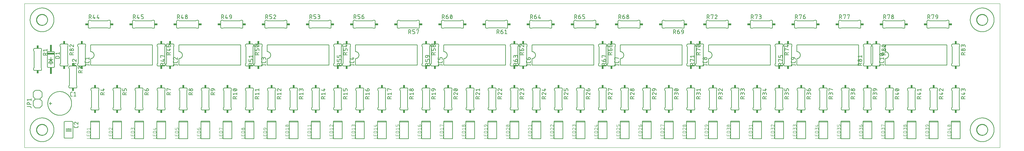
<source format=gto>
G75*
%MOIN*%
%OFA0B0*%
%FSLAX25Y25*%
%IPPOS*%
%LPD*%
%AMOC8*
5,1,8,0,0,1.08239X$1,22.5*
%
%ADD10C,0.00000*%
%ADD11C,0.00600*%
%ADD12C,0.00500*%
%ADD13C,0.01000*%
%ADD14R,0.08000X0.02000*%
%ADD15R,0.02000X0.07500*%
%ADD16C,0.00400*%
%ADD17R,0.10000X0.01000*%
%ADD18R,0.02400X0.03400*%
%ADD19R,0.03400X0.02400*%
%ADD20C,0.00800*%
D10*
X0001300Y0006300D02*
X0001300Y0170001D01*
X1106221Y0170001D01*
X1106221Y0006300D01*
X0001300Y0006300D01*
X0015394Y0026300D02*
X0015396Y0026453D01*
X0015402Y0026607D01*
X0015412Y0026760D01*
X0015426Y0026912D01*
X0015444Y0027065D01*
X0015466Y0027216D01*
X0015491Y0027367D01*
X0015521Y0027518D01*
X0015555Y0027668D01*
X0015592Y0027816D01*
X0015633Y0027964D01*
X0015678Y0028110D01*
X0015727Y0028256D01*
X0015780Y0028400D01*
X0015836Y0028542D01*
X0015896Y0028683D01*
X0015960Y0028823D01*
X0016027Y0028961D01*
X0016098Y0029097D01*
X0016173Y0029231D01*
X0016250Y0029363D01*
X0016332Y0029493D01*
X0016416Y0029621D01*
X0016504Y0029747D01*
X0016595Y0029870D01*
X0016689Y0029991D01*
X0016787Y0030109D01*
X0016887Y0030225D01*
X0016991Y0030338D01*
X0017097Y0030449D01*
X0017206Y0030557D01*
X0017318Y0030662D01*
X0017432Y0030763D01*
X0017550Y0030862D01*
X0017669Y0030958D01*
X0017791Y0031051D01*
X0017916Y0031140D01*
X0018043Y0031227D01*
X0018172Y0031309D01*
X0018303Y0031389D01*
X0018436Y0031465D01*
X0018571Y0031538D01*
X0018708Y0031607D01*
X0018847Y0031672D01*
X0018987Y0031734D01*
X0019129Y0031792D01*
X0019272Y0031847D01*
X0019417Y0031898D01*
X0019563Y0031945D01*
X0019710Y0031988D01*
X0019858Y0032027D01*
X0020007Y0032063D01*
X0020157Y0032094D01*
X0020308Y0032122D01*
X0020459Y0032146D01*
X0020612Y0032166D01*
X0020764Y0032182D01*
X0020917Y0032194D01*
X0021070Y0032202D01*
X0021223Y0032206D01*
X0021377Y0032206D01*
X0021530Y0032202D01*
X0021683Y0032194D01*
X0021836Y0032182D01*
X0021988Y0032166D01*
X0022141Y0032146D01*
X0022292Y0032122D01*
X0022443Y0032094D01*
X0022593Y0032063D01*
X0022742Y0032027D01*
X0022890Y0031988D01*
X0023037Y0031945D01*
X0023183Y0031898D01*
X0023328Y0031847D01*
X0023471Y0031792D01*
X0023613Y0031734D01*
X0023753Y0031672D01*
X0023892Y0031607D01*
X0024029Y0031538D01*
X0024164Y0031465D01*
X0024297Y0031389D01*
X0024428Y0031309D01*
X0024557Y0031227D01*
X0024684Y0031140D01*
X0024809Y0031051D01*
X0024931Y0030958D01*
X0025050Y0030862D01*
X0025168Y0030763D01*
X0025282Y0030662D01*
X0025394Y0030557D01*
X0025503Y0030449D01*
X0025609Y0030338D01*
X0025713Y0030225D01*
X0025813Y0030109D01*
X0025911Y0029991D01*
X0026005Y0029870D01*
X0026096Y0029747D01*
X0026184Y0029621D01*
X0026268Y0029493D01*
X0026350Y0029363D01*
X0026427Y0029231D01*
X0026502Y0029097D01*
X0026573Y0028961D01*
X0026640Y0028823D01*
X0026704Y0028683D01*
X0026764Y0028542D01*
X0026820Y0028400D01*
X0026873Y0028256D01*
X0026922Y0028110D01*
X0026967Y0027964D01*
X0027008Y0027816D01*
X0027045Y0027668D01*
X0027079Y0027518D01*
X0027109Y0027367D01*
X0027134Y0027216D01*
X0027156Y0027065D01*
X0027174Y0026912D01*
X0027188Y0026760D01*
X0027198Y0026607D01*
X0027204Y0026453D01*
X0027206Y0026300D01*
X0027204Y0026147D01*
X0027198Y0025993D01*
X0027188Y0025840D01*
X0027174Y0025688D01*
X0027156Y0025535D01*
X0027134Y0025384D01*
X0027109Y0025233D01*
X0027079Y0025082D01*
X0027045Y0024932D01*
X0027008Y0024784D01*
X0026967Y0024636D01*
X0026922Y0024490D01*
X0026873Y0024344D01*
X0026820Y0024200D01*
X0026764Y0024058D01*
X0026704Y0023917D01*
X0026640Y0023777D01*
X0026573Y0023639D01*
X0026502Y0023503D01*
X0026427Y0023369D01*
X0026350Y0023237D01*
X0026268Y0023107D01*
X0026184Y0022979D01*
X0026096Y0022853D01*
X0026005Y0022730D01*
X0025911Y0022609D01*
X0025813Y0022491D01*
X0025713Y0022375D01*
X0025609Y0022262D01*
X0025503Y0022151D01*
X0025394Y0022043D01*
X0025282Y0021938D01*
X0025168Y0021837D01*
X0025050Y0021738D01*
X0024931Y0021642D01*
X0024809Y0021549D01*
X0024684Y0021460D01*
X0024557Y0021373D01*
X0024428Y0021291D01*
X0024297Y0021211D01*
X0024164Y0021135D01*
X0024029Y0021062D01*
X0023892Y0020993D01*
X0023753Y0020928D01*
X0023613Y0020866D01*
X0023471Y0020808D01*
X0023328Y0020753D01*
X0023183Y0020702D01*
X0023037Y0020655D01*
X0022890Y0020612D01*
X0022742Y0020573D01*
X0022593Y0020537D01*
X0022443Y0020506D01*
X0022292Y0020478D01*
X0022141Y0020454D01*
X0021988Y0020434D01*
X0021836Y0020418D01*
X0021683Y0020406D01*
X0021530Y0020398D01*
X0021377Y0020394D01*
X0021223Y0020394D01*
X0021070Y0020398D01*
X0020917Y0020406D01*
X0020764Y0020418D01*
X0020612Y0020434D01*
X0020459Y0020454D01*
X0020308Y0020478D01*
X0020157Y0020506D01*
X0020007Y0020537D01*
X0019858Y0020573D01*
X0019710Y0020612D01*
X0019563Y0020655D01*
X0019417Y0020702D01*
X0019272Y0020753D01*
X0019129Y0020808D01*
X0018987Y0020866D01*
X0018847Y0020928D01*
X0018708Y0020993D01*
X0018571Y0021062D01*
X0018436Y0021135D01*
X0018303Y0021211D01*
X0018172Y0021291D01*
X0018043Y0021373D01*
X0017916Y0021460D01*
X0017791Y0021549D01*
X0017669Y0021642D01*
X0017550Y0021738D01*
X0017432Y0021837D01*
X0017318Y0021938D01*
X0017206Y0022043D01*
X0017097Y0022151D01*
X0016991Y0022262D01*
X0016887Y0022375D01*
X0016787Y0022491D01*
X0016689Y0022609D01*
X0016595Y0022730D01*
X0016504Y0022853D01*
X0016416Y0022979D01*
X0016332Y0023107D01*
X0016250Y0023237D01*
X0016173Y0023369D01*
X0016098Y0023503D01*
X0016027Y0023639D01*
X0015960Y0023777D01*
X0015896Y0023917D01*
X0015836Y0024058D01*
X0015780Y0024200D01*
X0015727Y0024344D01*
X0015678Y0024490D01*
X0015633Y0024636D01*
X0015592Y0024784D01*
X0015555Y0024932D01*
X0015521Y0025082D01*
X0015491Y0025233D01*
X0015466Y0025384D01*
X0015444Y0025535D01*
X0015426Y0025688D01*
X0015412Y0025840D01*
X0015402Y0025993D01*
X0015396Y0026147D01*
X0015394Y0026300D01*
X0015394Y0151300D02*
X0015396Y0151453D01*
X0015402Y0151607D01*
X0015412Y0151760D01*
X0015426Y0151912D01*
X0015444Y0152065D01*
X0015466Y0152216D01*
X0015491Y0152367D01*
X0015521Y0152518D01*
X0015555Y0152668D01*
X0015592Y0152816D01*
X0015633Y0152964D01*
X0015678Y0153110D01*
X0015727Y0153256D01*
X0015780Y0153400D01*
X0015836Y0153542D01*
X0015896Y0153683D01*
X0015960Y0153823D01*
X0016027Y0153961D01*
X0016098Y0154097D01*
X0016173Y0154231D01*
X0016250Y0154363D01*
X0016332Y0154493D01*
X0016416Y0154621D01*
X0016504Y0154747D01*
X0016595Y0154870D01*
X0016689Y0154991D01*
X0016787Y0155109D01*
X0016887Y0155225D01*
X0016991Y0155338D01*
X0017097Y0155449D01*
X0017206Y0155557D01*
X0017318Y0155662D01*
X0017432Y0155763D01*
X0017550Y0155862D01*
X0017669Y0155958D01*
X0017791Y0156051D01*
X0017916Y0156140D01*
X0018043Y0156227D01*
X0018172Y0156309D01*
X0018303Y0156389D01*
X0018436Y0156465D01*
X0018571Y0156538D01*
X0018708Y0156607D01*
X0018847Y0156672D01*
X0018987Y0156734D01*
X0019129Y0156792D01*
X0019272Y0156847D01*
X0019417Y0156898D01*
X0019563Y0156945D01*
X0019710Y0156988D01*
X0019858Y0157027D01*
X0020007Y0157063D01*
X0020157Y0157094D01*
X0020308Y0157122D01*
X0020459Y0157146D01*
X0020612Y0157166D01*
X0020764Y0157182D01*
X0020917Y0157194D01*
X0021070Y0157202D01*
X0021223Y0157206D01*
X0021377Y0157206D01*
X0021530Y0157202D01*
X0021683Y0157194D01*
X0021836Y0157182D01*
X0021988Y0157166D01*
X0022141Y0157146D01*
X0022292Y0157122D01*
X0022443Y0157094D01*
X0022593Y0157063D01*
X0022742Y0157027D01*
X0022890Y0156988D01*
X0023037Y0156945D01*
X0023183Y0156898D01*
X0023328Y0156847D01*
X0023471Y0156792D01*
X0023613Y0156734D01*
X0023753Y0156672D01*
X0023892Y0156607D01*
X0024029Y0156538D01*
X0024164Y0156465D01*
X0024297Y0156389D01*
X0024428Y0156309D01*
X0024557Y0156227D01*
X0024684Y0156140D01*
X0024809Y0156051D01*
X0024931Y0155958D01*
X0025050Y0155862D01*
X0025168Y0155763D01*
X0025282Y0155662D01*
X0025394Y0155557D01*
X0025503Y0155449D01*
X0025609Y0155338D01*
X0025713Y0155225D01*
X0025813Y0155109D01*
X0025911Y0154991D01*
X0026005Y0154870D01*
X0026096Y0154747D01*
X0026184Y0154621D01*
X0026268Y0154493D01*
X0026350Y0154363D01*
X0026427Y0154231D01*
X0026502Y0154097D01*
X0026573Y0153961D01*
X0026640Y0153823D01*
X0026704Y0153683D01*
X0026764Y0153542D01*
X0026820Y0153400D01*
X0026873Y0153256D01*
X0026922Y0153110D01*
X0026967Y0152964D01*
X0027008Y0152816D01*
X0027045Y0152668D01*
X0027079Y0152518D01*
X0027109Y0152367D01*
X0027134Y0152216D01*
X0027156Y0152065D01*
X0027174Y0151912D01*
X0027188Y0151760D01*
X0027198Y0151607D01*
X0027204Y0151453D01*
X0027206Y0151300D01*
X0027204Y0151147D01*
X0027198Y0150993D01*
X0027188Y0150840D01*
X0027174Y0150688D01*
X0027156Y0150535D01*
X0027134Y0150384D01*
X0027109Y0150233D01*
X0027079Y0150082D01*
X0027045Y0149932D01*
X0027008Y0149784D01*
X0026967Y0149636D01*
X0026922Y0149490D01*
X0026873Y0149344D01*
X0026820Y0149200D01*
X0026764Y0149058D01*
X0026704Y0148917D01*
X0026640Y0148777D01*
X0026573Y0148639D01*
X0026502Y0148503D01*
X0026427Y0148369D01*
X0026350Y0148237D01*
X0026268Y0148107D01*
X0026184Y0147979D01*
X0026096Y0147853D01*
X0026005Y0147730D01*
X0025911Y0147609D01*
X0025813Y0147491D01*
X0025713Y0147375D01*
X0025609Y0147262D01*
X0025503Y0147151D01*
X0025394Y0147043D01*
X0025282Y0146938D01*
X0025168Y0146837D01*
X0025050Y0146738D01*
X0024931Y0146642D01*
X0024809Y0146549D01*
X0024684Y0146460D01*
X0024557Y0146373D01*
X0024428Y0146291D01*
X0024297Y0146211D01*
X0024164Y0146135D01*
X0024029Y0146062D01*
X0023892Y0145993D01*
X0023753Y0145928D01*
X0023613Y0145866D01*
X0023471Y0145808D01*
X0023328Y0145753D01*
X0023183Y0145702D01*
X0023037Y0145655D01*
X0022890Y0145612D01*
X0022742Y0145573D01*
X0022593Y0145537D01*
X0022443Y0145506D01*
X0022292Y0145478D01*
X0022141Y0145454D01*
X0021988Y0145434D01*
X0021836Y0145418D01*
X0021683Y0145406D01*
X0021530Y0145398D01*
X0021377Y0145394D01*
X0021223Y0145394D01*
X0021070Y0145398D01*
X0020917Y0145406D01*
X0020764Y0145418D01*
X0020612Y0145434D01*
X0020459Y0145454D01*
X0020308Y0145478D01*
X0020157Y0145506D01*
X0020007Y0145537D01*
X0019858Y0145573D01*
X0019710Y0145612D01*
X0019563Y0145655D01*
X0019417Y0145702D01*
X0019272Y0145753D01*
X0019129Y0145808D01*
X0018987Y0145866D01*
X0018847Y0145928D01*
X0018708Y0145993D01*
X0018571Y0146062D01*
X0018436Y0146135D01*
X0018303Y0146211D01*
X0018172Y0146291D01*
X0018043Y0146373D01*
X0017916Y0146460D01*
X0017791Y0146549D01*
X0017669Y0146642D01*
X0017550Y0146738D01*
X0017432Y0146837D01*
X0017318Y0146938D01*
X0017206Y0147043D01*
X0017097Y0147151D01*
X0016991Y0147262D01*
X0016887Y0147375D01*
X0016787Y0147491D01*
X0016689Y0147609D01*
X0016595Y0147730D01*
X0016504Y0147853D01*
X0016416Y0147979D01*
X0016332Y0148107D01*
X0016250Y0148237D01*
X0016173Y0148369D01*
X0016098Y0148503D01*
X0016027Y0148639D01*
X0015960Y0148777D01*
X0015896Y0148917D01*
X0015836Y0149058D01*
X0015780Y0149200D01*
X0015727Y0149344D01*
X0015678Y0149490D01*
X0015633Y0149636D01*
X0015592Y0149784D01*
X0015555Y0149932D01*
X0015521Y0150082D01*
X0015491Y0150233D01*
X0015466Y0150384D01*
X0015444Y0150535D01*
X0015426Y0150688D01*
X0015412Y0150840D01*
X0015402Y0150993D01*
X0015396Y0151147D01*
X0015394Y0151300D01*
X1080394Y0151300D02*
X1080396Y0151453D01*
X1080402Y0151607D01*
X1080412Y0151760D01*
X1080426Y0151912D01*
X1080444Y0152065D01*
X1080466Y0152216D01*
X1080491Y0152367D01*
X1080521Y0152518D01*
X1080555Y0152668D01*
X1080592Y0152816D01*
X1080633Y0152964D01*
X1080678Y0153110D01*
X1080727Y0153256D01*
X1080780Y0153400D01*
X1080836Y0153542D01*
X1080896Y0153683D01*
X1080960Y0153823D01*
X1081027Y0153961D01*
X1081098Y0154097D01*
X1081173Y0154231D01*
X1081250Y0154363D01*
X1081332Y0154493D01*
X1081416Y0154621D01*
X1081504Y0154747D01*
X1081595Y0154870D01*
X1081689Y0154991D01*
X1081787Y0155109D01*
X1081887Y0155225D01*
X1081991Y0155338D01*
X1082097Y0155449D01*
X1082206Y0155557D01*
X1082318Y0155662D01*
X1082432Y0155763D01*
X1082550Y0155862D01*
X1082669Y0155958D01*
X1082791Y0156051D01*
X1082916Y0156140D01*
X1083043Y0156227D01*
X1083172Y0156309D01*
X1083303Y0156389D01*
X1083436Y0156465D01*
X1083571Y0156538D01*
X1083708Y0156607D01*
X1083847Y0156672D01*
X1083987Y0156734D01*
X1084129Y0156792D01*
X1084272Y0156847D01*
X1084417Y0156898D01*
X1084563Y0156945D01*
X1084710Y0156988D01*
X1084858Y0157027D01*
X1085007Y0157063D01*
X1085157Y0157094D01*
X1085308Y0157122D01*
X1085459Y0157146D01*
X1085612Y0157166D01*
X1085764Y0157182D01*
X1085917Y0157194D01*
X1086070Y0157202D01*
X1086223Y0157206D01*
X1086377Y0157206D01*
X1086530Y0157202D01*
X1086683Y0157194D01*
X1086836Y0157182D01*
X1086988Y0157166D01*
X1087141Y0157146D01*
X1087292Y0157122D01*
X1087443Y0157094D01*
X1087593Y0157063D01*
X1087742Y0157027D01*
X1087890Y0156988D01*
X1088037Y0156945D01*
X1088183Y0156898D01*
X1088328Y0156847D01*
X1088471Y0156792D01*
X1088613Y0156734D01*
X1088753Y0156672D01*
X1088892Y0156607D01*
X1089029Y0156538D01*
X1089164Y0156465D01*
X1089297Y0156389D01*
X1089428Y0156309D01*
X1089557Y0156227D01*
X1089684Y0156140D01*
X1089809Y0156051D01*
X1089931Y0155958D01*
X1090050Y0155862D01*
X1090168Y0155763D01*
X1090282Y0155662D01*
X1090394Y0155557D01*
X1090503Y0155449D01*
X1090609Y0155338D01*
X1090713Y0155225D01*
X1090813Y0155109D01*
X1090911Y0154991D01*
X1091005Y0154870D01*
X1091096Y0154747D01*
X1091184Y0154621D01*
X1091268Y0154493D01*
X1091350Y0154363D01*
X1091427Y0154231D01*
X1091502Y0154097D01*
X1091573Y0153961D01*
X1091640Y0153823D01*
X1091704Y0153683D01*
X1091764Y0153542D01*
X1091820Y0153400D01*
X1091873Y0153256D01*
X1091922Y0153110D01*
X1091967Y0152964D01*
X1092008Y0152816D01*
X1092045Y0152668D01*
X1092079Y0152518D01*
X1092109Y0152367D01*
X1092134Y0152216D01*
X1092156Y0152065D01*
X1092174Y0151912D01*
X1092188Y0151760D01*
X1092198Y0151607D01*
X1092204Y0151453D01*
X1092206Y0151300D01*
X1092204Y0151147D01*
X1092198Y0150993D01*
X1092188Y0150840D01*
X1092174Y0150688D01*
X1092156Y0150535D01*
X1092134Y0150384D01*
X1092109Y0150233D01*
X1092079Y0150082D01*
X1092045Y0149932D01*
X1092008Y0149784D01*
X1091967Y0149636D01*
X1091922Y0149490D01*
X1091873Y0149344D01*
X1091820Y0149200D01*
X1091764Y0149058D01*
X1091704Y0148917D01*
X1091640Y0148777D01*
X1091573Y0148639D01*
X1091502Y0148503D01*
X1091427Y0148369D01*
X1091350Y0148237D01*
X1091268Y0148107D01*
X1091184Y0147979D01*
X1091096Y0147853D01*
X1091005Y0147730D01*
X1090911Y0147609D01*
X1090813Y0147491D01*
X1090713Y0147375D01*
X1090609Y0147262D01*
X1090503Y0147151D01*
X1090394Y0147043D01*
X1090282Y0146938D01*
X1090168Y0146837D01*
X1090050Y0146738D01*
X1089931Y0146642D01*
X1089809Y0146549D01*
X1089684Y0146460D01*
X1089557Y0146373D01*
X1089428Y0146291D01*
X1089297Y0146211D01*
X1089164Y0146135D01*
X1089029Y0146062D01*
X1088892Y0145993D01*
X1088753Y0145928D01*
X1088613Y0145866D01*
X1088471Y0145808D01*
X1088328Y0145753D01*
X1088183Y0145702D01*
X1088037Y0145655D01*
X1087890Y0145612D01*
X1087742Y0145573D01*
X1087593Y0145537D01*
X1087443Y0145506D01*
X1087292Y0145478D01*
X1087141Y0145454D01*
X1086988Y0145434D01*
X1086836Y0145418D01*
X1086683Y0145406D01*
X1086530Y0145398D01*
X1086377Y0145394D01*
X1086223Y0145394D01*
X1086070Y0145398D01*
X1085917Y0145406D01*
X1085764Y0145418D01*
X1085612Y0145434D01*
X1085459Y0145454D01*
X1085308Y0145478D01*
X1085157Y0145506D01*
X1085007Y0145537D01*
X1084858Y0145573D01*
X1084710Y0145612D01*
X1084563Y0145655D01*
X1084417Y0145702D01*
X1084272Y0145753D01*
X1084129Y0145808D01*
X1083987Y0145866D01*
X1083847Y0145928D01*
X1083708Y0145993D01*
X1083571Y0146062D01*
X1083436Y0146135D01*
X1083303Y0146211D01*
X1083172Y0146291D01*
X1083043Y0146373D01*
X1082916Y0146460D01*
X1082791Y0146549D01*
X1082669Y0146642D01*
X1082550Y0146738D01*
X1082432Y0146837D01*
X1082318Y0146938D01*
X1082206Y0147043D01*
X1082097Y0147151D01*
X1081991Y0147262D01*
X1081887Y0147375D01*
X1081787Y0147491D01*
X1081689Y0147609D01*
X1081595Y0147730D01*
X1081504Y0147853D01*
X1081416Y0147979D01*
X1081332Y0148107D01*
X1081250Y0148237D01*
X1081173Y0148369D01*
X1081098Y0148503D01*
X1081027Y0148639D01*
X1080960Y0148777D01*
X1080896Y0148917D01*
X1080836Y0149058D01*
X1080780Y0149200D01*
X1080727Y0149344D01*
X1080678Y0149490D01*
X1080633Y0149636D01*
X1080592Y0149784D01*
X1080555Y0149932D01*
X1080521Y0150082D01*
X1080491Y0150233D01*
X1080466Y0150384D01*
X1080444Y0150535D01*
X1080426Y0150688D01*
X1080412Y0150840D01*
X1080402Y0150993D01*
X1080396Y0151147D01*
X1080394Y0151300D01*
X1080394Y0026300D02*
X1080396Y0026453D01*
X1080402Y0026607D01*
X1080412Y0026760D01*
X1080426Y0026912D01*
X1080444Y0027065D01*
X1080466Y0027216D01*
X1080491Y0027367D01*
X1080521Y0027518D01*
X1080555Y0027668D01*
X1080592Y0027816D01*
X1080633Y0027964D01*
X1080678Y0028110D01*
X1080727Y0028256D01*
X1080780Y0028400D01*
X1080836Y0028542D01*
X1080896Y0028683D01*
X1080960Y0028823D01*
X1081027Y0028961D01*
X1081098Y0029097D01*
X1081173Y0029231D01*
X1081250Y0029363D01*
X1081332Y0029493D01*
X1081416Y0029621D01*
X1081504Y0029747D01*
X1081595Y0029870D01*
X1081689Y0029991D01*
X1081787Y0030109D01*
X1081887Y0030225D01*
X1081991Y0030338D01*
X1082097Y0030449D01*
X1082206Y0030557D01*
X1082318Y0030662D01*
X1082432Y0030763D01*
X1082550Y0030862D01*
X1082669Y0030958D01*
X1082791Y0031051D01*
X1082916Y0031140D01*
X1083043Y0031227D01*
X1083172Y0031309D01*
X1083303Y0031389D01*
X1083436Y0031465D01*
X1083571Y0031538D01*
X1083708Y0031607D01*
X1083847Y0031672D01*
X1083987Y0031734D01*
X1084129Y0031792D01*
X1084272Y0031847D01*
X1084417Y0031898D01*
X1084563Y0031945D01*
X1084710Y0031988D01*
X1084858Y0032027D01*
X1085007Y0032063D01*
X1085157Y0032094D01*
X1085308Y0032122D01*
X1085459Y0032146D01*
X1085612Y0032166D01*
X1085764Y0032182D01*
X1085917Y0032194D01*
X1086070Y0032202D01*
X1086223Y0032206D01*
X1086377Y0032206D01*
X1086530Y0032202D01*
X1086683Y0032194D01*
X1086836Y0032182D01*
X1086988Y0032166D01*
X1087141Y0032146D01*
X1087292Y0032122D01*
X1087443Y0032094D01*
X1087593Y0032063D01*
X1087742Y0032027D01*
X1087890Y0031988D01*
X1088037Y0031945D01*
X1088183Y0031898D01*
X1088328Y0031847D01*
X1088471Y0031792D01*
X1088613Y0031734D01*
X1088753Y0031672D01*
X1088892Y0031607D01*
X1089029Y0031538D01*
X1089164Y0031465D01*
X1089297Y0031389D01*
X1089428Y0031309D01*
X1089557Y0031227D01*
X1089684Y0031140D01*
X1089809Y0031051D01*
X1089931Y0030958D01*
X1090050Y0030862D01*
X1090168Y0030763D01*
X1090282Y0030662D01*
X1090394Y0030557D01*
X1090503Y0030449D01*
X1090609Y0030338D01*
X1090713Y0030225D01*
X1090813Y0030109D01*
X1090911Y0029991D01*
X1091005Y0029870D01*
X1091096Y0029747D01*
X1091184Y0029621D01*
X1091268Y0029493D01*
X1091350Y0029363D01*
X1091427Y0029231D01*
X1091502Y0029097D01*
X1091573Y0028961D01*
X1091640Y0028823D01*
X1091704Y0028683D01*
X1091764Y0028542D01*
X1091820Y0028400D01*
X1091873Y0028256D01*
X1091922Y0028110D01*
X1091967Y0027964D01*
X1092008Y0027816D01*
X1092045Y0027668D01*
X1092079Y0027518D01*
X1092109Y0027367D01*
X1092134Y0027216D01*
X1092156Y0027065D01*
X1092174Y0026912D01*
X1092188Y0026760D01*
X1092198Y0026607D01*
X1092204Y0026453D01*
X1092206Y0026300D01*
X1092204Y0026147D01*
X1092198Y0025993D01*
X1092188Y0025840D01*
X1092174Y0025688D01*
X1092156Y0025535D01*
X1092134Y0025384D01*
X1092109Y0025233D01*
X1092079Y0025082D01*
X1092045Y0024932D01*
X1092008Y0024784D01*
X1091967Y0024636D01*
X1091922Y0024490D01*
X1091873Y0024344D01*
X1091820Y0024200D01*
X1091764Y0024058D01*
X1091704Y0023917D01*
X1091640Y0023777D01*
X1091573Y0023639D01*
X1091502Y0023503D01*
X1091427Y0023369D01*
X1091350Y0023237D01*
X1091268Y0023107D01*
X1091184Y0022979D01*
X1091096Y0022853D01*
X1091005Y0022730D01*
X1090911Y0022609D01*
X1090813Y0022491D01*
X1090713Y0022375D01*
X1090609Y0022262D01*
X1090503Y0022151D01*
X1090394Y0022043D01*
X1090282Y0021938D01*
X1090168Y0021837D01*
X1090050Y0021738D01*
X1089931Y0021642D01*
X1089809Y0021549D01*
X1089684Y0021460D01*
X1089557Y0021373D01*
X1089428Y0021291D01*
X1089297Y0021211D01*
X1089164Y0021135D01*
X1089029Y0021062D01*
X1088892Y0020993D01*
X1088753Y0020928D01*
X1088613Y0020866D01*
X1088471Y0020808D01*
X1088328Y0020753D01*
X1088183Y0020702D01*
X1088037Y0020655D01*
X1087890Y0020612D01*
X1087742Y0020573D01*
X1087593Y0020537D01*
X1087443Y0020506D01*
X1087292Y0020478D01*
X1087141Y0020454D01*
X1086988Y0020434D01*
X1086836Y0020418D01*
X1086683Y0020406D01*
X1086530Y0020398D01*
X1086377Y0020394D01*
X1086223Y0020394D01*
X1086070Y0020398D01*
X1085917Y0020406D01*
X1085764Y0020418D01*
X1085612Y0020434D01*
X1085459Y0020454D01*
X1085308Y0020478D01*
X1085157Y0020506D01*
X1085007Y0020537D01*
X1084858Y0020573D01*
X1084710Y0020612D01*
X1084563Y0020655D01*
X1084417Y0020702D01*
X1084272Y0020753D01*
X1084129Y0020808D01*
X1083987Y0020866D01*
X1083847Y0020928D01*
X1083708Y0020993D01*
X1083571Y0021062D01*
X1083436Y0021135D01*
X1083303Y0021211D01*
X1083172Y0021291D01*
X1083043Y0021373D01*
X1082916Y0021460D01*
X1082791Y0021549D01*
X1082669Y0021642D01*
X1082550Y0021738D01*
X1082432Y0021837D01*
X1082318Y0021938D01*
X1082206Y0022043D01*
X1082097Y0022151D01*
X1081991Y0022262D01*
X1081887Y0022375D01*
X1081787Y0022491D01*
X1081689Y0022609D01*
X1081595Y0022730D01*
X1081504Y0022853D01*
X1081416Y0022979D01*
X1081332Y0023107D01*
X1081250Y0023237D01*
X1081173Y0023369D01*
X1081098Y0023503D01*
X1081027Y0023639D01*
X1080960Y0023777D01*
X1080896Y0023917D01*
X1080836Y0024058D01*
X1080780Y0024200D01*
X1080727Y0024344D01*
X1080678Y0024490D01*
X1080633Y0024636D01*
X1080592Y0024784D01*
X1080555Y0024932D01*
X1080521Y0025082D01*
X1080491Y0025233D01*
X1080466Y0025384D01*
X1080444Y0025535D01*
X1080426Y0025688D01*
X1080412Y0025840D01*
X1080402Y0025993D01*
X1080396Y0026147D01*
X1080394Y0026300D01*
D11*
X1072800Y0026300D02*
X1072804Y0026631D01*
X1072816Y0026962D01*
X1072837Y0027293D01*
X1072865Y0027623D01*
X1072902Y0027953D01*
X1072946Y0028281D01*
X1072999Y0028608D01*
X1073059Y0028934D01*
X1073128Y0029258D01*
X1073205Y0029580D01*
X1073289Y0029901D01*
X1073381Y0030219D01*
X1073481Y0030535D01*
X1073589Y0030848D01*
X1073705Y0031159D01*
X1073828Y0031466D01*
X1073958Y0031771D01*
X1074096Y0032072D01*
X1074241Y0032370D01*
X1074394Y0032664D01*
X1074554Y0032954D01*
X1074721Y0033240D01*
X1074894Y0033522D01*
X1075075Y0033800D01*
X1075263Y0034073D01*
X1075457Y0034342D01*
X1075657Y0034606D01*
X1075864Y0034864D01*
X1076078Y0035118D01*
X1076297Y0035366D01*
X1076523Y0035609D01*
X1076754Y0035846D01*
X1076991Y0036077D01*
X1077234Y0036303D01*
X1077482Y0036522D01*
X1077736Y0036736D01*
X1077994Y0036943D01*
X1078258Y0037143D01*
X1078527Y0037337D01*
X1078800Y0037525D01*
X1079078Y0037706D01*
X1079360Y0037879D01*
X1079646Y0038046D01*
X1079936Y0038206D01*
X1080230Y0038359D01*
X1080528Y0038504D01*
X1080829Y0038642D01*
X1081134Y0038772D01*
X1081441Y0038895D01*
X1081752Y0039011D01*
X1082065Y0039119D01*
X1082381Y0039219D01*
X1082699Y0039311D01*
X1083020Y0039395D01*
X1083342Y0039472D01*
X1083666Y0039541D01*
X1083992Y0039601D01*
X1084319Y0039654D01*
X1084647Y0039698D01*
X1084977Y0039735D01*
X1085307Y0039763D01*
X1085638Y0039784D01*
X1085969Y0039796D01*
X1086300Y0039800D01*
X1086631Y0039796D01*
X1086962Y0039784D01*
X1087293Y0039763D01*
X1087623Y0039735D01*
X1087953Y0039698D01*
X1088281Y0039654D01*
X1088608Y0039601D01*
X1088934Y0039541D01*
X1089258Y0039472D01*
X1089580Y0039395D01*
X1089901Y0039311D01*
X1090219Y0039219D01*
X1090535Y0039119D01*
X1090848Y0039011D01*
X1091159Y0038895D01*
X1091466Y0038772D01*
X1091771Y0038642D01*
X1092072Y0038504D01*
X1092370Y0038359D01*
X1092664Y0038206D01*
X1092954Y0038046D01*
X1093240Y0037879D01*
X1093522Y0037706D01*
X1093800Y0037525D01*
X1094073Y0037337D01*
X1094342Y0037143D01*
X1094606Y0036943D01*
X1094864Y0036736D01*
X1095118Y0036522D01*
X1095366Y0036303D01*
X1095609Y0036077D01*
X1095846Y0035846D01*
X1096077Y0035609D01*
X1096303Y0035366D01*
X1096522Y0035118D01*
X1096736Y0034864D01*
X1096943Y0034606D01*
X1097143Y0034342D01*
X1097337Y0034073D01*
X1097525Y0033800D01*
X1097706Y0033522D01*
X1097879Y0033240D01*
X1098046Y0032954D01*
X1098206Y0032664D01*
X1098359Y0032370D01*
X1098504Y0032072D01*
X1098642Y0031771D01*
X1098772Y0031466D01*
X1098895Y0031159D01*
X1099011Y0030848D01*
X1099119Y0030535D01*
X1099219Y0030219D01*
X1099311Y0029901D01*
X1099395Y0029580D01*
X1099472Y0029258D01*
X1099541Y0028934D01*
X1099601Y0028608D01*
X1099654Y0028281D01*
X1099698Y0027953D01*
X1099735Y0027623D01*
X1099763Y0027293D01*
X1099784Y0026962D01*
X1099796Y0026631D01*
X1099800Y0026300D01*
X1099796Y0025969D01*
X1099784Y0025638D01*
X1099763Y0025307D01*
X1099735Y0024977D01*
X1099698Y0024647D01*
X1099654Y0024319D01*
X1099601Y0023992D01*
X1099541Y0023666D01*
X1099472Y0023342D01*
X1099395Y0023020D01*
X1099311Y0022699D01*
X1099219Y0022381D01*
X1099119Y0022065D01*
X1099011Y0021752D01*
X1098895Y0021441D01*
X1098772Y0021134D01*
X1098642Y0020829D01*
X1098504Y0020528D01*
X1098359Y0020230D01*
X1098206Y0019936D01*
X1098046Y0019646D01*
X1097879Y0019360D01*
X1097706Y0019078D01*
X1097525Y0018800D01*
X1097337Y0018527D01*
X1097143Y0018258D01*
X1096943Y0017994D01*
X1096736Y0017736D01*
X1096522Y0017482D01*
X1096303Y0017234D01*
X1096077Y0016991D01*
X1095846Y0016754D01*
X1095609Y0016523D01*
X1095366Y0016297D01*
X1095118Y0016078D01*
X1094864Y0015864D01*
X1094606Y0015657D01*
X1094342Y0015457D01*
X1094073Y0015263D01*
X1093800Y0015075D01*
X1093522Y0014894D01*
X1093240Y0014721D01*
X1092954Y0014554D01*
X1092664Y0014394D01*
X1092370Y0014241D01*
X1092072Y0014096D01*
X1091771Y0013958D01*
X1091466Y0013828D01*
X1091159Y0013705D01*
X1090848Y0013589D01*
X1090535Y0013481D01*
X1090219Y0013381D01*
X1089901Y0013289D01*
X1089580Y0013205D01*
X1089258Y0013128D01*
X1088934Y0013059D01*
X1088608Y0012999D01*
X1088281Y0012946D01*
X1087953Y0012902D01*
X1087623Y0012865D01*
X1087293Y0012837D01*
X1086962Y0012816D01*
X1086631Y0012804D01*
X1086300Y0012800D01*
X1085969Y0012804D01*
X1085638Y0012816D01*
X1085307Y0012837D01*
X1084977Y0012865D01*
X1084647Y0012902D01*
X1084319Y0012946D01*
X1083992Y0012999D01*
X1083666Y0013059D01*
X1083342Y0013128D01*
X1083020Y0013205D01*
X1082699Y0013289D01*
X1082381Y0013381D01*
X1082065Y0013481D01*
X1081752Y0013589D01*
X1081441Y0013705D01*
X1081134Y0013828D01*
X1080829Y0013958D01*
X1080528Y0014096D01*
X1080230Y0014241D01*
X1079936Y0014394D01*
X1079646Y0014554D01*
X1079360Y0014721D01*
X1079078Y0014894D01*
X1078800Y0015075D01*
X1078527Y0015263D01*
X1078258Y0015457D01*
X1077994Y0015657D01*
X1077736Y0015864D01*
X1077482Y0016078D01*
X1077234Y0016297D01*
X1076991Y0016523D01*
X1076754Y0016754D01*
X1076523Y0016991D01*
X1076297Y0017234D01*
X1076078Y0017482D01*
X1075864Y0017736D01*
X1075657Y0017994D01*
X1075457Y0018258D01*
X1075263Y0018527D01*
X1075075Y0018800D01*
X1074894Y0019078D01*
X1074721Y0019360D01*
X1074554Y0019646D01*
X1074394Y0019936D01*
X1074241Y0020230D01*
X1074096Y0020528D01*
X1073958Y0020829D01*
X1073828Y0021134D01*
X1073705Y0021441D01*
X1073589Y0021752D01*
X1073481Y0022065D01*
X1073381Y0022381D01*
X1073289Y0022699D01*
X1073205Y0023020D01*
X1073128Y0023342D01*
X1073059Y0023666D01*
X1072999Y0023992D01*
X1072946Y0024319D01*
X1072902Y0024647D01*
X1072865Y0024977D01*
X1072837Y0025307D01*
X1072816Y0025638D01*
X1072804Y0025969D01*
X1072800Y0026300D01*
X1061300Y0016300D02*
X1051300Y0016300D01*
X1051300Y0036300D01*
X1061300Y0036300D01*
X1061300Y0016300D01*
X1036300Y0016300D02*
X1026300Y0016300D01*
X1026300Y0036300D01*
X1036300Y0036300D01*
X1036300Y0016300D01*
X1011300Y0016300D02*
X1001300Y0016300D01*
X1001300Y0036300D01*
X1011300Y0036300D01*
X1011300Y0016300D01*
X0986300Y0016300D02*
X0976300Y0016300D01*
X0976300Y0036300D01*
X0986300Y0036300D01*
X0986300Y0016300D01*
X0961300Y0016300D02*
X0951300Y0016300D01*
X0951300Y0036300D01*
X0961300Y0036300D01*
X0961300Y0016300D01*
X0936300Y0016300D02*
X0926300Y0016300D01*
X0926300Y0036300D01*
X0936300Y0036300D01*
X0936300Y0016300D01*
X0911300Y0016300D02*
X0901300Y0016300D01*
X0901300Y0036300D01*
X0911300Y0036300D01*
X0911300Y0016300D01*
X0886300Y0016300D02*
X0876300Y0016300D01*
X0876300Y0036300D01*
X0886300Y0036300D01*
X0886300Y0016300D01*
X0861300Y0016300D02*
X0851300Y0016300D01*
X0851300Y0036300D01*
X0861300Y0036300D01*
X0861300Y0016300D01*
X0836300Y0016300D02*
X0826300Y0016300D01*
X0826300Y0036300D01*
X0836300Y0036300D01*
X0836300Y0016300D01*
X0811300Y0016300D02*
X0801300Y0016300D01*
X0801300Y0036300D01*
X0811300Y0036300D01*
X0811300Y0016300D01*
X0786300Y0016300D02*
X0776300Y0016300D01*
X0776300Y0036300D01*
X0786300Y0036300D01*
X0786300Y0016300D01*
X0761300Y0016300D02*
X0751300Y0016300D01*
X0751300Y0036300D01*
X0761300Y0036300D01*
X0761300Y0016300D01*
X0736300Y0016300D02*
X0726300Y0016300D01*
X0726300Y0036300D01*
X0736300Y0036300D01*
X0736300Y0016300D01*
X0711300Y0016300D02*
X0701300Y0016300D01*
X0701300Y0036300D01*
X0711300Y0036300D01*
X0711300Y0016300D01*
X0686300Y0016300D02*
X0676300Y0016300D01*
X0676300Y0036300D01*
X0686300Y0036300D01*
X0686300Y0016300D01*
X0661300Y0016300D02*
X0651300Y0016300D01*
X0651300Y0036300D01*
X0661300Y0036300D01*
X0661300Y0016300D01*
X0636300Y0016300D02*
X0626300Y0016300D01*
X0626300Y0036300D01*
X0636300Y0036300D01*
X0636300Y0016300D01*
X0611300Y0016300D02*
X0601300Y0016300D01*
X0601300Y0036300D01*
X0611300Y0036300D01*
X0611300Y0016300D01*
X0586300Y0016300D02*
X0576300Y0016300D01*
X0576300Y0036300D01*
X0586300Y0036300D01*
X0586300Y0016300D01*
X0561300Y0016300D02*
X0551300Y0016300D01*
X0551300Y0036300D01*
X0561300Y0036300D01*
X0561300Y0016300D01*
X0536300Y0016300D02*
X0526300Y0016300D01*
X0526300Y0036300D01*
X0536300Y0036300D01*
X0536300Y0016300D01*
X0511300Y0016300D02*
X0501300Y0016300D01*
X0501300Y0036300D01*
X0511300Y0036300D01*
X0511300Y0016300D01*
X0486300Y0016300D02*
X0476300Y0016300D01*
X0476300Y0036300D01*
X0486300Y0036300D01*
X0486300Y0016300D01*
X0461300Y0016300D02*
X0451300Y0016300D01*
X0451300Y0036300D01*
X0461300Y0036300D01*
X0461300Y0016300D01*
X0436300Y0016300D02*
X0426300Y0016300D01*
X0426300Y0036300D01*
X0436300Y0036300D01*
X0436300Y0016300D01*
X0411300Y0016300D02*
X0401300Y0016300D01*
X0401300Y0036300D01*
X0411300Y0036300D01*
X0411300Y0016300D01*
X0386300Y0016300D02*
X0376300Y0016300D01*
X0376300Y0036300D01*
X0386300Y0036300D01*
X0386300Y0016300D01*
X0361300Y0016300D02*
X0351300Y0016300D01*
X0351300Y0036300D01*
X0361300Y0036300D01*
X0361300Y0016300D01*
X0336300Y0016300D02*
X0326300Y0016300D01*
X0326300Y0036300D01*
X0336300Y0036300D01*
X0336300Y0016300D01*
X0311300Y0016300D02*
X0301300Y0016300D01*
X0301300Y0036300D01*
X0311300Y0036300D01*
X0311300Y0016300D01*
X0286300Y0016300D02*
X0276300Y0016300D01*
X0276300Y0036300D01*
X0286300Y0036300D01*
X0286300Y0016300D01*
X0261300Y0016300D02*
X0251300Y0016300D01*
X0251300Y0036300D01*
X0261300Y0036300D01*
X0261300Y0016300D01*
X0236300Y0016300D02*
X0226300Y0016300D01*
X0226300Y0036300D01*
X0236300Y0036300D01*
X0236300Y0016300D01*
X0211300Y0016300D02*
X0201300Y0016300D01*
X0201300Y0036300D01*
X0211300Y0036300D01*
X0211300Y0016300D01*
X0186300Y0016300D02*
X0176300Y0016300D01*
X0176300Y0036300D01*
X0186300Y0036300D01*
X0186300Y0016300D01*
X0161300Y0016300D02*
X0151300Y0016300D01*
X0151300Y0036300D01*
X0161300Y0036300D01*
X0161300Y0016300D01*
X0136300Y0016300D02*
X0126300Y0016300D01*
X0126300Y0036300D01*
X0136300Y0036300D01*
X0136300Y0016300D01*
X0111300Y0016300D02*
X0101300Y0016300D01*
X0101300Y0036300D01*
X0111300Y0036300D01*
X0111300Y0016300D01*
X0086300Y0016300D02*
X0076300Y0016300D01*
X0076300Y0036300D01*
X0086300Y0036300D01*
X0086300Y0016300D01*
X0056300Y0017800D02*
X0056300Y0034800D01*
X0056298Y0034860D01*
X0056293Y0034921D01*
X0056284Y0034980D01*
X0056271Y0035039D01*
X0056255Y0035098D01*
X0056235Y0035155D01*
X0056212Y0035210D01*
X0056185Y0035265D01*
X0056156Y0035317D01*
X0056123Y0035368D01*
X0056087Y0035417D01*
X0056049Y0035463D01*
X0056007Y0035507D01*
X0055963Y0035549D01*
X0055917Y0035587D01*
X0055868Y0035623D01*
X0055817Y0035656D01*
X0055765Y0035685D01*
X0055710Y0035712D01*
X0055655Y0035735D01*
X0055598Y0035755D01*
X0055539Y0035771D01*
X0055480Y0035784D01*
X0055421Y0035793D01*
X0055360Y0035798D01*
X0055300Y0035800D01*
X0047300Y0035800D01*
X0047240Y0035798D01*
X0047179Y0035793D01*
X0047120Y0035784D01*
X0047061Y0035771D01*
X0047002Y0035755D01*
X0046945Y0035735D01*
X0046890Y0035712D01*
X0046835Y0035685D01*
X0046783Y0035656D01*
X0046732Y0035623D01*
X0046683Y0035587D01*
X0046637Y0035549D01*
X0046593Y0035507D01*
X0046551Y0035463D01*
X0046513Y0035417D01*
X0046477Y0035368D01*
X0046444Y0035317D01*
X0046415Y0035265D01*
X0046388Y0035210D01*
X0046365Y0035155D01*
X0046345Y0035098D01*
X0046329Y0035039D01*
X0046316Y0034980D01*
X0046307Y0034921D01*
X0046302Y0034860D01*
X0046300Y0034800D01*
X0046300Y0017800D01*
X0046302Y0017740D01*
X0046307Y0017679D01*
X0046316Y0017620D01*
X0046329Y0017561D01*
X0046345Y0017502D01*
X0046365Y0017445D01*
X0046388Y0017390D01*
X0046415Y0017335D01*
X0046444Y0017283D01*
X0046477Y0017232D01*
X0046513Y0017183D01*
X0046551Y0017137D01*
X0046593Y0017093D01*
X0046637Y0017051D01*
X0046683Y0017013D01*
X0046732Y0016977D01*
X0046783Y0016944D01*
X0046835Y0016915D01*
X0046890Y0016888D01*
X0046945Y0016865D01*
X0047002Y0016845D01*
X0047061Y0016829D01*
X0047120Y0016816D01*
X0047179Y0016807D01*
X0047240Y0016802D01*
X0047300Y0016800D01*
X0055300Y0016800D01*
X0055360Y0016802D01*
X0055421Y0016807D01*
X0055480Y0016816D01*
X0055539Y0016829D01*
X0055598Y0016845D01*
X0055655Y0016865D01*
X0055710Y0016888D01*
X0055765Y0016915D01*
X0055817Y0016944D01*
X0055868Y0016977D01*
X0055917Y0017013D01*
X0055963Y0017051D01*
X0056007Y0017093D01*
X0056049Y0017137D01*
X0056087Y0017183D01*
X0056123Y0017232D01*
X0056156Y0017283D01*
X0056185Y0017335D01*
X0056212Y0017390D01*
X0056235Y0017445D01*
X0056255Y0017502D01*
X0056271Y0017561D01*
X0056284Y0017620D01*
X0056293Y0017679D01*
X0056298Y0017740D01*
X0056300Y0017800D01*
X0051300Y0024800D02*
X0051300Y0025300D01*
X0051300Y0027300D02*
X0051300Y0027800D01*
X0007800Y0026300D02*
X0007804Y0026631D01*
X0007816Y0026962D01*
X0007837Y0027293D01*
X0007865Y0027623D01*
X0007902Y0027953D01*
X0007946Y0028281D01*
X0007999Y0028608D01*
X0008059Y0028934D01*
X0008128Y0029258D01*
X0008205Y0029580D01*
X0008289Y0029901D01*
X0008381Y0030219D01*
X0008481Y0030535D01*
X0008589Y0030848D01*
X0008705Y0031159D01*
X0008828Y0031466D01*
X0008958Y0031771D01*
X0009096Y0032072D01*
X0009241Y0032370D01*
X0009394Y0032664D01*
X0009554Y0032954D01*
X0009721Y0033240D01*
X0009894Y0033522D01*
X0010075Y0033800D01*
X0010263Y0034073D01*
X0010457Y0034342D01*
X0010657Y0034606D01*
X0010864Y0034864D01*
X0011078Y0035118D01*
X0011297Y0035366D01*
X0011523Y0035609D01*
X0011754Y0035846D01*
X0011991Y0036077D01*
X0012234Y0036303D01*
X0012482Y0036522D01*
X0012736Y0036736D01*
X0012994Y0036943D01*
X0013258Y0037143D01*
X0013527Y0037337D01*
X0013800Y0037525D01*
X0014078Y0037706D01*
X0014360Y0037879D01*
X0014646Y0038046D01*
X0014936Y0038206D01*
X0015230Y0038359D01*
X0015528Y0038504D01*
X0015829Y0038642D01*
X0016134Y0038772D01*
X0016441Y0038895D01*
X0016752Y0039011D01*
X0017065Y0039119D01*
X0017381Y0039219D01*
X0017699Y0039311D01*
X0018020Y0039395D01*
X0018342Y0039472D01*
X0018666Y0039541D01*
X0018992Y0039601D01*
X0019319Y0039654D01*
X0019647Y0039698D01*
X0019977Y0039735D01*
X0020307Y0039763D01*
X0020638Y0039784D01*
X0020969Y0039796D01*
X0021300Y0039800D01*
X0021631Y0039796D01*
X0021962Y0039784D01*
X0022293Y0039763D01*
X0022623Y0039735D01*
X0022953Y0039698D01*
X0023281Y0039654D01*
X0023608Y0039601D01*
X0023934Y0039541D01*
X0024258Y0039472D01*
X0024580Y0039395D01*
X0024901Y0039311D01*
X0025219Y0039219D01*
X0025535Y0039119D01*
X0025848Y0039011D01*
X0026159Y0038895D01*
X0026466Y0038772D01*
X0026771Y0038642D01*
X0027072Y0038504D01*
X0027370Y0038359D01*
X0027664Y0038206D01*
X0027954Y0038046D01*
X0028240Y0037879D01*
X0028522Y0037706D01*
X0028800Y0037525D01*
X0029073Y0037337D01*
X0029342Y0037143D01*
X0029606Y0036943D01*
X0029864Y0036736D01*
X0030118Y0036522D01*
X0030366Y0036303D01*
X0030609Y0036077D01*
X0030846Y0035846D01*
X0031077Y0035609D01*
X0031303Y0035366D01*
X0031522Y0035118D01*
X0031736Y0034864D01*
X0031943Y0034606D01*
X0032143Y0034342D01*
X0032337Y0034073D01*
X0032525Y0033800D01*
X0032706Y0033522D01*
X0032879Y0033240D01*
X0033046Y0032954D01*
X0033206Y0032664D01*
X0033359Y0032370D01*
X0033504Y0032072D01*
X0033642Y0031771D01*
X0033772Y0031466D01*
X0033895Y0031159D01*
X0034011Y0030848D01*
X0034119Y0030535D01*
X0034219Y0030219D01*
X0034311Y0029901D01*
X0034395Y0029580D01*
X0034472Y0029258D01*
X0034541Y0028934D01*
X0034601Y0028608D01*
X0034654Y0028281D01*
X0034698Y0027953D01*
X0034735Y0027623D01*
X0034763Y0027293D01*
X0034784Y0026962D01*
X0034796Y0026631D01*
X0034800Y0026300D01*
X0034796Y0025969D01*
X0034784Y0025638D01*
X0034763Y0025307D01*
X0034735Y0024977D01*
X0034698Y0024647D01*
X0034654Y0024319D01*
X0034601Y0023992D01*
X0034541Y0023666D01*
X0034472Y0023342D01*
X0034395Y0023020D01*
X0034311Y0022699D01*
X0034219Y0022381D01*
X0034119Y0022065D01*
X0034011Y0021752D01*
X0033895Y0021441D01*
X0033772Y0021134D01*
X0033642Y0020829D01*
X0033504Y0020528D01*
X0033359Y0020230D01*
X0033206Y0019936D01*
X0033046Y0019646D01*
X0032879Y0019360D01*
X0032706Y0019078D01*
X0032525Y0018800D01*
X0032337Y0018527D01*
X0032143Y0018258D01*
X0031943Y0017994D01*
X0031736Y0017736D01*
X0031522Y0017482D01*
X0031303Y0017234D01*
X0031077Y0016991D01*
X0030846Y0016754D01*
X0030609Y0016523D01*
X0030366Y0016297D01*
X0030118Y0016078D01*
X0029864Y0015864D01*
X0029606Y0015657D01*
X0029342Y0015457D01*
X0029073Y0015263D01*
X0028800Y0015075D01*
X0028522Y0014894D01*
X0028240Y0014721D01*
X0027954Y0014554D01*
X0027664Y0014394D01*
X0027370Y0014241D01*
X0027072Y0014096D01*
X0026771Y0013958D01*
X0026466Y0013828D01*
X0026159Y0013705D01*
X0025848Y0013589D01*
X0025535Y0013481D01*
X0025219Y0013381D01*
X0024901Y0013289D01*
X0024580Y0013205D01*
X0024258Y0013128D01*
X0023934Y0013059D01*
X0023608Y0012999D01*
X0023281Y0012946D01*
X0022953Y0012902D01*
X0022623Y0012865D01*
X0022293Y0012837D01*
X0021962Y0012816D01*
X0021631Y0012804D01*
X0021300Y0012800D01*
X0020969Y0012804D01*
X0020638Y0012816D01*
X0020307Y0012837D01*
X0019977Y0012865D01*
X0019647Y0012902D01*
X0019319Y0012946D01*
X0018992Y0012999D01*
X0018666Y0013059D01*
X0018342Y0013128D01*
X0018020Y0013205D01*
X0017699Y0013289D01*
X0017381Y0013381D01*
X0017065Y0013481D01*
X0016752Y0013589D01*
X0016441Y0013705D01*
X0016134Y0013828D01*
X0015829Y0013958D01*
X0015528Y0014096D01*
X0015230Y0014241D01*
X0014936Y0014394D01*
X0014646Y0014554D01*
X0014360Y0014721D01*
X0014078Y0014894D01*
X0013800Y0015075D01*
X0013527Y0015263D01*
X0013258Y0015457D01*
X0012994Y0015657D01*
X0012736Y0015864D01*
X0012482Y0016078D01*
X0012234Y0016297D01*
X0011991Y0016523D01*
X0011754Y0016754D01*
X0011523Y0016991D01*
X0011297Y0017234D01*
X0011078Y0017482D01*
X0010864Y0017736D01*
X0010657Y0017994D01*
X0010457Y0018258D01*
X0010263Y0018527D01*
X0010075Y0018800D01*
X0009894Y0019078D01*
X0009721Y0019360D01*
X0009554Y0019646D01*
X0009394Y0019936D01*
X0009241Y0020230D01*
X0009096Y0020528D01*
X0008958Y0020829D01*
X0008828Y0021134D01*
X0008705Y0021441D01*
X0008589Y0021752D01*
X0008481Y0022065D01*
X0008381Y0022381D01*
X0008289Y0022699D01*
X0008205Y0023020D01*
X0008128Y0023342D01*
X0008059Y0023666D01*
X0007999Y0023992D01*
X0007946Y0024319D01*
X0007902Y0024647D01*
X0007865Y0024977D01*
X0007837Y0025307D01*
X0007816Y0025638D01*
X0007804Y0025969D01*
X0007800Y0026300D01*
X0076800Y0049800D02*
X0076800Y0051300D01*
X0077300Y0051800D01*
X0077300Y0070800D01*
X0076800Y0071300D01*
X0076800Y0072800D01*
X0076802Y0072860D01*
X0076807Y0072921D01*
X0076816Y0072980D01*
X0076829Y0073039D01*
X0076845Y0073098D01*
X0076865Y0073155D01*
X0076888Y0073210D01*
X0076915Y0073265D01*
X0076944Y0073317D01*
X0076977Y0073368D01*
X0077013Y0073417D01*
X0077051Y0073463D01*
X0077093Y0073507D01*
X0077137Y0073549D01*
X0077183Y0073587D01*
X0077232Y0073623D01*
X0077283Y0073656D01*
X0077335Y0073685D01*
X0077390Y0073712D01*
X0077445Y0073735D01*
X0077502Y0073755D01*
X0077561Y0073771D01*
X0077620Y0073784D01*
X0077679Y0073793D01*
X0077740Y0073798D01*
X0077800Y0073800D01*
X0084800Y0073800D01*
X0084860Y0073798D01*
X0084921Y0073793D01*
X0084980Y0073784D01*
X0085039Y0073771D01*
X0085098Y0073755D01*
X0085155Y0073735D01*
X0085210Y0073712D01*
X0085265Y0073685D01*
X0085317Y0073656D01*
X0085368Y0073623D01*
X0085417Y0073587D01*
X0085463Y0073549D01*
X0085507Y0073507D01*
X0085549Y0073463D01*
X0085587Y0073417D01*
X0085623Y0073368D01*
X0085656Y0073317D01*
X0085685Y0073265D01*
X0085712Y0073210D01*
X0085735Y0073155D01*
X0085755Y0073098D01*
X0085771Y0073039D01*
X0085784Y0072980D01*
X0085793Y0072921D01*
X0085798Y0072860D01*
X0085800Y0072800D01*
X0085800Y0071300D01*
X0085300Y0070800D01*
X0085300Y0051800D01*
X0085800Y0051300D01*
X0085800Y0049800D01*
X0085798Y0049740D01*
X0085793Y0049679D01*
X0085784Y0049620D01*
X0085771Y0049561D01*
X0085755Y0049502D01*
X0085735Y0049445D01*
X0085712Y0049390D01*
X0085685Y0049335D01*
X0085656Y0049283D01*
X0085623Y0049232D01*
X0085587Y0049183D01*
X0085549Y0049137D01*
X0085507Y0049093D01*
X0085463Y0049051D01*
X0085417Y0049013D01*
X0085368Y0048977D01*
X0085317Y0048944D01*
X0085265Y0048915D01*
X0085210Y0048888D01*
X0085155Y0048865D01*
X0085098Y0048845D01*
X0085039Y0048829D01*
X0084980Y0048816D01*
X0084921Y0048807D01*
X0084860Y0048802D01*
X0084800Y0048800D01*
X0077800Y0048800D01*
X0077740Y0048802D01*
X0077679Y0048807D01*
X0077620Y0048816D01*
X0077561Y0048829D01*
X0077502Y0048845D01*
X0077445Y0048865D01*
X0077390Y0048888D01*
X0077335Y0048915D01*
X0077283Y0048944D01*
X0077232Y0048977D01*
X0077183Y0049013D01*
X0077137Y0049051D01*
X0077093Y0049093D01*
X0077051Y0049137D01*
X0077013Y0049183D01*
X0076977Y0049232D01*
X0076944Y0049283D01*
X0076915Y0049335D01*
X0076888Y0049390D01*
X0076865Y0049445D01*
X0076845Y0049502D01*
X0076829Y0049561D01*
X0076816Y0049620D01*
X0076807Y0049679D01*
X0076802Y0049740D01*
X0076800Y0049800D01*
X0101800Y0049800D02*
X0101800Y0051300D01*
X0102300Y0051800D01*
X0102300Y0070800D01*
X0101800Y0071300D01*
X0101800Y0072800D01*
X0101802Y0072860D01*
X0101807Y0072921D01*
X0101816Y0072980D01*
X0101829Y0073039D01*
X0101845Y0073098D01*
X0101865Y0073155D01*
X0101888Y0073210D01*
X0101915Y0073265D01*
X0101944Y0073317D01*
X0101977Y0073368D01*
X0102013Y0073417D01*
X0102051Y0073463D01*
X0102093Y0073507D01*
X0102137Y0073549D01*
X0102183Y0073587D01*
X0102232Y0073623D01*
X0102283Y0073656D01*
X0102335Y0073685D01*
X0102390Y0073712D01*
X0102445Y0073735D01*
X0102502Y0073755D01*
X0102561Y0073771D01*
X0102620Y0073784D01*
X0102679Y0073793D01*
X0102740Y0073798D01*
X0102800Y0073800D01*
X0109800Y0073800D01*
X0109860Y0073798D01*
X0109921Y0073793D01*
X0109980Y0073784D01*
X0110039Y0073771D01*
X0110098Y0073755D01*
X0110155Y0073735D01*
X0110210Y0073712D01*
X0110265Y0073685D01*
X0110317Y0073656D01*
X0110368Y0073623D01*
X0110417Y0073587D01*
X0110463Y0073549D01*
X0110507Y0073507D01*
X0110549Y0073463D01*
X0110587Y0073417D01*
X0110623Y0073368D01*
X0110656Y0073317D01*
X0110685Y0073265D01*
X0110712Y0073210D01*
X0110735Y0073155D01*
X0110755Y0073098D01*
X0110771Y0073039D01*
X0110784Y0072980D01*
X0110793Y0072921D01*
X0110798Y0072860D01*
X0110800Y0072800D01*
X0110800Y0071300D01*
X0110300Y0070800D01*
X0110300Y0051800D01*
X0110800Y0051300D01*
X0110800Y0049800D01*
X0110798Y0049740D01*
X0110793Y0049679D01*
X0110784Y0049620D01*
X0110771Y0049561D01*
X0110755Y0049502D01*
X0110735Y0049445D01*
X0110712Y0049390D01*
X0110685Y0049335D01*
X0110656Y0049283D01*
X0110623Y0049232D01*
X0110587Y0049183D01*
X0110549Y0049137D01*
X0110507Y0049093D01*
X0110463Y0049051D01*
X0110417Y0049013D01*
X0110368Y0048977D01*
X0110317Y0048944D01*
X0110265Y0048915D01*
X0110210Y0048888D01*
X0110155Y0048865D01*
X0110098Y0048845D01*
X0110039Y0048829D01*
X0109980Y0048816D01*
X0109921Y0048807D01*
X0109860Y0048802D01*
X0109800Y0048800D01*
X0102800Y0048800D01*
X0102740Y0048802D01*
X0102679Y0048807D01*
X0102620Y0048816D01*
X0102561Y0048829D01*
X0102502Y0048845D01*
X0102445Y0048865D01*
X0102390Y0048888D01*
X0102335Y0048915D01*
X0102283Y0048944D01*
X0102232Y0048977D01*
X0102183Y0049013D01*
X0102137Y0049051D01*
X0102093Y0049093D01*
X0102051Y0049137D01*
X0102013Y0049183D01*
X0101977Y0049232D01*
X0101944Y0049283D01*
X0101915Y0049335D01*
X0101888Y0049390D01*
X0101865Y0049445D01*
X0101845Y0049502D01*
X0101829Y0049561D01*
X0101816Y0049620D01*
X0101807Y0049679D01*
X0101802Y0049740D01*
X0101800Y0049800D01*
X0126800Y0049800D02*
X0126800Y0051300D01*
X0127300Y0051800D01*
X0127300Y0070800D01*
X0126800Y0071300D01*
X0126800Y0072800D01*
X0126802Y0072860D01*
X0126807Y0072921D01*
X0126816Y0072980D01*
X0126829Y0073039D01*
X0126845Y0073098D01*
X0126865Y0073155D01*
X0126888Y0073210D01*
X0126915Y0073265D01*
X0126944Y0073317D01*
X0126977Y0073368D01*
X0127013Y0073417D01*
X0127051Y0073463D01*
X0127093Y0073507D01*
X0127137Y0073549D01*
X0127183Y0073587D01*
X0127232Y0073623D01*
X0127283Y0073656D01*
X0127335Y0073685D01*
X0127390Y0073712D01*
X0127445Y0073735D01*
X0127502Y0073755D01*
X0127561Y0073771D01*
X0127620Y0073784D01*
X0127679Y0073793D01*
X0127740Y0073798D01*
X0127800Y0073800D01*
X0134800Y0073800D01*
X0134860Y0073798D01*
X0134921Y0073793D01*
X0134980Y0073784D01*
X0135039Y0073771D01*
X0135098Y0073755D01*
X0135155Y0073735D01*
X0135210Y0073712D01*
X0135265Y0073685D01*
X0135317Y0073656D01*
X0135368Y0073623D01*
X0135417Y0073587D01*
X0135463Y0073549D01*
X0135507Y0073507D01*
X0135549Y0073463D01*
X0135587Y0073417D01*
X0135623Y0073368D01*
X0135656Y0073317D01*
X0135685Y0073265D01*
X0135712Y0073210D01*
X0135735Y0073155D01*
X0135755Y0073098D01*
X0135771Y0073039D01*
X0135784Y0072980D01*
X0135793Y0072921D01*
X0135798Y0072860D01*
X0135800Y0072800D01*
X0135800Y0071300D01*
X0135300Y0070800D01*
X0135300Y0051800D01*
X0135800Y0051300D01*
X0135800Y0049800D01*
X0135798Y0049740D01*
X0135793Y0049679D01*
X0135784Y0049620D01*
X0135771Y0049561D01*
X0135755Y0049502D01*
X0135735Y0049445D01*
X0135712Y0049390D01*
X0135685Y0049335D01*
X0135656Y0049283D01*
X0135623Y0049232D01*
X0135587Y0049183D01*
X0135549Y0049137D01*
X0135507Y0049093D01*
X0135463Y0049051D01*
X0135417Y0049013D01*
X0135368Y0048977D01*
X0135317Y0048944D01*
X0135265Y0048915D01*
X0135210Y0048888D01*
X0135155Y0048865D01*
X0135098Y0048845D01*
X0135039Y0048829D01*
X0134980Y0048816D01*
X0134921Y0048807D01*
X0134860Y0048802D01*
X0134800Y0048800D01*
X0127800Y0048800D01*
X0127740Y0048802D01*
X0127679Y0048807D01*
X0127620Y0048816D01*
X0127561Y0048829D01*
X0127502Y0048845D01*
X0127445Y0048865D01*
X0127390Y0048888D01*
X0127335Y0048915D01*
X0127283Y0048944D01*
X0127232Y0048977D01*
X0127183Y0049013D01*
X0127137Y0049051D01*
X0127093Y0049093D01*
X0127051Y0049137D01*
X0127013Y0049183D01*
X0126977Y0049232D01*
X0126944Y0049283D01*
X0126915Y0049335D01*
X0126888Y0049390D01*
X0126865Y0049445D01*
X0126845Y0049502D01*
X0126829Y0049561D01*
X0126816Y0049620D01*
X0126807Y0049679D01*
X0126802Y0049740D01*
X0126800Y0049800D01*
X0151800Y0049800D02*
X0151800Y0051300D01*
X0152300Y0051800D01*
X0152300Y0070800D01*
X0151800Y0071300D01*
X0151800Y0072800D01*
X0151802Y0072860D01*
X0151807Y0072921D01*
X0151816Y0072980D01*
X0151829Y0073039D01*
X0151845Y0073098D01*
X0151865Y0073155D01*
X0151888Y0073210D01*
X0151915Y0073265D01*
X0151944Y0073317D01*
X0151977Y0073368D01*
X0152013Y0073417D01*
X0152051Y0073463D01*
X0152093Y0073507D01*
X0152137Y0073549D01*
X0152183Y0073587D01*
X0152232Y0073623D01*
X0152283Y0073656D01*
X0152335Y0073685D01*
X0152390Y0073712D01*
X0152445Y0073735D01*
X0152502Y0073755D01*
X0152561Y0073771D01*
X0152620Y0073784D01*
X0152679Y0073793D01*
X0152740Y0073798D01*
X0152800Y0073800D01*
X0159800Y0073800D01*
X0159860Y0073798D01*
X0159921Y0073793D01*
X0159980Y0073784D01*
X0160039Y0073771D01*
X0160098Y0073755D01*
X0160155Y0073735D01*
X0160210Y0073712D01*
X0160265Y0073685D01*
X0160317Y0073656D01*
X0160368Y0073623D01*
X0160417Y0073587D01*
X0160463Y0073549D01*
X0160507Y0073507D01*
X0160549Y0073463D01*
X0160587Y0073417D01*
X0160623Y0073368D01*
X0160656Y0073317D01*
X0160685Y0073265D01*
X0160712Y0073210D01*
X0160735Y0073155D01*
X0160755Y0073098D01*
X0160771Y0073039D01*
X0160784Y0072980D01*
X0160793Y0072921D01*
X0160798Y0072860D01*
X0160800Y0072800D01*
X0160800Y0071300D01*
X0160300Y0070800D01*
X0160300Y0051800D01*
X0160800Y0051300D01*
X0160800Y0049800D01*
X0160798Y0049740D01*
X0160793Y0049679D01*
X0160784Y0049620D01*
X0160771Y0049561D01*
X0160755Y0049502D01*
X0160735Y0049445D01*
X0160712Y0049390D01*
X0160685Y0049335D01*
X0160656Y0049283D01*
X0160623Y0049232D01*
X0160587Y0049183D01*
X0160549Y0049137D01*
X0160507Y0049093D01*
X0160463Y0049051D01*
X0160417Y0049013D01*
X0160368Y0048977D01*
X0160317Y0048944D01*
X0160265Y0048915D01*
X0160210Y0048888D01*
X0160155Y0048865D01*
X0160098Y0048845D01*
X0160039Y0048829D01*
X0159980Y0048816D01*
X0159921Y0048807D01*
X0159860Y0048802D01*
X0159800Y0048800D01*
X0152800Y0048800D01*
X0152740Y0048802D01*
X0152679Y0048807D01*
X0152620Y0048816D01*
X0152561Y0048829D01*
X0152502Y0048845D01*
X0152445Y0048865D01*
X0152390Y0048888D01*
X0152335Y0048915D01*
X0152283Y0048944D01*
X0152232Y0048977D01*
X0152183Y0049013D01*
X0152137Y0049051D01*
X0152093Y0049093D01*
X0152051Y0049137D01*
X0152013Y0049183D01*
X0151977Y0049232D01*
X0151944Y0049283D01*
X0151915Y0049335D01*
X0151888Y0049390D01*
X0151865Y0049445D01*
X0151845Y0049502D01*
X0151829Y0049561D01*
X0151816Y0049620D01*
X0151807Y0049679D01*
X0151802Y0049740D01*
X0151800Y0049800D01*
X0176800Y0049800D02*
X0176800Y0051300D01*
X0177300Y0051800D01*
X0177300Y0070800D01*
X0176800Y0071300D01*
X0176800Y0072800D01*
X0176802Y0072860D01*
X0176807Y0072921D01*
X0176816Y0072980D01*
X0176829Y0073039D01*
X0176845Y0073098D01*
X0176865Y0073155D01*
X0176888Y0073210D01*
X0176915Y0073265D01*
X0176944Y0073317D01*
X0176977Y0073368D01*
X0177013Y0073417D01*
X0177051Y0073463D01*
X0177093Y0073507D01*
X0177137Y0073549D01*
X0177183Y0073587D01*
X0177232Y0073623D01*
X0177283Y0073656D01*
X0177335Y0073685D01*
X0177390Y0073712D01*
X0177445Y0073735D01*
X0177502Y0073755D01*
X0177561Y0073771D01*
X0177620Y0073784D01*
X0177679Y0073793D01*
X0177740Y0073798D01*
X0177800Y0073800D01*
X0184800Y0073800D01*
X0184860Y0073798D01*
X0184921Y0073793D01*
X0184980Y0073784D01*
X0185039Y0073771D01*
X0185098Y0073755D01*
X0185155Y0073735D01*
X0185210Y0073712D01*
X0185265Y0073685D01*
X0185317Y0073656D01*
X0185368Y0073623D01*
X0185417Y0073587D01*
X0185463Y0073549D01*
X0185507Y0073507D01*
X0185549Y0073463D01*
X0185587Y0073417D01*
X0185623Y0073368D01*
X0185656Y0073317D01*
X0185685Y0073265D01*
X0185712Y0073210D01*
X0185735Y0073155D01*
X0185755Y0073098D01*
X0185771Y0073039D01*
X0185784Y0072980D01*
X0185793Y0072921D01*
X0185798Y0072860D01*
X0185800Y0072800D01*
X0185800Y0071300D01*
X0185300Y0070800D01*
X0185300Y0051800D01*
X0185800Y0051300D01*
X0185800Y0049800D01*
X0185798Y0049740D01*
X0185793Y0049679D01*
X0185784Y0049620D01*
X0185771Y0049561D01*
X0185755Y0049502D01*
X0185735Y0049445D01*
X0185712Y0049390D01*
X0185685Y0049335D01*
X0185656Y0049283D01*
X0185623Y0049232D01*
X0185587Y0049183D01*
X0185549Y0049137D01*
X0185507Y0049093D01*
X0185463Y0049051D01*
X0185417Y0049013D01*
X0185368Y0048977D01*
X0185317Y0048944D01*
X0185265Y0048915D01*
X0185210Y0048888D01*
X0185155Y0048865D01*
X0185098Y0048845D01*
X0185039Y0048829D01*
X0184980Y0048816D01*
X0184921Y0048807D01*
X0184860Y0048802D01*
X0184800Y0048800D01*
X0177800Y0048800D01*
X0177740Y0048802D01*
X0177679Y0048807D01*
X0177620Y0048816D01*
X0177561Y0048829D01*
X0177502Y0048845D01*
X0177445Y0048865D01*
X0177390Y0048888D01*
X0177335Y0048915D01*
X0177283Y0048944D01*
X0177232Y0048977D01*
X0177183Y0049013D01*
X0177137Y0049051D01*
X0177093Y0049093D01*
X0177051Y0049137D01*
X0177013Y0049183D01*
X0176977Y0049232D01*
X0176944Y0049283D01*
X0176915Y0049335D01*
X0176888Y0049390D01*
X0176865Y0049445D01*
X0176845Y0049502D01*
X0176829Y0049561D01*
X0176816Y0049620D01*
X0176807Y0049679D01*
X0176802Y0049740D01*
X0176800Y0049800D01*
X0201800Y0049800D02*
X0201800Y0051300D01*
X0202300Y0051800D01*
X0202300Y0070800D01*
X0201800Y0071300D01*
X0201800Y0072800D01*
X0201802Y0072860D01*
X0201807Y0072921D01*
X0201816Y0072980D01*
X0201829Y0073039D01*
X0201845Y0073098D01*
X0201865Y0073155D01*
X0201888Y0073210D01*
X0201915Y0073265D01*
X0201944Y0073317D01*
X0201977Y0073368D01*
X0202013Y0073417D01*
X0202051Y0073463D01*
X0202093Y0073507D01*
X0202137Y0073549D01*
X0202183Y0073587D01*
X0202232Y0073623D01*
X0202283Y0073656D01*
X0202335Y0073685D01*
X0202390Y0073712D01*
X0202445Y0073735D01*
X0202502Y0073755D01*
X0202561Y0073771D01*
X0202620Y0073784D01*
X0202679Y0073793D01*
X0202740Y0073798D01*
X0202800Y0073800D01*
X0209800Y0073800D01*
X0209860Y0073798D01*
X0209921Y0073793D01*
X0209980Y0073784D01*
X0210039Y0073771D01*
X0210098Y0073755D01*
X0210155Y0073735D01*
X0210210Y0073712D01*
X0210265Y0073685D01*
X0210317Y0073656D01*
X0210368Y0073623D01*
X0210417Y0073587D01*
X0210463Y0073549D01*
X0210507Y0073507D01*
X0210549Y0073463D01*
X0210587Y0073417D01*
X0210623Y0073368D01*
X0210656Y0073317D01*
X0210685Y0073265D01*
X0210712Y0073210D01*
X0210735Y0073155D01*
X0210755Y0073098D01*
X0210771Y0073039D01*
X0210784Y0072980D01*
X0210793Y0072921D01*
X0210798Y0072860D01*
X0210800Y0072800D01*
X0210800Y0071300D01*
X0210300Y0070800D01*
X0210300Y0051800D01*
X0210800Y0051300D01*
X0210800Y0049800D01*
X0210798Y0049740D01*
X0210793Y0049679D01*
X0210784Y0049620D01*
X0210771Y0049561D01*
X0210755Y0049502D01*
X0210735Y0049445D01*
X0210712Y0049390D01*
X0210685Y0049335D01*
X0210656Y0049283D01*
X0210623Y0049232D01*
X0210587Y0049183D01*
X0210549Y0049137D01*
X0210507Y0049093D01*
X0210463Y0049051D01*
X0210417Y0049013D01*
X0210368Y0048977D01*
X0210317Y0048944D01*
X0210265Y0048915D01*
X0210210Y0048888D01*
X0210155Y0048865D01*
X0210098Y0048845D01*
X0210039Y0048829D01*
X0209980Y0048816D01*
X0209921Y0048807D01*
X0209860Y0048802D01*
X0209800Y0048800D01*
X0202800Y0048800D01*
X0202740Y0048802D01*
X0202679Y0048807D01*
X0202620Y0048816D01*
X0202561Y0048829D01*
X0202502Y0048845D01*
X0202445Y0048865D01*
X0202390Y0048888D01*
X0202335Y0048915D01*
X0202283Y0048944D01*
X0202232Y0048977D01*
X0202183Y0049013D01*
X0202137Y0049051D01*
X0202093Y0049093D01*
X0202051Y0049137D01*
X0202013Y0049183D01*
X0201977Y0049232D01*
X0201944Y0049283D01*
X0201915Y0049335D01*
X0201888Y0049390D01*
X0201865Y0049445D01*
X0201845Y0049502D01*
X0201829Y0049561D01*
X0201816Y0049620D01*
X0201807Y0049679D01*
X0201802Y0049740D01*
X0201800Y0049800D01*
X0226800Y0049800D02*
X0226800Y0051300D01*
X0227300Y0051800D01*
X0227300Y0070800D01*
X0226800Y0071300D01*
X0226800Y0072800D01*
X0226802Y0072860D01*
X0226807Y0072921D01*
X0226816Y0072980D01*
X0226829Y0073039D01*
X0226845Y0073098D01*
X0226865Y0073155D01*
X0226888Y0073210D01*
X0226915Y0073265D01*
X0226944Y0073317D01*
X0226977Y0073368D01*
X0227013Y0073417D01*
X0227051Y0073463D01*
X0227093Y0073507D01*
X0227137Y0073549D01*
X0227183Y0073587D01*
X0227232Y0073623D01*
X0227283Y0073656D01*
X0227335Y0073685D01*
X0227390Y0073712D01*
X0227445Y0073735D01*
X0227502Y0073755D01*
X0227561Y0073771D01*
X0227620Y0073784D01*
X0227679Y0073793D01*
X0227740Y0073798D01*
X0227800Y0073800D01*
X0234800Y0073800D01*
X0234860Y0073798D01*
X0234921Y0073793D01*
X0234980Y0073784D01*
X0235039Y0073771D01*
X0235098Y0073755D01*
X0235155Y0073735D01*
X0235210Y0073712D01*
X0235265Y0073685D01*
X0235317Y0073656D01*
X0235368Y0073623D01*
X0235417Y0073587D01*
X0235463Y0073549D01*
X0235507Y0073507D01*
X0235549Y0073463D01*
X0235587Y0073417D01*
X0235623Y0073368D01*
X0235656Y0073317D01*
X0235685Y0073265D01*
X0235712Y0073210D01*
X0235735Y0073155D01*
X0235755Y0073098D01*
X0235771Y0073039D01*
X0235784Y0072980D01*
X0235793Y0072921D01*
X0235798Y0072860D01*
X0235800Y0072800D01*
X0235800Y0071300D01*
X0235300Y0070800D01*
X0235300Y0051800D01*
X0235800Y0051300D01*
X0235800Y0049800D01*
X0235798Y0049740D01*
X0235793Y0049679D01*
X0235784Y0049620D01*
X0235771Y0049561D01*
X0235755Y0049502D01*
X0235735Y0049445D01*
X0235712Y0049390D01*
X0235685Y0049335D01*
X0235656Y0049283D01*
X0235623Y0049232D01*
X0235587Y0049183D01*
X0235549Y0049137D01*
X0235507Y0049093D01*
X0235463Y0049051D01*
X0235417Y0049013D01*
X0235368Y0048977D01*
X0235317Y0048944D01*
X0235265Y0048915D01*
X0235210Y0048888D01*
X0235155Y0048865D01*
X0235098Y0048845D01*
X0235039Y0048829D01*
X0234980Y0048816D01*
X0234921Y0048807D01*
X0234860Y0048802D01*
X0234800Y0048800D01*
X0227800Y0048800D01*
X0227740Y0048802D01*
X0227679Y0048807D01*
X0227620Y0048816D01*
X0227561Y0048829D01*
X0227502Y0048845D01*
X0227445Y0048865D01*
X0227390Y0048888D01*
X0227335Y0048915D01*
X0227283Y0048944D01*
X0227232Y0048977D01*
X0227183Y0049013D01*
X0227137Y0049051D01*
X0227093Y0049093D01*
X0227051Y0049137D01*
X0227013Y0049183D01*
X0226977Y0049232D01*
X0226944Y0049283D01*
X0226915Y0049335D01*
X0226888Y0049390D01*
X0226865Y0049445D01*
X0226845Y0049502D01*
X0226829Y0049561D01*
X0226816Y0049620D01*
X0226807Y0049679D01*
X0226802Y0049740D01*
X0226800Y0049800D01*
X0251800Y0049800D02*
X0251800Y0051300D01*
X0252300Y0051800D01*
X0252300Y0070800D01*
X0251800Y0071300D01*
X0251800Y0072800D01*
X0251802Y0072860D01*
X0251807Y0072921D01*
X0251816Y0072980D01*
X0251829Y0073039D01*
X0251845Y0073098D01*
X0251865Y0073155D01*
X0251888Y0073210D01*
X0251915Y0073265D01*
X0251944Y0073317D01*
X0251977Y0073368D01*
X0252013Y0073417D01*
X0252051Y0073463D01*
X0252093Y0073507D01*
X0252137Y0073549D01*
X0252183Y0073587D01*
X0252232Y0073623D01*
X0252283Y0073656D01*
X0252335Y0073685D01*
X0252390Y0073712D01*
X0252445Y0073735D01*
X0252502Y0073755D01*
X0252561Y0073771D01*
X0252620Y0073784D01*
X0252679Y0073793D01*
X0252740Y0073798D01*
X0252800Y0073800D01*
X0259800Y0073800D01*
X0259860Y0073798D01*
X0259921Y0073793D01*
X0259980Y0073784D01*
X0260039Y0073771D01*
X0260098Y0073755D01*
X0260155Y0073735D01*
X0260210Y0073712D01*
X0260265Y0073685D01*
X0260317Y0073656D01*
X0260368Y0073623D01*
X0260417Y0073587D01*
X0260463Y0073549D01*
X0260507Y0073507D01*
X0260549Y0073463D01*
X0260587Y0073417D01*
X0260623Y0073368D01*
X0260656Y0073317D01*
X0260685Y0073265D01*
X0260712Y0073210D01*
X0260735Y0073155D01*
X0260755Y0073098D01*
X0260771Y0073039D01*
X0260784Y0072980D01*
X0260793Y0072921D01*
X0260798Y0072860D01*
X0260800Y0072800D01*
X0260800Y0071300D01*
X0260300Y0070800D01*
X0260300Y0051800D01*
X0260800Y0051300D01*
X0260800Y0049800D01*
X0260798Y0049740D01*
X0260793Y0049679D01*
X0260784Y0049620D01*
X0260771Y0049561D01*
X0260755Y0049502D01*
X0260735Y0049445D01*
X0260712Y0049390D01*
X0260685Y0049335D01*
X0260656Y0049283D01*
X0260623Y0049232D01*
X0260587Y0049183D01*
X0260549Y0049137D01*
X0260507Y0049093D01*
X0260463Y0049051D01*
X0260417Y0049013D01*
X0260368Y0048977D01*
X0260317Y0048944D01*
X0260265Y0048915D01*
X0260210Y0048888D01*
X0260155Y0048865D01*
X0260098Y0048845D01*
X0260039Y0048829D01*
X0259980Y0048816D01*
X0259921Y0048807D01*
X0259860Y0048802D01*
X0259800Y0048800D01*
X0252800Y0048800D01*
X0252740Y0048802D01*
X0252679Y0048807D01*
X0252620Y0048816D01*
X0252561Y0048829D01*
X0252502Y0048845D01*
X0252445Y0048865D01*
X0252390Y0048888D01*
X0252335Y0048915D01*
X0252283Y0048944D01*
X0252232Y0048977D01*
X0252183Y0049013D01*
X0252137Y0049051D01*
X0252093Y0049093D01*
X0252051Y0049137D01*
X0252013Y0049183D01*
X0251977Y0049232D01*
X0251944Y0049283D01*
X0251915Y0049335D01*
X0251888Y0049390D01*
X0251865Y0049445D01*
X0251845Y0049502D01*
X0251829Y0049561D01*
X0251816Y0049620D01*
X0251807Y0049679D01*
X0251802Y0049740D01*
X0251800Y0049800D01*
X0276800Y0049800D02*
X0276800Y0051300D01*
X0277300Y0051800D01*
X0277300Y0070800D01*
X0276800Y0071300D01*
X0276800Y0072800D01*
X0276802Y0072860D01*
X0276807Y0072921D01*
X0276816Y0072980D01*
X0276829Y0073039D01*
X0276845Y0073098D01*
X0276865Y0073155D01*
X0276888Y0073210D01*
X0276915Y0073265D01*
X0276944Y0073317D01*
X0276977Y0073368D01*
X0277013Y0073417D01*
X0277051Y0073463D01*
X0277093Y0073507D01*
X0277137Y0073549D01*
X0277183Y0073587D01*
X0277232Y0073623D01*
X0277283Y0073656D01*
X0277335Y0073685D01*
X0277390Y0073712D01*
X0277445Y0073735D01*
X0277502Y0073755D01*
X0277561Y0073771D01*
X0277620Y0073784D01*
X0277679Y0073793D01*
X0277740Y0073798D01*
X0277800Y0073800D01*
X0284800Y0073800D01*
X0284860Y0073798D01*
X0284921Y0073793D01*
X0284980Y0073784D01*
X0285039Y0073771D01*
X0285098Y0073755D01*
X0285155Y0073735D01*
X0285210Y0073712D01*
X0285265Y0073685D01*
X0285317Y0073656D01*
X0285368Y0073623D01*
X0285417Y0073587D01*
X0285463Y0073549D01*
X0285507Y0073507D01*
X0285549Y0073463D01*
X0285587Y0073417D01*
X0285623Y0073368D01*
X0285656Y0073317D01*
X0285685Y0073265D01*
X0285712Y0073210D01*
X0285735Y0073155D01*
X0285755Y0073098D01*
X0285771Y0073039D01*
X0285784Y0072980D01*
X0285793Y0072921D01*
X0285798Y0072860D01*
X0285800Y0072800D01*
X0285800Y0071300D01*
X0285300Y0070800D01*
X0285300Y0051800D01*
X0285800Y0051300D01*
X0285800Y0049800D01*
X0285798Y0049740D01*
X0285793Y0049679D01*
X0285784Y0049620D01*
X0285771Y0049561D01*
X0285755Y0049502D01*
X0285735Y0049445D01*
X0285712Y0049390D01*
X0285685Y0049335D01*
X0285656Y0049283D01*
X0285623Y0049232D01*
X0285587Y0049183D01*
X0285549Y0049137D01*
X0285507Y0049093D01*
X0285463Y0049051D01*
X0285417Y0049013D01*
X0285368Y0048977D01*
X0285317Y0048944D01*
X0285265Y0048915D01*
X0285210Y0048888D01*
X0285155Y0048865D01*
X0285098Y0048845D01*
X0285039Y0048829D01*
X0284980Y0048816D01*
X0284921Y0048807D01*
X0284860Y0048802D01*
X0284800Y0048800D01*
X0277800Y0048800D01*
X0277740Y0048802D01*
X0277679Y0048807D01*
X0277620Y0048816D01*
X0277561Y0048829D01*
X0277502Y0048845D01*
X0277445Y0048865D01*
X0277390Y0048888D01*
X0277335Y0048915D01*
X0277283Y0048944D01*
X0277232Y0048977D01*
X0277183Y0049013D01*
X0277137Y0049051D01*
X0277093Y0049093D01*
X0277051Y0049137D01*
X0277013Y0049183D01*
X0276977Y0049232D01*
X0276944Y0049283D01*
X0276915Y0049335D01*
X0276888Y0049390D01*
X0276865Y0049445D01*
X0276845Y0049502D01*
X0276829Y0049561D01*
X0276816Y0049620D01*
X0276807Y0049679D01*
X0276802Y0049740D01*
X0276800Y0049800D01*
X0301800Y0049800D02*
X0301800Y0051300D01*
X0302300Y0051800D01*
X0302300Y0070800D01*
X0301800Y0071300D01*
X0301800Y0072800D01*
X0301802Y0072860D01*
X0301807Y0072921D01*
X0301816Y0072980D01*
X0301829Y0073039D01*
X0301845Y0073098D01*
X0301865Y0073155D01*
X0301888Y0073210D01*
X0301915Y0073265D01*
X0301944Y0073317D01*
X0301977Y0073368D01*
X0302013Y0073417D01*
X0302051Y0073463D01*
X0302093Y0073507D01*
X0302137Y0073549D01*
X0302183Y0073587D01*
X0302232Y0073623D01*
X0302283Y0073656D01*
X0302335Y0073685D01*
X0302390Y0073712D01*
X0302445Y0073735D01*
X0302502Y0073755D01*
X0302561Y0073771D01*
X0302620Y0073784D01*
X0302679Y0073793D01*
X0302740Y0073798D01*
X0302800Y0073800D01*
X0309800Y0073800D01*
X0309860Y0073798D01*
X0309921Y0073793D01*
X0309980Y0073784D01*
X0310039Y0073771D01*
X0310098Y0073755D01*
X0310155Y0073735D01*
X0310210Y0073712D01*
X0310265Y0073685D01*
X0310317Y0073656D01*
X0310368Y0073623D01*
X0310417Y0073587D01*
X0310463Y0073549D01*
X0310507Y0073507D01*
X0310549Y0073463D01*
X0310587Y0073417D01*
X0310623Y0073368D01*
X0310656Y0073317D01*
X0310685Y0073265D01*
X0310712Y0073210D01*
X0310735Y0073155D01*
X0310755Y0073098D01*
X0310771Y0073039D01*
X0310784Y0072980D01*
X0310793Y0072921D01*
X0310798Y0072860D01*
X0310800Y0072800D01*
X0310800Y0071300D01*
X0310300Y0070800D01*
X0310300Y0051800D01*
X0310800Y0051300D01*
X0310800Y0049800D01*
X0310798Y0049740D01*
X0310793Y0049679D01*
X0310784Y0049620D01*
X0310771Y0049561D01*
X0310755Y0049502D01*
X0310735Y0049445D01*
X0310712Y0049390D01*
X0310685Y0049335D01*
X0310656Y0049283D01*
X0310623Y0049232D01*
X0310587Y0049183D01*
X0310549Y0049137D01*
X0310507Y0049093D01*
X0310463Y0049051D01*
X0310417Y0049013D01*
X0310368Y0048977D01*
X0310317Y0048944D01*
X0310265Y0048915D01*
X0310210Y0048888D01*
X0310155Y0048865D01*
X0310098Y0048845D01*
X0310039Y0048829D01*
X0309980Y0048816D01*
X0309921Y0048807D01*
X0309860Y0048802D01*
X0309800Y0048800D01*
X0302800Y0048800D01*
X0302740Y0048802D01*
X0302679Y0048807D01*
X0302620Y0048816D01*
X0302561Y0048829D01*
X0302502Y0048845D01*
X0302445Y0048865D01*
X0302390Y0048888D01*
X0302335Y0048915D01*
X0302283Y0048944D01*
X0302232Y0048977D01*
X0302183Y0049013D01*
X0302137Y0049051D01*
X0302093Y0049093D01*
X0302051Y0049137D01*
X0302013Y0049183D01*
X0301977Y0049232D01*
X0301944Y0049283D01*
X0301915Y0049335D01*
X0301888Y0049390D01*
X0301865Y0049445D01*
X0301845Y0049502D01*
X0301829Y0049561D01*
X0301816Y0049620D01*
X0301807Y0049679D01*
X0301802Y0049740D01*
X0301800Y0049800D01*
X0326800Y0049800D02*
X0326800Y0051300D01*
X0327300Y0051800D01*
X0327300Y0070800D01*
X0326800Y0071300D01*
X0326800Y0072800D01*
X0326802Y0072860D01*
X0326807Y0072921D01*
X0326816Y0072980D01*
X0326829Y0073039D01*
X0326845Y0073098D01*
X0326865Y0073155D01*
X0326888Y0073210D01*
X0326915Y0073265D01*
X0326944Y0073317D01*
X0326977Y0073368D01*
X0327013Y0073417D01*
X0327051Y0073463D01*
X0327093Y0073507D01*
X0327137Y0073549D01*
X0327183Y0073587D01*
X0327232Y0073623D01*
X0327283Y0073656D01*
X0327335Y0073685D01*
X0327390Y0073712D01*
X0327445Y0073735D01*
X0327502Y0073755D01*
X0327561Y0073771D01*
X0327620Y0073784D01*
X0327679Y0073793D01*
X0327740Y0073798D01*
X0327800Y0073800D01*
X0334800Y0073800D01*
X0334860Y0073798D01*
X0334921Y0073793D01*
X0334980Y0073784D01*
X0335039Y0073771D01*
X0335098Y0073755D01*
X0335155Y0073735D01*
X0335210Y0073712D01*
X0335265Y0073685D01*
X0335317Y0073656D01*
X0335368Y0073623D01*
X0335417Y0073587D01*
X0335463Y0073549D01*
X0335507Y0073507D01*
X0335549Y0073463D01*
X0335587Y0073417D01*
X0335623Y0073368D01*
X0335656Y0073317D01*
X0335685Y0073265D01*
X0335712Y0073210D01*
X0335735Y0073155D01*
X0335755Y0073098D01*
X0335771Y0073039D01*
X0335784Y0072980D01*
X0335793Y0072921D01*
X0335798Y0072860D01*
X0335800Y0072800D01*
X0335800Y0071300D01*
X0335300Y0070800D01*
X0335300Y0051800D01*
X0335800Y0051300D01*
X0335800Y0049800D01*
X0335798Y0049740D01*
X0335793Y0049679D01*
X0335784Y0049620D01*
X0335771Y0049561D01*
X0335755Y0049502D01*
X0335735Y0049445D01*
X0335712Y0049390D01*
X0335685Y0049335D01*
X0335656Y0049283D01*
X0335623Y0049232D01*
X0335587Y0049183D01*
X0335549Y0049137D01*
X0335507Y0049093D01*
X0335463Y0049051D01*
X0335417Y0049013D01*
X0335368Y0048977D01*
X0335317Y0048944D01*
X0335265Y0048915D01*
X0335210Y0048888D01*
X0335155Y0048865D01*
X0335098Y0048845D01*
X0335039Y0048829D01*
X0334980Y0048816D01*
X0334921Y0048807D01*
X0334860Y0048802D01*
X0334800Y0048800D01*
X0327800Y0048800D01*
X0327740Y0048802D01*
X0327679Y0048807D01*
X0327620Y0048816D01*
X0327561Y0048829D01*
X0327502Y0048845D01*
X0327445Y0048865D01*
X0327390Y0048888D01*
X0327335Y0048915D01*
X0327283Y0048944D01*
X0327232Y0048977D01*
X0327183Y0049013D01*
X0327137Y0049051D01*
X0327093Y0049093D01*
X0327051Y0049137D01*
X0327013Y0049183D01*
X0326977Y0049232D01*
X0326944Y0049283D01*
X0326915Y0049335D01*
X0326888Y0049390D01*
X0326865Y0049445D01*
X0326845Y0049502D01*
X0326829Y0049561D01*
X0326816Y0049620D01*
X0326807Y0049679D01*
X0326802Y0049740D01*
X0326800Y0049800D01*
X0351800Y0049800D02*
X0351800Y0051300D01*
X0352300Y0051800D01*
X0352300Y0070800D01*
X0351800Y0071300D01*
X0351800Y0072800D01*
X0351802Y0072860D01*
X0351807Y0072921D01*
X0351816Y0072980D01*
X0351829Y0073039D01*
X0351845Y0073098D01*
X0351865Y0073155D01*
X0351888Y0073210D01*
X0351915Y0073265D01*
X0351944Y0073317D01*
X0351977Y0073368D01*
X0352013Y0073417D01*
X0352051Y0073463D01*
X0352093Y0073507D01*
X0352137Y0073549D01*
X0352183Y0073587D01*
X0352232Y0073623D01*
X0352283Y0073656D01*
X0352335Y0073685D01*
X0352390Y0073712D01*
X0352445Y0073735D01*
X0352502Y0073755D01*
X0352561Y0073771D01*
X0352620Y0073784D01*
X0352679Y0073793D01*
X0352740Y0073798D01*
X0352800Y0073800D01*
X0359800Y0073800D01*
X0359860Y0073798D01*
X0359921Y0073793D01*
X0359980Y0073784D01*
X0360039Y0073771D01*
X0360098Y0073755D01*
X0360155Y0073735D01*
X0360210Y0073712D01*
X0360265Y0073685D01*
X0360317Y0073656D01*
X0360368Y0073623D01*
X0360417Y0073587D01*
X0360463Y0073549D01*
X0360507Y0073507D01*
X0360549Y0073463D01*
X0360587Y0073417D01*
X0360623Y0073368D01*
X0360656Y0073317D01*
X0360685Y0073265D01*
X0360712Y0073210D01*
X0360735Y0073155D01*
X0360755Y0073098D01*
X0360771Y0073039D01*
X0360784Y0072980D01*
X0360793Y0072921D01*
X0360798Y0072860D01*
X0360800Y0072800D01*
X0360800Y0071300D01*
X0360300Y0070800D01*
X0360300Y0051800D01*
X0360800Y0051300D01*
X0360800Y0049800D01*
X0360798Y0049740D01*
X0360793Y0049679D01*
X0360784Y0049620D01*
X0360771Y0049561D01*
X0360755Y0049502D01*
X0360735Y0049445D01*
X0360712Y0049390D01*
X0360685Y0049335D01*
X0360656Y0049283D01*
X0360623Y0049232D01*
X0360587Y0049183D01*
X0360549Y0049137D01*
X0360507Y0049093D01*
X0360463Y0049051D01*
X0360417Y0049013D01*
X0360368Y0048977D01*
X0360317Y0048944D01*
X0360265Y0048915D01*
X0360210Y0048888D01*
X0360155Y0048865D01*
X0360098Y0048845D01*
X0360039Y0048829D01*
X0359980Y0048816D01*
X0359921Y0048807D01*
X0359860Y0048802D01*
X0359800Y0048800D01*
X0352800Y0048800D01*
X0352740Y0048802D01*
X0352679Y0048807D01*
X0352620Y0048816D01*
X0352561Y0048829D01*
X0352502Y0048845D01*
X0352445Y0048865D01*
X0352390Y0048888D01*
X0352335Y0048915D01*
X0352283Y0048944D01*
X0352232Y0048977D01*
X0352183Y0049013D01*
X0352137Y0049051D01*
X0352093Y0049093D01*
X0352051Y0049137D01*
X0352013Y0049183D01*
X0351977Y0049232D01*
X0351944Y0049283D01*
X0351915Y0049335D01*
X0351888Y0049390D01*
X0351865Y0049445D01*
X0351845Y0049502D01*
X0351829Y0049561D01*
X0351816Y0049620D01*
X0351807Y0049679D01*
X0351802Y0049740D01*
X0351800Y0049800D01*
X0376800Y0049800D02*
X0376800Y0051300D01*
X0377300Y0051800D01*
X0377300Y0070800D01*
X0376800Y0071300D01*
X0376800Y0072800D01*
X0376802Y0072860D01*
X0376807Y0072921D01*
X0376816Y0072980D01*
X0376829Y0073039D01*
X0376845Y0073098D01*
X0376865Y0073155D01*
X0376888Y0073210D01*
X0376915Y0073265D01*
X0376944Y0073317D01*
X0376977Y0073368D01*
X0377013Y0073417D01*
X0377051Y0073463D01*
X0377093Y0073507D01*
X0377137Y0073549D01*
X0377183Y0073587D01*
X0377232Y0073623D01*
X0377283Y0073656D01*
X0377335Y0073685D01*
X0377390Y0073712D01*
X0377445Y0073735D01*
X0377502Y0073755D01*
X0377561Y0073771D01*
X0377620Y0073784D01*
X0377679Y0073793D01*
X0377740Y0073798D01*
X0377800Y0073800D01*
X0384800Y0073800D01*
X0384860Y0073798D01*
X0384921Y0073793D01*
X0384980Y0073784D01*
X0385039Y0073771D01*
X0385098Y0073755D01*
X0385155Y0073735D01*
X0385210Y0073712D01*
X0385265Y0073685D01*
X0385317Y0073656D01*
X0385368Y0073623D01*
X0385417Y0073587D01*
X0385463Y0073549D01*
X0385507Y0073507D01*
X0385549Y0073463D01*
X0385587Y0073417D01*
X0385623Y0073368D01*
X0385656Y0073317D01*
X0385685Y0073265D01*
X0385712Y0073210D01*
X0385735Y0073155D01*
X0385755Y0073098D01*
X0385771Y0073039D01*
X0385784Y0072980D01*
X0385793Y0072921D01*
X0385798Y0072860D01*
X0385800Y0072800D01*
X0385800Y0071300D01*
X0385300Y0070800D01*
X0385300Y0051800D01*
X0385800Y0051300D01*
X0385800Y0049800D01*
X0385798Y0049740D01*
X0385793Y0049679D01*
X0385784Y0049620D01*
X0385771Y0049561D01*
X0385755Y0049502D01*
X0385735Y0049445D01*
X0385712Y0049390D01*
X0385685Y0049335D01*
X0385656Y0049283D01*
X0385623Y0049232D01*
X0385587Y0049183D01*
X0385549Y0049137D01*
X0385507Y0049093D01*
X0385463Y0049051D01*
X0385417Y0049013D01*
X0385368Y0048977D01*
X0385317Y0048944D01*
X0385265Y0048915D01*
X0385210Y0048888D01*
X0385155Y0048865D01*
X0385098Y0048845D01*
X0385039Y0048829D01*
X0384980Y0048816D01*
X0384921Y0048807D01*
X0384860Y0048802D01*
X0384800Y0048800D01*
X0377800Y0048800D01*
X0377740Y0048802D01*
X0377679Y0048807D01*
X0377620Y0048816D01*
X0377561Y0048829D01*
X0377502Y0048845D01*
X0377445Y0048865D01*
X0377390Y0048888D01*
X0377335Y0048915D01*
X0377283Y0048944D01*
X0377232Y0048977D01*
X0377183Y0049013D01*
X0377137Y0049051D01*
X0377093Y0049093D01*
X0377051Y0049137D01*
X0377013Y0049183D01*
X0376977Y0049232D01*
X0376944Y0049283D01*
X0376915Y0049335D01*
X0376888Y0049390D01*
X0376865Y0049445D01*
X0376845Y0049502D01*
X0376829Y0049561D01*
X0376816Y0049620D01*
X0376807Y0049679D01*
X0376802Y0049740D01*
X0376800Y0049800D01*
X0401800Y0049800D02*
X0401800Y0051300D01*
X0402300Y0051800D01*
X0402300Y0070800D01*
X0401800Y0071300D01*
X0401800Y0072800D01*
X0401802Y0072860D01*
X0401807Y0072921D01*
X0401816Y0072980D01*
X0401829Y0073039D01*
X0401845Y0073098D01*
X0401865Y0073155D01*
X0401888Y0073210D01*
X0401915Y0073265D01*
X0401944Y0073317D01*
X0401977Y0073368D01*
X0402013Y0073417D01*
X0402051Y0073463D01*
X0402093Y0073507D01*
X0402137Y0073549D01*
X0402183Y0073587D01*
X0402232Y0073623D01*
X0402283Y0073656D01*
X0402335Y0073685D01*
X0402390Y0073712D01*
X0402445Y0073735D01*
X0402502Y0073755D01*
X0402561Y0073771D01*
X0402620Y0073784D01*
X0402679Y0073793D01*
X0402740Y0073798D01*
X0402800Y0073800D01*
X0409800Y0073800D01*
X0409860Y0073798D01*
X0409921Y0073793D01*
X0409980Y0073784D01*
X0410039Y0073771D01*
X0410098Y0073755D01*
X0410155Y0073735D01*
X0410210Y0073712D01*
X0410265Y0073685D01*
X0410317Y0073656D01*
X0410368Y0073623D01*
X0410417Y0073587D01*
X0410463Y0073549D01*
X0410507Y0073507D01*
X0410549Y0073463D01*
X0410587Y0073417D01*
X0410623Y0073368D01*
X0410656Y0073317D01*
X0410685Y0073265D01*
X0410712Y0073210D01*
X0410735Y0073155D01*
X0410755Y0073098D01*
X0410771Y0073039D01*
X0410784Y0072980D01*
X0410793Y0072921D01*
X0410798Y0072860D01*
X0410800Y0072800D01*
X0410800Y0071300D01*
X0410300Y0070800D01*
X0410300Y0051800D01*
X0410800Y0051300D01*
X0410800Y0049800D01*
X0410798Y0049740D01*
X0410793Y0049679D01*
X0410784Y0049620D01*
X0410771Y0049561D01*
X0410755Y0049502D01*
X0410735Y0049445D01*
X0410712Y0049390D01*
X0410685Y0049335D01*
X0410656Y0049283D01*
X0410623Y0049232D01*
X0410587Y0049183D01*
X0410549Y0049137D01*
X0410507Y0049093D01*
X0410463Y0049051D01*
X0410417Y0049013D01*
X0410368Y0048977D01*
X0410317Y0048944D01*
X0410265Y0048915D01*
X0410210Y0048888D01*
X0410155Y0048865D01*
X0410098Y0048845D01*
X0410039Y0048829D01*
X0409980Y0048816D01*
X0409921Y0048807D01*
X0409860Y0048802D01*
X0409800Y0048800D01*
X0402800Y0048800D01*
X0402740Y0048802D01*
X0402679Y0048807D01*
X0402620Y0048816D01*
X0402561Y0048829D01*
X0402502Y0048845D01*
X0402445Y0048865D01*
X0402390Y0048888D01*
X0402335Y0048915D01*
X0402283Y0048944D01*
X0402232Y0048977D01*
X0402183Y0049013D01*
X0402137Y0049051D01*
X0402093Y0049093D01*
X0402051Y0049137D01*
X0402013Y0049183D01*
X0401977Y0049232D01*
X0401944Y0049283D01*
X0401915Y0049335D01*
X0401888Y0049390D01*
X0401865Y0049445D01*
X0401845Y0049502D01*
X0401829Y0049561D01*
X0401816Y0049620D01*
X0401807Y0049679D01*
X0401802Y0049740D01*
X0401800Y0049800D01*
X0426800Y0049800D02*
X0426800Y0051300D01*
X0427300Y0051800D01*
X0427300Y0070800D01*
X0426800Y0071300D01*
X0426800Y0072800D01*
X0426802Y0072860D01*
X0426807Y0072921D01*
X0426816Y0072980D01*
X0426829Y0073039D01*
X0426845Y0073098D01*
X0426865Y0073155D01*
X0426888Y0073210D01*
X0426915Y0073265D01*
X0426944Y0073317D01*
X0426977Y0073368D01*
X0427013Y0073417D01*
X0427051Y0073463D01*
X0427093Y0073507D01*
X0427137Y0073549D01*
X0427183Y0073587D01*
X0427232Y0073623D01*
X0427283Y0073656D01*
X0427335Y0073685D01*
X0427390Y0073712D01*
X0427445Y0073735D01*
X0427502Y0073755D01*
X0427561Y0073771D01*
X0427620Y0073784D01*
X0427679Y0073793D01*
X0427740Y0073798D01*
X0427800Y0073800D01*
X0434800Y0073800D01*
X0434860Y0073798D01*
X0434921Y0073793D01*
X0434980Y0073784D01*
X0435039Y0073771D01*
X0435098Y0073755D01*
X0435155Y0073735D01*
X0435210Y0073712D01*
X0435265Y0073685D01*
X0435317Y0073656D01*
X0435368Y0073623D01*
X0435417Y0073587D01*
X0435463Y0073549D01*
X0435507Y0073507D01*
X0435549Y0073463D01*
X0435587Y0073417D01*
X0435623Y0073368D01*
X0435656Y0073317D01*
X0435685Y0073265D01*
X0435712Y0073210D01*
X0435735Y0073155D01*
X0435755Y0073098D01*
X0435771Y0073039D01*
X0435784Y0072980D01*
X0435793Y0072921D01*
X0435798Y0072860D01*
X0435800Y0072800D01*
X0435800Y0071300D01*
X0435300Y0070800D01*
X0435300Y0051800D01*
X0435800Y0051300D01*
X0435800Y0049800D01*
X0435798Y0049740D01*
X0435793Y0049679D01*
X0435784Y0049620D01*
X0435771Y0049561D01*
X0435755Y0049502D01*
X0435735Y0049445D01*
X0435712Y0049390D01*
X0435685Y0049335D01*
X0435656Y0049283D01*
X0435623Y0049232D01*
X0435587Y0049183D01*
X0435549Y0049137D01*
X0435507Y0049093D01*
X0435463Y0049051D01*
X0435417Y0049013D01*
X0435368Y0048977D01*
X0435317Y0048944D01*
X0435265Y0048915D01*
X0435210Y0048888D01*
X0435155Y0048865D01*
X0435098Y0048845D01*
X0435039Y0048829D01*
X0434980Y0048816D01*
X0434921Y0048807D01*
X0434860Y0048802D01*
X0434800Y0048800D01*
X0427800Y0048800D01*
X0427740Y0048802D01*
X0427679Y0048807D01*
X0427620Y0048816D01*
X0427561Y0048829D01*
X0427502Y0048845D01*
X0427445Y0048865D01*
X0427390Y0048888D01*
X0427335Y0048915D01*
X0427283Y0048944D01*
X0427232Y0048977D01*
X0427183Y0049013D01*
X0427137Y0049051D01*
X0427093Y0049093D01*
X0427051Y0049137D01*
X0427013Y0049183D01*
X0426977Y0049232D01*
X0426944Y0049283D01*
X0426915Y0049335D01*
X0426888Y0049390D01*
X0426865Y0049445D01*
X0426845Y0049502D01*
X0426829Y0049561D01*
X0426816Y0049620D01*
X0426807Y0049679D01*
X0426802Y0049740D01*
X0426800Y0049800D01*
X0451800Y0049800D02*
X0451800Y0051300D01*
X0452300Y0051800D01*
X0452300Y0070800D01*
X0451800Y0071300D01*
X0451800Y0072800D01*
X0451802Y0072860D01*
X0451807Y0072921D01*
X0451816Y0072980D01*
X0451829Y0073039D01*
X0451845Y0073098D01*
X0451865Y0073155D01*
X0451888Y0073210D01*
X0451915Y0073265D01*
X0451944Y0073317D01*
X0451977Y0073368D01*
X0452013Y0073417D01*
X0452051Y0073463D01*
X0452093Y0073507D01*
X0452137Y0073549D01*
X0452183Y0073587D01*
X0452232Y0073623D01*
X0452283Y0073656D01*
X0452335Y0073685D01*
X0452390Y0073712D01*
X0452445Y0073735D01*
X0452502Y0073755D01*
X0452561Y0073771D01*
X0452620Y0073784D01*
X0452679Y0073793D01*
X0452740Y0073798D01*
X0452800Y0073800D01*
X0459800Y0073800D01*
X0459860Y0073798D01*
X0459921Y0073793D01*
X0459980Y0073784D01*
X0460039Y0073771D01*
X0460098Y0073755D01*
X0460155Y0073735D01*
X0460210Y0073712D01*
X0460265Y0073685D01*
X0460317Y0073656D01*
X0460368Y0073623D01*
X0460417Y0073587D01*
X0460463Y0073549D01*
X0460507Y0073507D01*
X0460549Y0073463D01*
X0460587Y0073417D01*
X0460623Y0073368D01*
X0460656Y0073317D01*
X0460685Y0073265D01*
X0460712Y0073210D01*
X0460735Y0073155D01*
X0460755Y0073098D01*
X0460771Y0073039D01*
X0460784Y0072980D01*
X0460793Y0072921D01*
X0460798Y0072860D01*
X0460800Y0072800D01*
X0460800Y0071300D01*
X0460300Y0070800D01*
X0460300Y0051800D01*
X0460800Y0051300D01*
X0460800Y0049800D01*
X0460798Y0049740D01*
X0460793Y0049679D01*
X0460784Y0049620D01*
X0460771Y0049561D01*
X0460755Y0049502D01*
X0460735Y0049445D01*
X0460712Y0049390D01*
X0460685Y0049335D01*
X0460656Y0049283D01*
X0460623Y0049232D01*
X0460587Y0049183D01*
X0460549Y0049137D01*
X0460507Y0049093D01*
X0460463Y0049051D01*
X0460417Y0049013D01*
X0460368Y0048977D01*
X0460317Y0048944D01*
X0460265Y0048915D01*
X0460210Y0048888D01*
X0460155Y0048865D01*
X0460098Y0048845D01*
X0460039Y0048829D01*
X0459980Y0048816D01*
X0459921Y0048807D01*
X0459860Y0048802D01*
X0459800Y0048800D01*
X0452800Y0048800D01*
X0452740Y0048802D01*
X0452679Y0048807D01*
X0452620Y0048816D01*
X0452561Y0048829D01*
X0452502Y0048845D01*
X0452445Y0048865D01*
X0452390Y0048888D01*
X0452335Y0048915D01*
X0452283Y0048944D01*
X0452232Y0048977D01*
X0452183Y0049013D01*
X0452137Y0049051D01*
X0452093Y0049093D01*
X0452051Y0049137D01*
X0452013Y0049183D01*
X0451977Y0049232D01*
X0451944Y0049283D01*
X0451915Y0049335D01*
X0451888Y0049390D01*
X0451865Y0049445D01*
X0451845Y0049502D01*
X0451829Y0049561D01*
X0451816Y0049620D01*
X0451807Y0049679D01*
X0451802Y0049740D01*
X0451800Y0049800D01*
X0476800Y0049800D02*
X0476800Y0051300D01*
X0477300Y0051800D01*
X0477300Y0070800D01*
X0476800Y0071300D01*
X0476800Y0072800D01*
X0476802Y0072860D01*
X0476807Y0072921D01*
X0476816Y0072980D01*
X0476829Y0073039D01*
X0476845Y0073098D01*
X0476865Y0073155D01*
X0476888Y0073210D01*
X0476915Y0073265D01*
X0476944Y0073317D01*
X0476977Y0073368D01*
X0477013Y0073417D01*
X0477051Y0073463D01*
X0477093Y0073507D01*
X0477137Y0073549D01*
X0477183Y0073587D01*
X0477232Y0073623D01*
X0477283Y0073656D01*
X0477335Y0073685D01*
X0477390Y0073712D01*
X0477445Y0073735D01*
X0477502Y0073755D01*
X0477561Y0073771D01*
X0477620Y0073784D01*
X0477679Y0073793D01*
X0477740Y0073798D01*
X0477800Y0073800D01*
X0484800Y0073800D01*
X0484860Y0073798D01*
X0484921Y0073793D01*
X0484980Y0073784D01*
X0485039Y0073771D01*
X0485098Y0073755D01*
X0485155Y0073735D01*
X0485210Y0073712D01*
X0485265Y0073685D01*
X0485317Y0073656D01*
X0485368Y0073623D01*
X0485417Y0073587D01*
X0485463Y0073549D01*
X0485507Y0073507D01*
X0485549Y0073463D01*
X0485587Y0073417D01*
X0485623Y0073368D01*
X0485656Y0073317D01*
X0485685Y0073265D01*
X0485712Y0073210D01*
X0485735Y0073155D01*
X0485755Y0073098D01*
X0485771Y0073039D01*
X0485784Y0072980D01*
X0485793Y0072921D01*
X0485798Y0072860D01*
X0485800Y0072800D01*
X0485800Y0071300D01*
X0485300Y0070800D01*
X0485300Y0051800D01*
X0485800Y0051300D01*
X0485800Y0049800D01*
X0485798Y0049740D01*
X0485793Y0049679D01*
X0485784Y0049620D01*
X0485771Y0049561D01*
X0485755Y0049502D01*
X0485735Y0049445D01*
X0485712Y0049390D01*
X0485685Y0049335D01*
X0485656Y0049283D01*
X0485623Y0049232D01*
X0485587Y0049183D01*
X0485549Y0049137D01*
X0485507Y0049093D01*
X0485463Y0049051D01*
X0485417Y0049013D01*
X0485368Y0048977D01*
X0485317Y0048944D01*
X0485265Y0048915D01*
X0485210Y0048888D01*
X0485155Y0048865D01*
X0485098Y0048845D01*
X0485039Y0048829D01*
X0484980Y0048816D01*
X0484921Y0048807D01*
X0484860Y0048802D01*
X0484800Y0048800D01*
X0477800Y0048800D01*
X0477740Y0048802D01*
X0477679Y0048807D01*
X0477620Y0048816D01*
X0477561Y0048829D01*
X0477502Y0048845D01*
X0477445Y0048865D01*
X0477390Y0048888D01*
X0477335Y0048915D01*
X0477283Y0048944D01*
X0477232Y0048977D01*
X0477183Y0049013D01*
X0477137Y0049051D01*
X0477093Y0049093D01*
X0477051Y0049137D01*
X0477013Y0049183D01*
X0476977Y0049232D01*
X0476944Y0049283D01*
X0476915Y0049335D01*
X0476888Y0049390D01*
X0476865Y0049445D01*
X0476845Y0049502D01*
X0476829Y0049561D01*
X0476816Y0049620D01*
X0476807Y0049679D01*
X0476802Y0049740D01*
X0476800Y0049800D01*
X0501800Y0049800D02*
X0501800Y0051300D01*
X0502300Y0051800D01*
X0502300Y0070800D01*
X0501800Y0071300D01*
X0501800Y0072800D01*
X0501802Y0072860D01*
X0501807Y0072921D01*
X0501816Y0072980D01*
X0501829Y0073039D01*
X0501845Y0073098D01*
X0501865Y0073155D01*
X0501888Y0073210D01*
X0501915Y0073265D01*
X0501944Y0073317D01*
X0501977Y0073368D01*
X0502013Y0073417D01*
X0502051Y0073463D01*
X0502093Y0073507D01*
X0502137Y0073549D01*
X0502183Y0073587D01*
X0502232Y0073623D01*
X0502283Y0073656D01*
X0502335Y0073685D01*
X0502390Y0073712D01*
X0502445Y0073735D01*
X0502502Y0073755D01*
X0502561Y0073771D01*
X0502620Y0073784D01*
X0502679Y0073793D01*
X0502740Y0073798D01*
X0502800Y0073800D01*
X0509800Y0073800D01*
X0509860Y0073798D01*
X0509921Y0073793D01*
X0509980Y0073784D01*
X0510039Y0073771D01*
X0510098Y0073755D01*
X0510155Y0073735D01*
X0510210Y0073712D01*
X0510265Y0073685D01*
X0510317Y0073656D01*
X0510368Y0073623D01*
X0510417Y0073587D01*
X0510463Y0073549D01*
X0510507Y0073507D01*
X0510549Y0073463D01*
X0510587Y0073417D01*
X0510623Y0073368D01*
X0510656Y0073317D01*
X0510685Y0073265D01*
X0510712Y0073210D01*
X0510735Y0073155D01*
X0510755Y0073098D01*
X0510771Y0073039D01*
X0510784Y0072980D01*
X0510793Y0072921D01*
X0510798Y0072860D01*
X0510800Y0072800D01*
X0510800Y0071300D01*
X0510300Y0070800D01*
X0510300Y0051800D01*
X0510800Y0051300D01*
X0510800Y0049800D01*
X0510798Y0049740D01*
X0510793Y0049679D01*
X0510784Y0049620D01*
X0510771Y0049561D01*
X0510755Y0049502D01*
X0510735Y0049445D01*
X0510712Y0049390D01*
X0510685Y0049335D01*
X0510656Y0049283D01*
X0510623Y0049232D01*
X0510587Y0049183D01*
X0510549Y0049137D01*
X0510507Y0049093D01*
X0510463Y0049051D01*
X0510417Y0049013D01*
X0510368Y0048977D01*
X0510317Y0048944D01*
X0510265Y0048915D01*
X0510210Y0048888D01*
X0510155Y0048865D01*
X0510098Y0048845D01*
X0510039Y0048829D01*
X0509980Y0048816D01*
X0509921Y0048807D01*
X0509860Y0048802D01*
X0509800Y0048800D01*
X0502800Y0048800D01*
X0502740Y0048802D01*
X0502679Y0048807D01*
X0502620Y0048816D01*
X0502561Y0048829D01*
X0502502Y0048845D01*
X0502445Y0048865D01*
X0502390Y0048888D01*
X0502335Y0048915D01*
X0502283Y0048944D01*
X0502232Y0048977D01*
X0502183Y0049013D01*
X0502137Y0049051D01*
X0502093Y0049093D01*
X0502051Y0049137D01*
X0502013Y0049183D01*
X0501977Y0049232D01*
X0501944Y0049283D01*
X0501915Y0049335D01*
X0501888Y0049390D01*
X0501865Y0049445D01*
X0501845Y0049502D01*
X0501829Y0049561D01*
X0501816Y0049620D01*
X0501807Y0049679D01*
X0501802Y0049740D01*
X0501800Y0049800D01*
X0526800Y0049800D02*
X0526800Y0051300D01*
X0527300Y0051800D01*
X0527300Y0070800D01*
X0526800Y0071300D01*
X0526800Y0072800D01*
X0526802Y0072860D01*
X0526807Y0072921D01*
X0526816Y0072980D01*
X0526829Y0073039D01*
X0526845Y0073098D01*
X0526865Y0073155D01*
X0526888Y0073210D01*
X0526915Y0073265D01*
X0526944Y0073317D01*
X0526977Y0073368D01*
X0527013Y0073417D01*
X0527051Y0073463D01*
X0527093Y0073507D01*
X0527137Y0073549D01*
X0527183Y0073587D01*
X0527232Y0073623D01*
X0527283Y0073656D01*
X0527335Y0073685D01*
X0527390Y0073712D01*
X0527445Y0073735D01*
X0527502Y0073755D01*
X0527561Y0073771D01*
X0527620Y0073784D01*
X0527679Y0073793D01*
X0527740Y0073798D01*
X0527800Y0073800D01*
X0534800Y0073800D01*
X0534860Y0073798D01*
X0534921Y0073793D01*
X0534980Y0073784D01*
X0535039Y0073771D01*
X0535098Y0073755D01*
X0535155Y0073735D01*
X0535210Y0073712D01*
X0535265Y0073685D01*
X0535317Y0073656D01*
X0535368Y0073623D01*
X0535417Y0073587D01*
X0535463Y0073549D01*
X0535507Y0073507D01*
X0535549Y0073463D01*
X0535587Y0073417D01*
X0535623Y0073368D01*
X0535656Y0073317D01*
X0535685Y0073265D01*
X0535712Y0073210D01*
X0535735Y0073155D01*
X0535755Y0073098D01*
X0535771Y0073039D01*
X0535784Y0072980D01*
X0535793Y0072921D01*
X0535798Y0072860D01*
X0535800Y0072800D01*
X0535800Y0071300D01*
X0535300Y0070800D01*
X0535300Y0051800D01*
X0535800Y0051300D01*
X0535800Y0049800D01*
X0535798Y0049740D01*
X0535793Y0049679D01*
X0535784Y0049620D01*
X0535771Y0049561D01*
X0535755Y0049502D01*
X0535735Y0049445D01*
X0535712Y0049390D01*
X0535685Y0049335D01*
X0535656Y0049283D01*
X0535623Y0049232D01*
X0535587Y0049183D01*
X0535549Y0049137D01*
X0535507Y0049093D01*
X0535463Y0049051D01*
X0535417Y0049013D01*
X0535368Y0048977D01*
X0535317Y0048944D01*
X0535265Y0048915D01*
X0535210Y0048888D01*
X0535155Y0048865D01*
X0535098Y0048845D01*
X0535039Y0048829D01*
X0534980Y0048816D01*
X0534921Y0048807D01*
X0534860Y0048802D01*
X0534800Y0048800D01*
X0527800Y0048800D01*
X0527740Y0048802D01*
X0527679Y0048807D01*
X0527620Y0048816D01*
X0527561Y0048829D01*
X0527502Y0048845D01*
X0527445Y0048865D01*
X0527390Y0048888D01*
X0527335Y0048915D01*
X0527283Y0048944D01*
X0527232Y0048977D01*
X0527183Y0049013D01*
X0527137Y0049051D01*
X0527093Y0049093D01*
X0527051Y0049137D01*
X0527013Y0049183D01*
X0526977Y0049232D01*
X0526944Y0049283D01*
X0526915Y0049335D01*
X0526888Y0049390D01*
X0526865Y0049445D01*
X0526845Y0049502D01*
X0526829Y0049561D01*
X0526816Y0049620D01*
X0526807Y0049679D01*
X0526802Y0049740D01*
X0526800Y0049800D01*
X0551800Y0049800D02*
X0551800Y0051300D01*
X0552300Y0051800D01*
X0552300Y0070800D01*
X0551800Y0071300D01*
X0551800Y0072800D01*
X0551802Y0072860D01*
X0551807Y0072921D01*
X0551816Y0072980D01*
X0551829Y0073039D01*
X0551845Y0073098D01*
X0551865Y0073155D01*
X0551888Y0073210D01*
X0551915Y0073265D01*
X0551944Y0073317D01*
X0551977Y0073368D01*
X0552013Y0073417D01*
X0552051Y0073463D01*
X0552093Y0073507D01*
X0552137Y0073549D01*
X0552183Y0073587D01*
X0552232Y0073623D01*
X0552283Y0073656D01*
X0552335Y0073685D01*
X0552390Y0073712D01*
X0552445Y0073735D01*
X0552502Y0073755D01*
X0552561Y0073771D01*
X0552620Y0073784D01*
X0552679Y0073793D01*
X0552740Y0073798D01*
X0552800Y0073800D01*
X0559800Y0073800D01*
X0559860Y0073798D01*
X0559921Y0073793D01*
X0559980Y0073784D01*
X0560039Y0073771D01*
X0560098Y0073755D01*
X0560155Y0073735D01*
X0560210Y0073712D01*
X0560265Y0073685D01*
X0560317Y0073656D01*
X0560368Y0073623D01*
X0560417Y0073587D01*
X0560463Y0073549D01*
X0560507Y0073507D01*
X0560549Y0073463D01*
X0560587Y0073417D01*
X0560623Y0073368D01*
X0560656Y0073317D01*
X0560685Y0073265D01*
X0560712Y0073210D01*
X0560735Y0073155D01*
X0560755Y0073098D01*
X0560771Y0073039D01*
X0560784Y0072980D01*
X0560793Y0072921D01*
X0560798Y0072860D01*
X0560800Y0072800D01*
X0560800Y0071300D01*
X0560300Y0070800D01*
X0560300Y0051800D01*
X0560800Y0051300D01*
X0560800Y0049800D01*
X0560798Y0049740D01*
X0560793Y0049679D01*
X0560784Y0049620D01*
X0560771Y0049561D01*
X0560755Y0049502D01*
X0560735Y0049445D01*
X0560712Y0049390D01*
X0560685Y0049335D01*
X0560656Y0049283D01*
X0560623Y0049232D01*
X0560587Y0049183D01*
X0560549Y0049137D01*
X0560507Y0049093D01*
X0560463Y0049051D01*
X0560417Y0049013D01*
X0560368Y0048977D01*
X0560317Y0048944D01*
X0560265Y0048915D01*
X0560210Y0048888D01*
X0560155Y0048865D01*
X0560098Y0048845D01*
X0560039Y0048829D01*
X0559980Y0048816D01*
X0559921Y0048807D01*
X0559860Y0048802D01*
X0559800Y0048800D01*
X0552800Y0048800D01*
X0552740Y0048802D01*
X0552679Y0048807D01*
X0552620Y0048816D01*
X0552561Y0048829D01*
X0552502Y0048845D01*
X0552445Y0048865D01*
X0552390Y0048888D01*
X0552335Y0048915D01*
X0552283Y0048944D01*
X0552232Y0048977D01*
X0552183Y0049013D01*
X0552137Y0049051D01*
X0552093Y0049093D01*
X0552051Y0049137D01*
X0552013Y0049183D01*
X0551977Y0049232D01*
X0551944Y0049283D01*
X0551915Y0049335D01*
X0551888Y0049390D01*
X0551865Y0049445D01*
X0551845Y0049502D01*
X0551829Y0049561D01*
X0551816Y0049620D01*
X0551807Y0049679D01*
X0551802Y0049740D01*
X0551800Y0049800D01*
X0576800Y0049800D02*
X0576800Y0051300D01*
X0577300Y0051800D01*
X0577300Y0070800D01*
X0576800Y0071300D01*
X0576800Y0072800D01*
X0576802Y0072860D01*
X0576807Y0072921D01*
X0576816Y0072980D01*
X0576829Y0073039D01*
X0576845Y0073098D01*
X0576865Y0073155D01*
X0576888Y0073210D01*
X0576915Y0073265D01*
X0576944Y0073317D01*
X0576977Y0073368D01*
X0577013Y0073417D01*
X0577051Y0073463D01*
X0577093Y0073507D01*
X0577137Y0073549D01*
X0577183Y0073587D01*
X0577232Y0073623D01*
X0577283Y0073656D01*
X0577335Y0073685D01*
X0577390Y0073712D01*
X0577445Y0073735D01*
X0577502Y0073755D01*
X0577561Y0073771D01*
X0577620Y0073784D01*
X0577679Y0073793D01*
X0577740Y0073798D01*
X0577800Y0073800D01*
X0584800Y0073800D01*
X0584860Y0073798D01*
X0584921Y0073793D01*
X0584980Y0073784D01*
X0585039Y0073771D01*
X0585098Y0073755D01*
X0585155Y0073735D01*
X0585210Y0073712D01*
X0585265Y0073685D01*
X0585317Y0073656D01*
X0585368Y0073623D01*
X0585417Y0073587D01*
X0585463Y0073549D01*
X0585507Y0073507D01*
X0585549Y0073463D01*
X0585587Y0073417D01*
X0585623Y0073368D01*
X0585656Y0073317D01*
X0585685Y0073265D01*
X0585712Y0073210D01*
X0585735Y0073155D01*
X0585755Y0073098D01*
X0585771Y0073039D01*
X0585784Y0072980D01*
X0585793Y0072921D01*
X0585798Y0072860D01*
X0585800Y0072800D01*
X0585800Y0071300D01*
X0585300Y0070800D01*
X0585300Y0051800D01*
X0585800Y0051300D01*
X0585800Y0049800D01*
X0585798Y0049740D01*
X0585793Y0049679D01*
X0585784Y0049620D01*
X0585771Y0049561D01*
X0585755Y0049502D01*
X0585735Y0049445D01*
X0585712Y0049390D01*
X0585685Y0049335D01*
X0585656Y0049283D01*
X0585623Y0049232D01*
X0585587Y0049183D01*
X0585549Y0049137D01*
X0585507Y0049093D01*
X0585463Y0049051D01*
X0585417Y0049013D01*
X0585368Y0048977D01*
X0585317Y0048944D01*
X0585265Y0048915D01*
X0585210Y0048888D01*
X0585155Y0048865D01*
X0585098Y0048845D01*
X0585039Y0048829D01*
X0584980Y0048816D01*
X0584921Y0048807D01*
X0584860Y0048802D01*
X0584800Y0048800D01*
X0577800Y0048800D01*
X0577740Y0048802D01*
X0577679Y0048807D01*
X0577620Y0048816D01*
X0577561Y0048829D01*
X0577502Y0048845D01*
X0577445Y0048865D01*
X0577390Y0048888D01*
X0577335Y0048915D01*
X0577283Y0048944D01*
X0577232Y0048977D01*
X0577183Y0049013D01*
X0577137Y0049051D01*
X0577093Y0049093D01*
X0577051Y0049137D01*
X0577013Y0049183D01*
X0576977Y0049232D01*
X0576944Y0049283D01*
X0576915Y0049335D01*
X0576888Y0049390D01*
X0576865Y0049445D01*
X0576845Y0049502D01*
X0576829Y0049561D01*
X0576816Y0049620D01*
X0576807Y0049679D01*
X0576802Y0049740D01*
X0576800Y0049800D01*
X0601800Y0049800D02*
X0601800Y0051300D01*
X0602300Y0051800D01*
X0602300Y0070800D01*
X0601800Y0071300D01*
X0601800Y0072800D01*
X0601802Y0072860D01*
X0601807Y0072921D01*
X0601816Y0072980D01*
X0601829Y0073039D01*
X0601845Y0073098D01*
X0601865Y0073155D01*
X0601888Y0073210D01*
X0601915Y0073265D01*
X0601944Y0073317D01*
X0601977Y0073368D01*
X0602013Y0073417D01*
X0602051Y0073463D01*
X0602093Y0073507D01*
X0602137Y0073549D01*
X0602183Y0073587D01*
X0602232Y0073623D01*
X0602283Y0073656D01*
X0602335Y0073685D01*
X0602390Y0073712D01*
X0602445Y0073735D01*
X0602502Y0073755D01*
X0602561Y0073771D01*
X0602620Y0073784D01*
X0602679Y0073793D01*
X0602740Y0073798D01*
X0602800Y0073800D01*
X0609800Y0073800D01*
X0609860Y0073798D01*
X0609921Y0073793D01*
X0609980Y0073784D01*
X0610039Y0073771D01*
X0610098Y0073755D01*
X0610155Y0073735D01*
X0610210Y0073712D01*
X0610265Y0073685D01*
X0610317Y0073656D01*
X0610368Y0073623D01*
X0610417Y0073587D01*
X0610463Y0073549D01*
X0610507Y0073507D01*
X0610549Y0073463D01*
X0610587Y0073417D01*
X0610623Y0073368D01*
X0610656Y0073317D01*
X0610685Y0073265D01*
X0610712Y0073210D01*
X0610735Y0073155D01*
X0610755Y0073098D01*
X0610771Y0073039D01*
X0610784Y0072980D01*
X0610793Y0072921D01*
X0610798Y0072860D01*
X0610800Y0072800D01*
X0610800Y0071300D01*
X0610300Y0070800D01*
X0610300Y0051800D01*
X0610800Y0051300D01*
X0610800Y0049800D01*
X0610798Y0049740D01*
X0610793Y0049679D01*
X0610784Y0049620D01*
X0610771Y0049561D01*
X0610755Y0049502D01*
X0610735Y0049445D01*
X0610712Y0049390D01*
X0610685Y0049335D01*
X0610656Y0049283D01*
X0610623Y0049232D01*
X0610587Y0049183D01*
X0610549Y0049137D01*
X0610507Y0049093D01*
X0610463Y0049051D01*
X0610417Y0049013D01*
X0610368Y0048977D01*
X0610317Y0048944D01*
X0610265Y0048915D01*
X0610210Y0048888D01*
X0610155Y0048865D01*
X0610098Y0048845D01*
X0610039Y0048829D01*
X0609980Y0048816D01*
X0609921Y0048807D01*
X0609860Y0048802D01*
X0609800Y0048800D01*
X0602800Y0048800D01*
X0602740Y0048802D01*
X0602679Y0048807D01*
X0602620Y0048816D01*
X0602561Y0048829D01*
X0602502Y0048845D01*
X0602445Y0048865D01*
X0602390Y0048888D01*
X0602335Y0048915D01*
X0602283Y0048944D01*
X0602232Y0048977D01*
X0602183Y0049013D01*
X0602137Y0049051D01*
X0602093Y0049093D01*
X0602051Y0049137D01*
X0602013Y0049183D01*
X0601977Y0049232D01*
X0601944Y0049283D01*
X0601915Y0049335D01*
X0601888Y0049390D01*
X0601865Y0049445D01*
X0601845Y0049502D01*
X0601829Y0049561D01*
X0601816Y0049620D01*
X0601807Y0049679D01*
X0601802Y0049740D01*
X0601800Y0049800D01*
X0626800Y0049800D02*
X0626800Y0051300D01*
X0627300Y0051800D01*
X0627300Y0070800D01*
X0626800Y0071300D01*
X0626800Y0072800D01*
X0626802Y0072860D01*
X0626807Y0072921D01*
X0626816Y0072980D01*
X0626829Y0073039D01*
X0626845Y0073098D01*
X0626865Y0073155D01*
X0626888Y0073210D01*
X0626915Y0073265D01*
X0626944Y0073317D01*
X0626977Y0073368D01*
X0627013Y0073417D01*
X0627051Y0073463D01*
X0627093Y0073507D01*
X0627137Y0073549D01*
X0627183Y0073587D01*
X0627232Y0073623D01*
X0627283Y0073656D01*
X0627335Y0073685D01*
X0627390Y0073712D01*
X0627445Y0073735D01*
X0627502Y0073755D01*
X0627561Y0073771D01*
X0627620Y0073784D01*
X0627679Y0073793D01*
X0627740Y0073798D01*
X0627800Y0073800D01*
X0634800Y0073800D01*
X0634860Y0073798D01*
X0634921Y0073793D01*
X0634980Y0073784D01*
X0635039Y0073771D01*
X0635098Y0073755D01*
X0635155Y0073735D01*
X0635210Y0073712D01*
X0635265Y0073685D01*
X0635317Y0073656D01*
X0635368Y0073623D01*
X0635417Y0073587D01*
X0635463Y0073549D01*
X0635507Y0073507D01*
X0635549Y0073463D01*
X0635587Y0073417D01*
X0635623Y0073368D01*
X0635656Y0073317D01*
X0635685Y0073265D01*
X0635712Y0073210D01*
X0635735Y0073155D01*
X0635755Y0073098D01*
X0635771Y0073039D01*
X0635784Y0072980D01*
X0635793Y0072921D01*
X0635798Y0072860D01*
X0635800Y0072800D01*
X0635800Y0071300D01*
X0635300Y0070800D01*
X0635300Y0051800D01*
X0635800Y0051300D01*
X0635800Y0049800D01*
X0635798Y0049740D01*
X0635793Y0049679D01*
X0635784Y0049620D01*
X0635771Y0049561D01*
X0635755Y0049502D01*
X0635735Y0049445D01*
X0635712Y0049390D01*
X0635685Y0049335D01*
X0635656Y0049283D01*
X0635623Y0049232D01*
X0635587Y0049183D01*
X0635549Y0049137D01*
X0635507Y0049093D01*
X0635463Y0049051D01*
X0635417Y0049013D01*
X0635368Y0048977D01*
X0635317Y0048944D01*
X0635265Y0048915D01*
X0635210Y0048888D01*
X0635155Y0048865D01*
X0635098Y0048845D01*
X0635039Y0048829D01*
X0634980Y0048816D01*
X0634921Y0048807D01*
X0634860Y0048802D01*
X0634800Y0048800D01*
X0627800Y0048800D01*
X0627740Y0048802D01*
X0627679Y0048807D01*
X0627620Y0048816D01*
X0627561Y0048829D01*
X0627502Y0048845D01*
X0627445Y0048865D01*
X0627390Y0048888D01*
X0627335Y0048915D01*
X0627283Y0048944D01*
X0627232Y0048977D01*
X0627183Y0049013D01*
X0627137Y0049051D01*
X0627093Y0049093D01*
X0627051Y0049137D01*
X0627013Y0049183D01*
X0626977Y0049232D01*
X0626944Y0049283D01*
X0626915Y0049335D01*
X0626888Y0049390D01*
X0626865Y0049445D01*
X0626845Y0049502D01*
X0626829Y0049561D01*
X0626816Y0049620D01*
X0626807Y0049679D01*
X0626802Y0049740D01*
X0626800Y0049800D01*
X0651800Y0049800D02*
X0651800Y0051300D01*
X0652300Y0051800D01*
X0652300Y0070800D01*
X0651800Y0071300D01*
X0651800Y0072800D01*
X0651802Y0072860D01*
X0651807Y0072921D01*
X0651816Y0072980D01*
X0651829Y0073039D01*
X0651845Y0073098D01*
X0651865Y0073155D01*
X0651888Y0073210D01*
X0651915Y0073265D01*
X0651944Y0073317D01*
X0651977Y0073368D01*
X0652013Y0073417D01*
X0652051Y0073463D01*
X0652093Y0073507D01*
X0652137Y0073549D01*
X0652183Y0073587D01*
X0652232Y0073623D01*
X0652283Y0073656D01*
X0652335Y0073685D01*
X0652390Y0073712D01*
X0652445Y0073735D01*
X0652502Y0073755D01*
X0652561Y0073771D01*
X0652620Y0073784D01*
X0652679Y0073793D01*
X0652740Y0073798D01*
X0652800Y0073800D01*
X0659800Y0073800D01*
X0659860Y0073798D01*
X0659921Y0073793D01*
X0659980Y0073784D01*
X0660039Y0073771D01*
X0660098Y0073755D01*
X0660155Y0073735D01*
X0660210Y0073712D01*
X0660265Y0073685D01*
X0660317Y0073656D01*
X0660368Y0073623D01*
X0660417Y0073587D01*
X0660463Y0073549D01*
X0660507Y0073507D01*
X0660549Y0073463D01*
X0660587Y0073417D01*
X0660623Y0073368D01*
X0660656Y0073317D01*
X0660685Y0073265D01*
X0660712Y0073210D01*
X0660735Y0073155D01*
X0660755Y0073098D01*
X0660771Y0073039D01*
X0660784Y0072980D01*
X0660793Y0072921D01*
X0660798Y0072860D01*
X0660800Y0072800D01*
X0660800Y0071300D01*
X0660300Y0070800D01*
X0660300Y0051800D01*
X0660800Y0051300D01*
X0660800Y0049800D01*
X0660798Y0049740D01*
X0660793Y0049679D01*
X0660784Y0049620D01*
X0660771Y0049561D01*
X0660755Y0049502D01*
X0660735Y0049445D01*
X0660712Y0049390D01*
X0660685Y0049335D01*
X0660656Y0049283D01*
X0660623Y0049232D01*
X0660587Y0049183D01*
X0660549Y0049137D01*
X0660507Y0049093D01*
X0660463Y0049051D01*
X0660417Y0049013D01*
X0660368Y0048977D01*
X0660317Y0048944D01*
X0660265Y0048915D01*
X0660210Y0048888D01*
X0660155Y0048865D01*
X0660098Y0048845D01*
X0660039Y0048829D01*
X0659980Y0048816D01*
X0659921Y0048807D01*
X0659860Y0048802D01*
X0659800Y0048800D01*
X0652800Y0048800D01*
X0652740Y0048802D01*
X0652679Y0048807D01*
X0652620Y0048816D01*
X0652561Y0048829D01*
X0652502Y0048845D01*
X0652445Y0048865D01*
X0652390Y0048888D01*
X0652335Y0048915D01*
X0652283Y0048944D01*
X0652232Y0048977D01*
X0652183Y0049013D01*
X0652137Y0049051D01*
X0652093Y0049093D01*
X0652051Y0049137D01*
X0652013Y0049183D01*
X0651977Y0049232D01*
X0651944Y0049283D01*
X0651915Y0049335D01*
X0651888Y0049390D01*
X0651865Y0049445D01*
X0651845Y0049502D01*
X0651829Y0049561D01*
X0651816Y0049620D01*
X0651807Y0049679D01*
X0651802Y0049740D01*
X0651800Y0049800D01*
X0676800Y0049800D02*
X0676800Y0051300D01*
X0677300Y0051800D01*
X0677300Y0070800D01*
X0676800Y0071300D01*
X0676800Y0072800D01*
X0676802Y0072860D01*
X0676807Y0072921D01*
X0676816Y0072980D01*
X0676829Y0073039D01*
X0676845Y0073098D01*
X0676865Y0073155D01*
X0676888Y0073210D01*
X0676915Y0073265D01*
X0676944Y0073317D01*
X0676977Y0073368D01*
X0677013Y0073417D01*
X0677051Y0073463D01*
X0677093Y0073507D01*
X0677137Y0073549D01*
X0677183Y0073587D01*
X0677232Y0073623D01*
X0677283Y0073656D01*
X0677335Y0073685D01*
X0677390Y0073712D01*
X0677445Y0073735D01*
X0677502Y0073755D01*
X0677561Y0073771D01*
X0677620Y0073784D01*
X0677679Y0073793D01*
X0677740Y0073798D01*
X0677800Y0073800D01*
X0684800Y0073800D01*
X0684860Y0073798D01*
X0684921Y0073793D01*
X0684980Y0073784D01*
X0685039Y0073771D01*
X0685098Y0073755D01*
X0685155Y0073735D01*
X0685210Y0073712D01*
X0685265Y0073685D01*
X0685317Y0073656D01*
X0685368Y0073623D01*
X0685417Y0073587D01*
X0685463Y0073549D01*
X0685507Y0073507D01*
X0685549Y0073463D01*
X0685587Y0073417D01*
X0685623Y0073368D01*
X0685656Y0073317D01*
X0685685Y0073265D01*
X0685712Y0073210D01*
X0685735Y0073155D01*
X0685755Y0073098D01*
X0685771Y0073039D01*
X0685784Y0072980D01*
X0685793Y0072921D01*
X0685798Y0072860D01*
X0685800Y0072800D01*
X0685800Y0071300D01*
X0685300Y0070800D01*
X0685300Y0051800D01*
X0685800Y0051300D01*
X0685800Y0049800D01*
X0685798Y0049740D01*
X0685793Y0049679D01*
X0685784Y0049620D01*
X0685771Y0049561D01*
X0685755Y0049502D01*
X0685735Y0049445D01*
X0685712Y0049390D01*
X0685685Y0049335D01*
X0685656Y0049283D01*
X0685623Y0049232D01*
X0685587Y0049183D01*
X0685549Y0049137D01*
X0685507Y0049093D01*
X0685463Y0049051D01*
X0685417Y0049013D01*
X0685368Y0048977D01*
X0685317Y0048944D01*
X0685265Y0048915D01*
X0685210Y0048888D01*
X0685155Y0048865D01*
X0685098Y0048845D01*
X0685039Y0048829D01*
X0684980Y0048816D01*
X0684921Y0048807D01*
X0684860Y0048802D01*
X0684800Y0048800D01*
X0677800Y0048800D01*
X0677740Y0048802D01*
X0677679Y0048807D01*
X0677620Y0048816D01*
X0677561Y0048829D01*
X0677502Y0048845D01*
X0677445Y0048865D01*
X0677390Y0048888D01*
X0677335Y0048915D01*
X0677283Y0048944D01*
X0677232Y0048977D01*
X0677183Y0049013D01*
X0677137Y0049051D01*
X0677093Y0049093D01*
X0677051Y0049137D01*
X0677013Y0049183D01*
X0676977Y0049232D01*
X0676944Y0049283D01*
X0676915Y0049335D01*
X0676888Y0049390D01*
X0676865Y0049445D01*
X0676845Y0049502D01*
X0676829Y0049561D01*
X0676816Y0049620D01*
X0676807Y0049679D01*
X0676802Y0049740D01*
X0676800Y0049800D01*
X0701800Y0049800D02*
X0701800Y0051300D01*
X0702300Y0051800D01*
X0702300Y0070800D01*
X0701800Y0071300D01*
X0701800Y0072800D01*
X0701802Y0072860D01*
X0701807Y0072921D01*
X0701816Y0072980D01*
X0701829Y0073039D01*
X0701845Y0073098D01*
X0701865Y0073155D01*
X0701888Y0073210D01*
X0701915Y0073265D01*
X0701944Y0073317D01*
X0701977Y0073368D01*
X0702013Y0073417D01*
X0702051Y0073463D01*
X0702093Y0073507D01*
X0702137Y0073549D01*
X0702183Y0073587D01*
X0702232Y0073623D01*
X0702283Y0073656D01*
X0702335Y0073685D01*
X0702390Y0073712D01*
X0702445Y0073735D01*
X0702502Y0073755D01*
X0702561Y0073771D01*
X0702620Y0073784D01*
X0702679Y0073793D01*
X0702740Y0073798D01*
X0702800Y0073800D01*
X0709800Y0073800D01*
X0709860Y0073798D01*
X0709921Y0073793D01*
X0709980Y0073784D01*
X0710039Y0073771D01*
X0710098Y0073755D01*
X0710155Y0073735D01*
X0710210Y0073712D01*
X0710265Y0073685D01*
X0710317Y0073656D01*
X0710368Y0073623D01*
X0710417Y0073587D01*
X0710463Y0073549D01*
X0710507Y0073507D01*
X0710549Y0073463D01*
X0710587Y0073417D01*
X0710623Y0073368D01*
X0710656Y0073317D01*
X0710685Y0073265D01*
X0710712Y0073210D01*
X0710735Y0073155D01*
X0710755Y0073098D01*
X0710771Y0073039D01*
X0710784Y0072980D01*
X0710793Y0072921D01*
X0710798Y0072860D01*
X0710800Y0072800D01*
X0710800Y0071300D01*
X0710300Y0070800D01*
X0710300Y0051800D01*
X0710800Y0051300D01*
X0710800Y0049800D01*
X0710798Y0049740D01*
X0710793Y0049679D01*
X0710784Y0049620D01*
X0710771Y0049561D01*
X0710755Y0049502D01*
X0710735Y0049445D01*
X0710712Y0049390D01*
X0710685Y0049335D01*
X0710656Y0049283D01*
X0710623Y0049232D01*
X0710587Y0049183D01*
X0710549Y0049137D01*
X0710507Y0049093D01*
X0710463Y0049051D01*
X0710417Y0049013D01*
X0710368Y0048977D01*
X0710317Y0048944D01*
X0710265Y0048915D01*
X0710210Y0048888D01*
X0710155Y0048865D01*
X0710098Y0048845D01*
X0710039Y0048829D01*
X0709980Y0048816D01*
X0709921Y0048807D01*
X0709860Y0048802D01*
X0709800Y0048800D01*
X0702800Y0048800D01*
X0702740Y0048802D01*
X0702679Y0048807D01*
X0702620Y0048816D01*
X0702561Y0048829D01*
X0702502Y0048845D01*
X0702445Y0048865D01*
X0702390Y0048888D01*
X0702335Y0048915D01*
X0702283Y0048944D01*
X0702232Y0048977D01*
X0702183Y0049013D01*
X0702137Y0049051D01*
X0702093Y0049093D01*
X0702051Y0049137D01*
X0702013Y0049183D01*
X0701977Y0049232D01*
X0701944Y0049283D01*
X0701915Y0049335D01*
X0701888Y0049390D01*
X0701865Y0049445D01*
X0701845Y0049502D01*
X0701829Y0049561D01*
X0701816Y0049620D01*
X0701807Y0049679D01*
X0701802Y0049740D01*
X0701800Y0049800D01*
X0726800Y0049800D02*
X0726800Y0051300D01*
X0727300Y0051800D01*
X0727300Y0070800D01*
X0726800Y0071300D01*
X0726800Y0072800D01*
X0726802Y0072860D01*
X0726807Y0072921D01*
X0726816Y0072980D01*
X0726829Y0073039D01*
X0726845Y0073098D01*
X0726865Y0073155D01*
X0726888Y0073210D01*
X0726915Y0073265D01*
X0726944Y0073317D01*
X0726977Y0073368D01*
X0727013Y0073417D01*
X0727051Y0073463D01*
X0727093Y0073507D01*
X0727137Y0073549D01*
X0727183Y0073587D01*
X0727232Y0073623D01*
X0727283Y0073656D01*
X0727335Y0073685D01*
X0727390Y0073712D01*
X0727445Y0073735D01*
X0727502Y0073755D01*
X0727561Y0073771D01*
X0727620Y0073784D01*
X0727679Y0073793D01*
X0727740Y0073798D01*
X0727800Y0073800D01*
X0734800Y0073800D01*
X0734860Y0073798D01*
X0734921Y0073793D01*
X0734980Y0073784D01*
X0735039Y0073771D01*
X0735098Y0073755D01*
X0735155Y0073735D01*
X0735210Y0073712D01*
X0735265Y0073685D01*
X0735317Y0073656D01*
X0735368Y0073623D01*
X0735417Y0073587D01*
X0735463Y0073549D01*
X0735507Y0073507D01*
X0735549Y0073463D01*
X0735587Y0073417D01*
X0735623Y0073368D01*
X0735656Y0073317D01*
X0735685Y0073265D01*
X0735712Y0073210D01*
X0735735Y0073155D01*
X0735755Y0073098D01*
X0735771Y0073039D01*
X0735784Y0072980D01*
X0735793Y0072921D01*
X0735798Y0072860D01*
X0735800Y0072800D01*
X0735800Y0071300D01*
X0735300Y0070800D01*
X0735300Y0051800D01*
X0735800Y0051300D01*
X0735800Y0049800D01*
X0735798Y0049740D01*
X0735793Y0049679D01*
X0735784Y0049620D01*
X0735771Y0049561D01*
X0735755Y0049502D01*
X0735735Y0049445D01*
X0735712Y0049390D01*
X0735685Y0049335D01*
X0735656Y0049283D01*
X0735623Y0049232D01*
X0735587Y0049183D01*
X0735549Y0049137D01*
X0735507Y0049093D01*
X0735463Y0049051D01*
X0735417Y0049013D01*
X0735368Y0048977D01*
X0735317Y0048944D01*
X0735265Y0048915D01*
X0735210Y0048888D01*
X0735155Y0048865D01*
X0735098Y0048845D01*
X0735039Y0048829D01*
X0734980Y0048816D01*
X0734921Y0048807D01*
X0734860Y0048802D01*
X0734800Y0048800D01*
X0727800Y0048800D01*
X0727740Y0048802D01*
X0727679Y0048807D01*
X0727620Y0048816D01*
X0727561Y0048829D01*
X0727502Y0048845D01*
X0727445Y0048865D01*
X0727390Y0048888D01*
X0727335Y0048915D01*
X0727283Y0048944D01*
X0727232Y0048977D01*
X0727183Y0049013D01*
X0727137Y0049051D01*
X0727093Y0049093D01*
X0727051Y0049137D01*
X0727013Y0049183D01*
X0726977Y0049232D01*
X0726944Y0049283D01*
X0726915Y0049335D01*
X0726888Y0049390D01*
X0726865Y0049445D01*
X0726845Y0049502D01*
X0726829Y0049561D01*
X0726816Y0049620D01*
X0726807Y0049679D01*
X0726802Y0049740D01*
X0726800Y0049800D01*
X0751800Y0049800D02*
X0751800Y0051300D01*
X0752300Y0051800D01*
X0752300Y0070800D01*
X0751800Y0071300D01*
X0751800Y0072800D01*
X0751802Y0072860D01*
X0751807Y0072921D01*
X0751816Y0072980D01*
X0751829Y0073039D01*
X0751845Y0073098D01*
X0751865Y0073155D01*
X0751888Y0073210D01*
X0751915Y0073265D01*
X0751944Y0073317D01*
X0751977Y0073368D01*
X0752013Y0073417D01*
X0752051Y0073463D01*
X0752093Y0073507D01*
X0752137Y0073549D01*
X0752183Y0073587D01*
X0752232Y0073623D01*
X0752283Y0073656D01*
X0752335Y0073685D01*
X0752390Y0073712D01*
X0752445Y0073735D01*
X0752502Y0073755D01*
X0752561Y0073771D01*
X0752620Y0073784D01*
X0752679Y0073793D01*
X0752740Y0073798D01*
X0752800Y0073800D01*
X0759800Y0073800D01*
X0759860Y0073798D01*
X0759921Y0073793D01*
X0759980Y0073784D01*
X0760039Y0073771D01*
X0760098Y0073755D01*
X0760155Y0073735D01*
X0760210Y0073712D01*
X0760265Y0073685D01*
X0760317Y0073656D01*
X0760368Y0073623D01*
X0760417Y0073587D01*
X0760463Y0073549D01*
X0760507Y0073507D01*
X0760549Y0073463D01*
X0760587Y0073417D01*
X0760623Y0073368D01*
X0760656Y0073317D01*
X0760685Y0073265D01*
X0760712Y0073210D01*
X0760735Y0073155D01*
X0760755Y0073098D01*
X0760771Y0073039D01*
X0760784Y0072980D01*
X0760793Y0072921D01*
X0760798Y0072860D01*
X0760800Y0072800D01*
X0760800Y0071300D01*
X0760300Y0070800D01*
X0760300Y0051800D01*
X0760800Y0051300D01*
X0760800Y0049800D01*
X0760798Y0049740D01*
X0760793Y0049679D01*
X0760784Y0049620D01*
X0760771Y0049561D01*
X0760755Y0049502D01*
X0760735Y0049445D01*
X0760712Y0049390D01*
X0760685Y0049335D01*
X0760656Y0049283D01*
X0760623Y0049232D01*
X0760587Y0049183D01*
X0760549Y0049137D01*
X0760507Y0049093D01*
X0760463Y0049051D01*
X0760417Y0049013D01*
X0760368Y0048977D01*
X0760317Y0048944D01*
X0760265Y0048915D01*
X0760210Y0048888D01*
X0760155Y0048865D01*
X0760098Y0048845D01*
X0760039Y0048829D01*
X0759980Y0048816D01*
X0759921Y0048807D01*
X0759860Y0048802D01*
X0759800Y0048800D01*
X0752800Y0048800D01*
X0752740Y0048802D01*
X0752679Y0048807D01*
X0752620Y0048816D01*
X0752561Y0048829D01*
X0752502Y0048845D01*
X0752445Y0048865D01*
X0752390Y0048888D01*
X0752335Y0048915D01*
X0752283Y0048944D01*
X0752232Y0048977D01*
X0752183Y0049013D01*
X0752137Y0049051D01*
X0752093Y0049093D01*
X0752051Y0049137D01*
X0752013Y0049183D01*
X0751977Y0049232D01*
X0751944Y0049283D01*
X0751915Y0049335D01*
X0751888Y0049390D01*
X0751865Y0049445D01*
X0751845Y0049502D01*
X0751829Y0049561D01*
X0751816Y0049620D01*
X0751807Y0049679D01*
X0751802Y0049740D01*
X0751800Y0049800D01*
X0776800Y0049800D02*
X0776800Y0051300D01*
X0777300Y0051800D01*
X0777300Y0070800D01*
X0776800Y0071300D01*
X0776800Y0072800D01*
X0776802Y0072860D01*
X0776807Y0072921D01*
X0776816Y0072980D01*
X0776829Y0073039D01*
X0776845Y0073098D01*
X0776865Y0073155D01*
X0776888Y0073210D01*
X0776915Y0073265D01*
X0776944Y0073317D01*
X0776977Y0073368D01*
X0777013Y0073417D01*
X0777051Y0073463D01*
X0777093Y0073507D01*
X0777137Y0073549D01*
X0777183Y0073587D01*
X0777232Y0073623D01*
X0777283Y0073656D01*
X0777335Y0073685D01*
X0777390Y0073712D01*
X0777445Y0073735D01*
X0777502Y0073755D01*
X0777561Y0073771D01*
X0777620Y0073784D01*
X0777679Y0073793D01*
X0777740Y0073798D01*
X0777800Y0073800D01*
X0784800Y0073800D01*
X0784860Y0073798D01*
X0784921Y0073793D01*
X0784980Y0073784D01*
X0785039Y0073771D01*
X0785098Y0073755D01*
X0785155Y0073735D01*
X0785210Y0073712D01*
X0785265Y0073685D01*
X0785317Y0073656D01*
X0785368Y0073623D01*
X0785417Y0073587D01*
X0785463Y0073549D01*
X0785507Y0073507D01*
X0785549Y0073463D01*
X0785587Y0073417D01*
X0785623Y0073368D01*
X0785656Y0073317D01*
X0785685Y0073265D01*
X0785712Y0073210D01*
X0785735Y0073155D01*
X0785755Y0073098D01*
X0785771Y0073039D01*
X0785784Y0072980D01*
X0785793Y0072921D01*
X0785798Y0072860D01*
X0785800Y0072800D01*
X0785800Y0071300D01*
X0785300Y0070800D01*
X0785300Y0051800D01*
X0785800Y0051300D01*
X0785800Y0049800D01*
X0785798Y0049740D01*
X0785793Y0049679D01*
X0785784Y0049620D01*
X0785771Y0049561D01*
X0785755Y0049502D01*
X0785735Y0049445D01*
X0785712Y0049390D01*
X0785685Y0049335D01*
X0785656Y0049283D01*
X0785623Y0049232D01*
X0785587Y0049183D01*
X0785549Y0049137D01*
X0785507Y0049093D01*
X0785463Y0049051D01*
X0785417Y0049013D01*
X0785368Y0048977D01*
X0785317Y0048944D01*
X0785265Y0048915D01*
X0785210Y0048888D01*
X0785155Y0048865D01*
X0785098Y0048845D01*
X0785039Y0048829D01*
X0784980Y0048816D01*
X0784921Y0048807D01*
X0784860Y0048802D01*
X0784800Y0048800D01*
X0777800Y0048800D01*
X0777740Y0048802D01*
X0777679Y0048807D01*
X0777620Y0048816D01*
X0777561Y0048829D01*
X0777502Y0048845D01*
X0777445Y0048865D01*
X0777390Y0048888D01*
X0777335Y0048915D01*
X0777283Y0048944D01*
X0777232Y0048977D01*
X0777183Y0049013D01*
X0777137Y0049051D01*
X0777093Y0049093D01*
X0777051Y0049137D01*
X0777013Y0049183D01*
X0776977Y0049232D01*
X0776944Y0049283D01*
X0776915Y0049335D01*
X0776888Y0049390D01*
X0776865Y0049445D01*
X0776845Y0049502D01*
X0776829Y0049561D01*
X0776816Y0049620D01*
X0776807Y0049679D01*
X0776802Y0049740D01*
X0776800Y0049800D01*
X0801800Y0049800D02*
X0801800Y0051300D01*
X0802300Y0051800D01*
X0802300Y0070800D01*
X0801800Y0071300D01*
X0801800Y0072800D01*
X0801802Y0072860D01*
X0801807Y0072921D01*
X0801816Y0072980D01*
X0801829Y0073039D01*
X0801845Y0073098D01*
X0801865Y0073155D01*
X0801888Y0073210D01*
X0801915Y0073265D01*
X0801944Y0073317D01*
X0801977Y0073368D01*
X0802013Y0073417D01*
X0802051Y0073463D01*
X0802093Y0073507D01*
X0802137Y0073549D01*
X0802183Y0073587D01*
X0802232Y0073623D01*
X0802283Y0073656D01*
X0802335Y0073685D01*
X0802390Y0073712D01*
X0802445Y0073735D01*
X0802502Y0073755D01*
X0802561Y0073771D01*
X0802620Y0073784D01*
X0802679Y0073793D01*
X0802740Y0073798D01*
X0802800Y0073800D01*
X0809800Y0073800D01*
X0809860Y0073798D01*
X0809921Y0073793D01*
X0809980Y0073784D01*
X0810039Y0073771D01*
X0810098Y0073755D01*
X0810155Y0073735D01*
X0810210Y0073712D01*
X0810265Y0073685D01*
X0810317Y0073656D01*
X0810368Y0073623D01*
X0810417Y0073587D01*
X0810463Y0073549D01*
X0810507Y0073507D01*
X0810549Y0073463D01*
X0810587Y0073417D01*
X0810623Y0073368D01*
X0810656Y0073317D01*
X0810685Y0073265D01*
X0810712Y0073210D01*
X0810735Y0073155D01*
X0810755Y0073098D01*
X0810771Y0073039D01*
X0810784Y0072980D01*
X0810793Y0072921D01*
X0810798Y0072860D01*
X0810800Y0072800D01*
X0810800Y0071300D01*
X0810300Y0070800D01*
X0810300Y0051800D01*
X0810800Y0051300D01*
X0810800Y0049800D01*
X0810798Y0049740D01*
X0810793Y0049679D01*
X0810784Y0049620D01*
X0810771Y0049561D01*
X0810755Y0049502D01*
X0810735Y0049445D01*
X0810712Y0049390D01*
X0810685Y0049335D01*
X0810656Y0049283D01*
X0810623Y0049232D01*
X0810587Y0049183D01*
X0810549Y0049137D01*
X0810507Y0049093D01*
X0810463Y0049051D01*
X0810417Y0049013D01*
X0810368Y0048977D01*
X0810317Y0048944D01*
X0810265Y0048915D01*
X0810210Y0048888D01*
X0810155Y0048865D01*
X0810098Y0048845D01*
X0810039Y0048829D01*
X0809980Y0048816D01*
X0809921Y0048807D01*
X0809860Y0048802D01*
X0809800Y0048800D01*
X0802800Y0048800D01*
X0802740Y0048802D01*
X0802679Y0048807D01*
X0802620Y0048816D01*
X0802561Y0048829D01*
X0802502Y0048845D01*
X0802445Y0048865D01*
X0802390Y0048888D01*
X0802335Y0048915D01*
X0802283Y0048944D01*
X0802232Y0048977D01*
X0802183Y0049013D01*
X0802137Y0049051D01*
X0802093Y0049093D01*
X0802051Y0049137D01*
X0802013Y0049183D01*
X0801977Y0049232D01*
X0801944Y0049283D01*
X0801915Y0049335D01*
X0801888Y0049390D01*
X0801865Y0049445D01*
X0801845Y0049502D01*
X0801829Y0049561D01*
X0801816Y0049620D01*
X0801807Y0049679D01*
X0801802Y0049740D01*
X0801800Y0049800D01*
X0826800Y0049800D02*
X0826800Y0051300D01*
X0827300Y0051800D01*
X0827300Y0070800D01*
X0826800Y0071300D01*
X0826800Y0072800D01*
X0826802Y0072860D01*
X0826807Y0072921D01*
X0826816Y0072980D01*
X0826829Y0073039D01*
X0826845Y0073098D01*
X0826865Y0073155D01*
X0826888Y0073210D01*
X0826915Y0073265D01*
X0826944Y0073317D01*
X0826977Y0073368D01*
X0827013Y0073417D01*
X0827051Y0073463D01*
X0827093Y0073507D01*
X0827137Y0073549D01*
X0827183Y0073587D01*
X0827232Y0073623D01*
X0827283Y0073656D01*
X0827335Y0073685D01*
X0827390Y0073712D01*
X0827445Y0073735D01*
X0827502Y0073755D01*
X0827561Y0073771D01*
X0827620Y0073784D01*
X0827679Y0073793D01*
X0827740Y0073798D01*
X0827800Y0073800D01*
X0834800Y0073800D01*
X0834860Y0073798D01*
X0834921Y0073793D01*
X0834980Y0073784D01*
X0835039Y0073771D01*
X0835098Y0073755D01*
X0835155Y0073735D01*
X0835210Y0073712D01*
X0835265Y0073685D01*
X0835317Y0073656D01*
X0835368Y0073623D01*
X0835417Y0073587D01*
X0835463Y0073549D01*
X0835507Y0073507D01*
X0835549Y0073463D01*
X0835587Y0073417D01*
X0835623Y0073368D01*
X0835656Y0073317D01*
X0835685Y0073265D01*
X0835712Y0073210D01*
X0835735Y0073155D01*
X0835755Y0073098D01*
X0835771Y0073039D01*
X0835784Y0072980D01*
X0835793Y0072921D01*
X0835798Y0072860D01*
X0835800Y0072800D01*
X0835800Y0071300D01*
X0835300Y0070800D01*
X0835300Y0051800D01*
X0835800Y0051300D01*
X0835800Y0049800D01*
X0835798Y0049740D01*
X0835793Y0049679D01*
X0835784Y0049620D01*
X0835771Y0049561D01*
X0835755Y0049502D01*
X0835735Y0049445D01*
X0835712Y0049390D01*
X0835685Y0049335D01*
X0835656Y0049283D01*
X0835623Y0049232D01*
X0835587Y0049183D01*
X0835549Y0049137D01*
X0835507Y0049093D01*
X0835463Y0049051D01*
X0835417Y0049013D01*
X0835368Y0048977D01*
X0835317Y0048944D01*
X0835265Y0048915D01*
X0835210Y0048888D01*
X0835155Y0048865D01*
X0835098Y0048845D01*
X0835039Y0048829D01*
X0834980Y0048816D01*
X0834921Y0048807D01*
X0834860Y0048802D01*
X0834800Y0048800D01*
X0827800Y0048800D01*
X0827740Y0048802D01*
X0827679Y0048807D01*
X0827620Y0048816D01*
X0827561Y0048829D01*
X0827502Y0048845D01*
X0827445Y0048865D01*
X0827390Y0048888D01*
X0827335Y0048915D01*
X0827283Y0048944D01*
X0827232Y0048977D01*
X0827183Y0049013D01*
X0827137Y0049051D01*
X0827093Y0049093D01*
X0827051Y0049137D01*
X0827013Y0049183D01*
X0826977Y0049232D01*
X0826944Y0049283D01*
X0826915Y0049335D01*
X0826888Y0049390D01*
X0826865Y0049445D01*
X0826845Y0049502D01*
X0826829Y0049561D01*
X0826816Y0049620D01*
X0826807Y0049679D01*
X0826802Y0049740D01*
X0826800Y0049800D01*
X0851800Y0049800D02*
X0851800Y0051300D01*
X0852300Y0051800D01*
X0852300Y0070800D01*
X0851800Y0071300D01*
X0851800Y0072800D01*
X0851802Y0072860D01*
X0851807Y0072921D01*
X0851816Y0072980D01*
X0851829Y0073039D01*
X0851845Y0073098D01*
X0851865Y0073155D01*
X0851888Y0073210D01*
X0851915Y0073265D01*
X0851944Y0073317D01*
X0851977Y0073368D01*
X0852013Y0073417D01*
X0852051Y0073463D01*
X0852093Y0073507D01*
X0852137Y0073549D01*
X0852183Y0073587D01*
X0852232Y0073623D01*
X0852283Y0073656D01*
X0852335Y0073685D01*
X0852390Y0073712D01*
X0852445Y0073735D01*
X0852502Y0073755D01*
X0852561Y0073771D01*
X0852620Y0073784D01*
X0852679Y0073793D01*
X0852740Y0073798D01*
X0852800Y0073800D01*
X0859800Y0073800D01*
X0859860Y0073798D01*
X0859921Y0073793D01*
X0859980Y0073784D01*
X0860039Y0073771D01*
X0860098Y0073755D01*
X0860155Y0073735D01*
X0860210Y0073712D01*
X0860265Y0073685D01*
X0860317Y0073656D01*
X0860368Y0073623D01*
X0860417Y0073587D01*
X0860463Y0073549D01*
X0860507Y0073507D01*
X0860549Y0073463D01*
X0860587Y0073417D01*
X0860623Y0073368D01*
X0860656Y0073317D01*
X0860685Y0073265D01*
X0860712Y0073210D01*
X0860735Y0073155D01*
X0860755Y0073098D01*
X0860771Y0073039D01*
X0860784Y0072980D01*
X0860793Y0072921D01*
X0860798Y0072860D01*
X0860800Y0072800D01*
X0860800Y0071300D01*
X0860300Y0070800D01*
X0860300Y0051800D01*
X0860800Y0051300D01*
X0860800Y0049800D01*
X0860798Y0049740D01*
X0860793Y0049679D01*
X0860784Y0049620D01*
X0860771Y0049561D01*
X0860755Y0049502D01*
X0860735Y0049445D01*
X0860712Y0049390D01*
X0860685Y0049335D01*
X0860656Y0049283D01*
X0860623Y0049232D01*
X0860587Y0049183D01*
X0860549Y0049137D01*
X0860507Y0049093D01*
X0860463Y0049051D01*
X0860417Y0049013D01*
X0860368Y0048977D01*
X0860317Y0048944D01*
X0860265Y0048915D01*
X0860210Y0048888D01*
X0860155Y0048865D01*
X0860098Y0048845D01*
X0860039Y0048829D01*
X0859980Y0048816D01*
X0859921Y0048807D01*
X0859860Y0048802D01*
X0859800Y0048800D01*
X0852800Y0048800D01*
X0852740Y0048802D01*
X0852679Y0048807D01*
X0852620Y0048816D01*
X0852561Y0048829D01*
X0852502Y0048845D01*
X0852445Y0048865D01*
X0852390Y0048888D01*
X0852335Y0048915D01*
X0852283Y0048944D01*
X0852232Y0048977D01*
X0852183Y0049013D01*
X0852137Y0049051D01*
X0852093Y0049093D01*
X0852051Y0049137D01*
X0852013Y0049183D01*
X0851977Y0049232D01*
X0851944Y0049283D01*
X0851915Y0049335D01*
X0851888Y0049390D01*
X0851865Y0049445D01*
X0851845Y0049502D01*
X0851829Y0049561D01*
X0851816Y0049620D01*
X0851807Y0049679D01*
X0851802Y0049740D01*
X0851800Y0049800D01*
X0876800Y0049800D02*
X0876800Y0051300D01*
X0877300Y0051800D01*
X0877300Y0070800D01*
X0876800Y0071300D01*
X0876800Y0072800D01*
X0876802Y0072860D01*
X0876807Y0072921D01*
X0876816Y0072980D01*
X0876829Y0073039D01*
X0876845Y0073098D01*
X0876865Y0073155D01*
X0876888Y0073210D01*
X0876915Y0073265D01*
X0876944Y0073317D01*
X0876977Y0073368D01*
X0877013Y0073417D01*
X0877051Y0073463D01*
X0877093Y0073507D01*
X0877137Y0073549D01*
X0877183Y0073587D01*
X0877232Y0073623D01*
X0877283Y0073656D01*
X0877335Y0073685D01*
X0877390Y0073712D01*
X0877445Y0073735D01*
X0877502Y0073755D01*
X0877561Y0073771D01*
X0877620Y0073784D01*
X0877679Y0073793D01*
X0877740Y0073798D01*
X0877800Y0073800D01*
X0884800Y0073800D01*
X0884860Y0073798D01*
X0884921Y0073793D01*
X0884980Y0073784D01*
X0885039Y0073771D01*
X0885098Y0073755D01*
X0885155Y0073735D01*
X0885210Y0073712D01*
X0885265Y0073685D01*
X0885317Y0073656D01*
X0885368Y0073623D01*
X0885417Y0073587D01*
X0885463Y0073549D01*
X0885507Y0073507D01*
X0885549Y0073463D01*
X0885587Y0073417D01*
X0885623Y0073368D01*
X0885656Y0073317D01*
X0885685Y0073265D01*
X0885712Y0073210D01*
X0885735Y0073155D01*
X0885755Y0073098D01*
X0885771Y0073039D01*
X0885784Y0072980D01*
X0885793Y0072921D01*
X0885798Y0072860D01*
X0885800Y0072800D01*
X0885800Y0071300D01*
X0885300Y0070800D01*
X0885300Y0051800D01*
X0885800Y0051300D01*
X0885800Y0049800D01*
X0885798Y0049740D01*
X0885793Y0049679D01*
X0885784Y0049620D01*
X0885771Y0049561D01*
X0885755Y0049502D01*
X0885735Y0049445D01*
X0885712Y0049390D01*
X0885685Y0049335D01*
X0885656Y0049283D01*
X0885623Y0049232D01*
X0885587Y0049183D01*
X0885549Y0049137D01*
X0885507Y0049093D01*
X0885463Y0049051D01*
X0885417Y0049013D01*
X0885368Y0048977D01*
X0885317Y0048944D01*
X0885265Y0048915D01*
X0885210Y0048888D01*
X0885155Y0048865D01*
X0885098Y0048845D01*
X0885039Y0048829D01*
X0884980Y0048816D01*
X0884921Y0048807D01*
X0884860Y0048802D01*
X0884800Y0048800D01*
X0877800Y0048800D01*
X0877740Y0048802D01*
X0877679Y0048807D01*
X0877620Y0048816D01*
X0877561Y0048829D01*
X0877502Y0048845D01*
X0877445Y0048865D01*
X0877390Y0048888D01*
X0877335Y0048915D01*
X0877283Y0048944D01*
X0877232Y0048977D01*
X0877183Y0049013D01*
X0877137Y0049051D01*
X0877093Y0049093D01*
X0877051Y0049137D01*
X0877013Y0049183D01*
X0876977Y0049232D01*
X0876944Y0049283D01*
X0876915Y0049335D01*
X0876888Y0049390D01*
X0876865Y0049445D01*
X0876845Y0049502D01*
X0876829Y0049561D01*
X0876816Y0049620D01*
X0876807Y0049679D01*
X0876802Y0049740D01*
X0876800Y0049800D01*
X0901800Y0049800D02*
X0901800Y0051300D01*
X0902300Y0051800D01*
X0902300Y0070800D01*
X0901800Y0071300D01*
X0901800Y0072800D01*
X0901802Y0072860D01*
X0901807Y0072921D01*
X0901816Y0072980D01*
X0901829Y0073039D01*
X0901845Y0073098D01*
X0901865Y0073155D01*
X0901888Y0073210D01*
X0901915Y0073265D01*
X0901944Y0073317D01*
X0901977Y0073368D01*
X0902013Y0073417D01*
X0902051Y0073463D01*
X0902093Y0073507D01*
X0902137Y0073549D01*
X0902183Y0073587D01*
X0902232Y0073623D01*
X0902283Y0073656D01*
X0902335Y0073685D01*
X0902390Y0073712D01*
X0902445Y0073735D01*
X0902502Y0073755D01*
X0902561Y0073771D01*
X0902620Y0073784D01*
X0902679Y0073793D01*
X0902740Y0073798D01*
X0902800Y0073800D01*
X0909800Y0073800D01*
X0909860Y0073798D01*
X0909921Y0073793D01*
X0909980Y0073784D01*
X0910039Y0073771D01*
X0910098Y0073755D01*
X0910155Y0073735D01*
X0910210Y0073712D01*
X0910265Y0073685D01*
X0910317Y0073656D01*
X0910368Y0073623D01*
X0910417Y0073587D01*
X0910463Y0073549D01*
X0910507Y0073507D01*
X0910549Y0073463D01*
X0910587Y0073417D01*
X0910623Y0073368D01*
X0910656Y0073317D01*
X0910685Y0073265D01*
X0910712Y0073210D01*
X0910735Y0073155D01*
X0910755Y0073098D01*
X0910771Y0073039D01*
X0910784Y0072980D01*
X0910793Y0072921D01*
X0910798Y0072860D01*
X0910800Y0072800D01*
X0910800Y0071300D01*
X0910300Y0070800D01*
X0910300Y0051800D01*
X0910800Y0051300D01*
X0910800Y0049800D01*
X0910798Y0049740D01*
X0910793Y0049679D01*
X0910784Y0049620D01*
X0910771Y0049561D01*
X0910755Y0049502D01*
X0910735Y0049445D01*
X0910712Y0049390D01*
X0910685Y0049335D01*
X0910656Y0049283D01*
X0910623Y0049232D01*
X0910587Y0049183D01*
X0910549Y0049137D01*
X0910507Y0049093D01*
X0910463Y0049051D01*
X0910417Y0049013D01*
X0910368Y0048977D01*
X0910317Y0048944D01*
X0910265Y0048915D01*
X0910210Y0048888D01*
X0910155Y0048865D01*
X0910098Y0048845D01*
X0910039Y0048829D01*
X0909980Y0048816D01*
X0909921Y0048807D01*
X0909860Y0048802D01*
X0909800Y0048800D01*
X0902800Y0048800D01*
X0902740Y0048802D01*
X0902679Y0048807D01*
X0902620Y0048816D01*
X0902561Y0048829D01*
X0902502Y0048845D01*
X0902445Y0048865D01*
X0902390Y0048888D01*
X0902335Y0048915D01*
X0902283Y0048944D01*
X0902232Y0048977D01*
X0902183Y0049013D01*
X0902137Y0049051D01*
X0902093Y0049093D01*
X0902051Y0049137D01*
X0902013Y0049183D01*
X0901977Y0049232D01*
X0901944Y0049283D01*
X0901915Y0049335D01*
X0901888Y0049390D01*
X0901865Y0049445D01*
X0901845Y0049502D01*
X0901829Y0049561D01*
X0901816Y0049620D01*
X0901807Y0049679D01*
X0901802Y0049740D01*
X0901800Y0049800D01*
X0926800Y0049800D02*
X0926800Y0051300D01*
X0927300Y0051800D01*
X0927300Y0070800D01*
X0926800Y0071300D01*
X0926800Y0072800D01*
X0926802Y0072860D01*
X0926807Y0072921D01*
X0926816Y0072980D01*
X0926829Y0073039D01*
X0926845Y0073098D01*
X0926865Y0073155D01*
X0926888Y0073210D01*
X0926915Y0073265D01*
X0926944Y0073317D01*
X0926977Y0073368D01*
X0927013Y0073417D01*
X0927051Y0073463D01*
X0927093Y0073507D01*
X0927137Y0073549D01*
X0927183Y0073587D01*
X0927232Y0073623D01*
X0927283Y0073656D01*
X0927335Y0073685D01*
X0927390Y0073712D01*
X0927445Y0073735D01*
X0927502Y0073755D01*
X0927561Y0073771D01*
X0927620Y0073784D01*
X0927679Y0073793D01*
X0927740Y0073798D01*
X0927800Y0073800D01*
X0934800Y0073800D01*
X0934860Y0073798D01*
X0934921Y0073793D01*
X0934980Y0073784D01*
X0935039Y0073771D01*
X0935098Y0073755D01*
X0935155Y0073735D01*
X0935210Y0073712D01*
X0935265Y0073685D01*
X0935317Y0073656D01*
X0935368Y0073623D01*
X0935417Y0073587D01*
X0935463Y0073549D01*
X0935507Y0073507D01*
X0935549Y0073463D01*
X0935587Y0073417D01*
X0935623Y0073368D01*
X0935656Y0073317D01*
X0935685Y0073265D01*
X0935712Y0073210D01*
X0935735Y0073155D01*
X0935755Y0073098D01*
X0935771Y0073039D01*
X0935784Y0072980D01*
X0935793Y0072921D01*
X0935798Y0072860D01*
X0935800Y0072800D01*
X0935800Y0071300D01*
X0935300Y0070800D01*
X0935300Y0051800D01*
X0935800Y0051300D01*
X0935800Y0049800D01*
X0935798Y0049740D01*
X0935793Y0049679D01*
X0935784Y0049620D01*
X0935771Y0049561D01*
X0935755Y0049502D01*
X0935735Y0049445D01*
X0935712Y0049390D01*
X0935685Y0049335D01*
X0935656Y0049283D01*
X0935623Y0049232D01*
X0935587Y0049183D01*
X0935549Y0049137D01*
X0935507Y0049093D01*
X0935463Y0049051D01*
X0935417Y0049013D01*
X0935368Y0048977D01*
X0935317Y0048944D01*
X0935265Y0048915D01*
X0935210Y0048888D01*
X0935155Y0048865D01*
X0935098Y0048845D01*
X0935039Y0048829D01*
X0934980Y0048816D01*
X0934921Y0048807D01*
X0934860Y0048802D01*
X0934800Y0048800D01*
X0927800Y0048800D01*
X0927740Y0048802D01*
X0927679Y0048807D01*
X0927620Y0048816D01*
X0927561Y0048829D01*
X0927502Y0048845D01*
X0927445Y0048865D01*
X0927390Y0048888D01*
X0927335Y0048915D01*
X0927283Y0048944D01*
X0927232Y0048977D01*
X0927183Y0049013D01*
X0927137Y0049051D01*
X0927093Y0049093D01*
X0927051Y0049137D01*
X0927013Y0049183D01*
X0926977Y0049232D01*
X0926944Y0049283D01*
X0926915Y0049335D01*
X0926888Y0049390D01*
X0926865Y0049445D01*
X0926845Y0049502D01*
X0926829Y0049561D01*
X0926816Y0049620D01*
X0926807Y0049679D01*
X0926802Y0049740D01*
X0926800Y0049800D01*
X0951800Y0049800D02*
X0951800Y0051300D01*
X0952300Y0051800D01*
X0952300Y0070800D01*
X0951800Y0071300D01*
X0951800Y0072800D01*
X0951802Y0072860D01*
X0951807Y0072921D01*
X0951816Y0072980D01*
X0951829Y0073039D01*
X0951845Y0073098D01*
X0951865Y0073155D01*
X0951888Y0073210D01*
X0951915Y0073265D01*
X0951944Y0073317D01*
X0951977Y0073368D01*
X0952013Y0073417D01*
X0952051Y0073463D01*
X0952093Y0073507D01*
X0952137Y0073549D01*
X0952183Y0073587D01*
X0952232Y0073623D01*
X0952283Y0073656D01*
X0952335Y0073685D01*
X0952390Y0073712D01*
X0952445Y0073735D01*
X0952502Y0073755D01*
X0952561Y0073771D01*
X0952620Y0073784D01*
X0952679Y0073793D01*
X0952740Y0073798D01*
X0952800Y0073800D01*
X0959800Y0073800D01*
X0959860Y0073798D01*
X0959921Y0073793D01*
X0959980Y0073784D01*
X0960039Y0073771D01*
X0960098Y0073755D01*
X0960155Y0073735D01*
X0960210Y0073712D01*
X0960265Y0073685D01*
X0960317Y0073656D01*
X0960368Y0073623D01*
X0960417Y0073587D01*
X0960463Y0073549D01*
X0960507Y0073507D01*
X0960549Y0073463D01*
X0960587Y0073417D01*
X0960623Y0073368D01*
X0960656Y0073317D01*
X0960685Y0073265D01*
X0960712Y0073210D01*
X0960735Y0073155D01*
X0960755Y0073098D01*
X0960771Y0073039D01*
X0960784Y0072980D01*
X0960793Y0072921D01*
X0960798Y0072860D01*
X0960800Y0072800D01*
X0960800Y0071300D01*
X0960300Y0070800D01*
X0960300Y0051800D01*
X0960800Y0051300D01*
X0960800Y0049800D01*
X0960798Y0049740D01*
X0960793Y0049679D01*
X0960784Y0049620D01*
X0960771Y0049561D01*
X0960755Y0049502D01*
X0960735Y0049445D01*
X0960712Y0049390D01*
X0960685Y0049335D01*
X0960656Y0049283D01*
X0960623Y0049232D01*
X0960587Y0049183D01*
X0960549Y0049137D01*
X0960507Y0049093D01*
X0960463Y0049051D01*
X0960417Y0049013D01*
X0960368Y0048977D01*
X0960317Y0048944D01*
X0960265Y0048915D01*
X0960210Y0048888D01*
X0960155Y0048865D01*
X0960098Y0048845D01*
X0960039Y0048829D01*
X0959980Y0048816D01*
X0959921Y0048807D01*
X0959860Y0048802D01*
X0959800Y0048800D01*
X0952800Y0048800D01*
X0952740Y0048802D01*
X0952679Y0048807D01*
X0952620Y0048816D01*
X0952561Y0048829D01*
X0952502Y0048845D01*
X0952445Y0048865D01*
X0952390Y0048888D01*
X0952335Y0048915D01*
X0952283Y0048944D01*
X0952232Y0048977D01*
X0952183Y0049013D01*
X0952137Y0049051D01*
X0952093Y0049093D01*
X0952051Y0049137D01*
X0952013Y0049183D01*
X0951977Y0049232D01*
X0951944Y0049283D01*
X0951915Y0049335D01*
X0951888Y0049390D01*
X0951865Y0049445D01*
X0951845Y0049502D01*
X0951829Y0049561D01*
X0951816Y0049620D01*
X0951807Y0049679D01*
X0951802Y0049740D01*
X0951800Y0049800D01*
X0976800Y0049800D02*
X0976800Y0051300D01*
X0977300Y0051800D01*
X0977300Y0070800D01*
X0976800Y0071300D01*
X0976800Y0072800D01*
X0976802Y0072860D01*
X0976807Y0072921D01*
X0976816Y0072980D01*
X0976829Y0073039D01*
X0976845Y0073098D01*
X0976865Y0073155D01*
X0976888Y0073210D01*
X0976915Y0073265D01*
X0976944Y0073317D01*
X0976977Y0073368D01*
X0977013Y0073417D01*
X0977051Y0073463D01*
X0977093Y0073507D01*
X0977137Y0073549D01*
X0977183Y0073587D01*
X0977232Y0073623D01*
X0977283Y0073656D01*
X0977335Y0073685D01*
X0977390Y0073712D01*
X0977445Y0073735D01*
X0977502Y0073755D01*
X0977561Y0073771D01*
X0977620Y0073784D01*
X0977679Y0073793D01*
X0977740Y0073798D01*
X0977800Y0073800D01*
X0984800Y0073800D01*
X0984860Y0073798D01*
X0984921Y0073793D01*
X0984980Y0073784D01*
X0985039Y0073771D01*
X0985098Y0073755D01*
X0985155Y0073735D01*
X0985210Y0073712D01*
X0985265Y0073685D01*
X0985317Y0073656D01*
X0985368Y0073623D01*
X0985417Y0073587D01*
X0985463Y0073549D01*
X0985507Y0073507D01*
X0985549Y0073463D01*
X0985587Y0073417D01*
X0985623Y0073368D01*
X0985656Y0073317D01*
X0985685Y0073265D01*
X0985712Y0073210D01*
X0985735Y0073155D01*
X0985755Y0073098D01*
X0985771Y0073039D01*
X0985784Y0072980D01*
X0985793Y0072921D01*
X0985798Y0072860D01*
X0985800Y0072800D01*
X0985800Y0071300D01*
X0985300Y0070800D01*
X0985300Y0051800D01*
X0985800Y0051300D01*
X0985800Y0049800D01*
X0985798Y0049740D01*
X0985793Y0049679D01*
X0985784Y0049620D01*
X0985771Y0049561D01*
X0985755Y0049502D01*
X0985735Y0049445D01*
X0985712Y0049390D01*
X0985685Y0049335D01*
X0985656Y0049283D01*
X0985623Y0049232D01*
X0985587Y0049183D01*
X0985549Y0049137D01*
X0985507Y0049093D01*
X0985463Y0049051D01*
X0985417Y0049013D01*
X0985368Y0048977D01*
X0985317Y0048944D01*
X0985265Y0048915D01*
X0985210Y0048888D01*
X0985155Y0048865D01*
X0985098Y0048845D01*
X0985039Y0048829D01*
X0984980Y0048816D01*
X0984921Y0048807D01*
X0984860Y0048802D01*
X0984800Y0048800D01*
X0977800Y0048800D01*
X0977740Y0048802D01*
X0977679Y0048807D01*
X0977620Y0048816D01*
X0977561Y0048829D01*
X0977502Y0048845D01*
X0977445Y0048865D01*
X0977390Y0048888D01*
X0977335Y0048915D01*
X0977283Y0048944D01*
X0977232Y0048977D01*
X0977183Y0049013D01*
X0977137Y0049051D01*
X0977093Y0049093D01*
X0977051Y0049137D01*
X0977013Y0049183D01*
X0976977Y0049232D01*
X0976944Y0049283D01*
X0976915Y0049335D01*
X0976888Y0049390D01*
X0976865Y0049445D01*
X0976845Y0049502D01*
X0976829Y0049561D01*
X0976816Y0049620D01*
X0976807Y0049679D01*
X0976802Y0049740D01*
X0976800Y0049800D01*
X1001800Y0049800D02*
X1001800Y0051300D01*
X1002300Y0051800D01*
X1002300Y0070800D01*
X1001800Y0071300D01*
X1001800Y0072800D01*
X1001802Y0072860D01*
X1001807Y0072921D01*
X1001816Y0072980D01*
X1001829Y0073039D01*
X1001845Y0073098D01*
X1001865Y0073155D01*
X1001888Y0073210D01*
X1001915Y0073265D01*
X1001944Y0073317D01*
X1001977Y0073368D01*
X1002013Y0073417D01*
X1002051Y0073463D01*
X1002093Y0073507D01*
X1002137Y0073549D01*
X1002183Y0073587D01*
X1002232Y0073623D01*
X1002283Y0073656D01*
X1002335Y0073685D01*
X1002390Y0073712D01*
X1002445Y0073735D01*
X1002502Y0073755D01*
X1002561Y0073771D01*
X1002620Y0073784D01*
X1002679Y0073793D01*
X1002740Y0073798D01*
X1002800Y0073800D01*
X1009800Y0073800D01*
X1009860Y0073798D01*
X1009921Y0073793D01*
X1009980Y0073784D01*
X1010039Y0073771D01*
X1010098Y0073755D01*
X1010155Y0073735D01*
X1010210Y0073712D01*
X1010265Y0073685D01*
X1010317Y0073656D01*
X1010368Y0073623D01*
X1010417Y0073587D01*
X1010463Y0073549D01*
X1010507Y0073507D01*
X1010549Y0073463D01*
X1010587Y0073417D01*
X1010623Y0073368D01*
X1010656Y0073317D01*
X1010685Y0073265D01*
X1010712Y0073210D01*
X1010735Y0073155D01*
X1010755Y0073098D01*
X1010771Y0073039D01*
X1010784Y0072980D01*
X1010793Y0072921D01*
X1010798Y0072860D01*
X1010800Y0072800D01*
X1010800Y0071300D01*
X1010300Y0070800D01*
X1010300Y0051800D01*
X1010800Y0051300D01*
X1010800Y0049800D01*
X1010798Y0049740D01*
X1010793Y0049679D01*
X1010784Y0049620D01*
X1010771Y0049561D01*
X1010755Y0049502D01*
X1010735Y0049445D01*
X1010712Y0049390D01*
X1010685Y0049335D01*
X1010656Y0049283D01*
X1010623Y0049232D01*
X1010587Y0049183D01*
X1010549Y0049137D01*
X1010507Y0049093D01*
X1010463Y0049051D01*
X1010417Y0049013D01*
X1010368Y0048977D01*
X1010317Y0048944D01*
X1010265Y0048915D01*
X1010210Y0048888D01*
X1010155Y0048865D01*
X1010098Y0048845D01*
X1010039Y0048829D01*
X1009980Y0048816D01*
X1009921Y0048807D01*
X1009860Y0048802D01*
X1009800Y0048800D01*
X1002800Y0048800D01*
X1002740Y0048802D01*
X1002679Y0048807D01*
X1002620Y0048816D01*
X1002561Y0048829D01*
X1002502Y0048845D01*
X1002445Y0048865D01*
X1002390Y0048888D01*
X1002335Y0048915D01*
X1002283Y0048944D01*
X1002232Y0048977D01*
X1002183Y0049013D01*
X1002137Y0049051D01*
X1002093Y0049093D01*
X1002051Y0049137D01*
X1002013Y0049183D01*
X1001977Y0049232D01*
X1001944Y0049283D01*
X1001915Y0049335D01*
X1001888Y0049390D01*
X1001865Y0049445D01*
X1001845Y0049502D01*
X1001829Y0049561D01*
X1001816Y0049620D01*
X1001807Y0049679D01*
X1001802Y0049740D01*
X1001800Y0049800D01*
X1026800Y0049800D02*
X1026800Y0051300D01*
X1027300Y0051800D01*
X1027300Y0070800D01*
X1026800Y0071300D01*
X1026800Y0072800D01*
X1026802Y0072860D01*
X1026807Y0072921D01*
X1026816Y0072980D01*
X1026829Y0073039D01*
X1026845Y0073098D01*
X1026865Y0073155D01*
X1026888Y0073210D01*
X1026915Y0073265D01*
X1026944Y0073317D01*
X1026977Y0073368D01*
X1027013Y0073417D01*
X1027051Y0073463D01*
X1027093Y0073507D01*
X1027137Y0073549D01*
X1027183Y0073587D01*
X1027232Y0073623D01*
X1027283Y0073656D01*
X1027335Y0073685D01*
X1027390Y0073712D01*
X1027445Y0073735D01*
X1027502Y0073755D01*
X1027561Y0073771D01*
X1027620Y0073784D01*
X1027679Y0073793D01*
X1027740Y0073798D01*
X1027800Y0073800D01*
X1034800Y0073800D01*
X1034860Y0073798D01*
X1034921Y0073793D01*
X1034980Y0073784D01*
X1035039Y0073771D01*
X1035098Y0073755D01*
X1035155Y0073735D01*
X1035210Y0073712D01*
X1035265Y0073685D01*
X1035317Y0073656D01*
X1035368Y0073623D01*
X1035417Y0073587D01*
X1035463Y0073549D01*
X1035507Y0073507D01*
X1035549Y0073463D01*
X1035587Y0073417D01*
X1035623Y0073368D01*
X1035656Y0073317D01*
X1035685Y0073265D01*
X1035712Y0073210D01*
X1035735Y0073155D01*
X1035755Y0073098D01*
X1035771Y0073039D01*
X1035784Y0072980D01*
X1035793Y0072921D01*
X1035798Y0072860D01*
X1035800Y0072800D01*
X1035800Y0071300D01*
X1035300Y0070800D01*
X1035300Y0051800D01*
X1035800Y0051300D01*
X1035800Y0049800D01*
X1035798Y0049740D01*
X1035793Y0049679D01*
X1035784Y0049620D01*
X1035771Y0049561D01*
X1035755Y0049502D01*
X1035735Y0049445D01*
X1035712Y0049390D01*
X1035685Y0049335D01*
X1035656Y0049283D01*
X1035623Y0049232D01*
X1035587Y0049183D01*
X1035549Y0049137D01*
X1035507Y0049093D01*
X1035463Y0049051D01*
X1035417Y0049013D01*
X1035368Y0048977D01*
X1035317Y0048944D01*
X1035265Y0048915D01*
X1035210Y0048888D01*
X1035155Y0048865D01*
X1035098Y0048845D01*
X1035039Y0048829D01*
X1034980Y0048816D01*
X1034921Y0048807D01*
X1034860Y0048802D01*
X1034800Y0048800D01*
X1027800Y0048800D01*
X1027740Y0048802D01*
X1027679Y0048807D01*
X1027620Y0048816D01*
X1027561Y0048829D01*
X1027502Y0048845D01*
X1027445Y0048865D01*
X1027390Y0048888D01*
X1027335Y0048915D01*
X1027283Y0048944D01*
X1027232Y0048977D01*
X1027183Y0049013D01*
X1027137Y0049051D01*
X1027093Y0049093D01*
X1027051Y0049137D01*
X1027013Y0049183D01*
X1026977Y0049232D01*
X1026944Y0049283D01*
X1026915Y0049335D01*
X1026888Y0049390D01*
X1026865Y0049445D01*
X1026845Y0049502D01*
X1026829Y0049561D01*
X1026816Y0049620D01*
X1026807Y0049679D01*
X1026802Y0049740D01*
X1026800Y0049800D01*
X1051800Y0049800D02*
X1051800Y0051300D01*
X1052300Y0051800D01*
X1052300Y0070800D01*
X1051800Y0071300D01*
X1051800Y0072800D01*
X1051802Y0072860D01*
X1051807Y0072921D01*
X1051816Y0072980D01*
X1051829Y0073039D01*
X1051845Y0073098D01*
X1051865Y0073155D01*
X1051888Y0073210D01*
X1051915Y0073265D01*
X1051944Y0073317D01*
X1051977Y0073368D01*
X1052013Y0073417D01*
X1052051Y0073463D01*
X1052093Y0073507D01*
X1052137Y0073549D01*
X1052183Y0073587D01*
X1052232Y0073623D01*
X1052283Y0073656D01*
X1052335Y0073685D01*
X1052390Y0073712D01*
X1052445Y0073735D01*
X1052502Y0073755D01*
X1052561Y0073771D01*
X1052620Y0073784D01*
X1052679Y0073793D01*
X1052740Y0073798D01*
X1052800Y0073800D01*
X1059800Y0073800D01*
X1059860Y0073798D01*
X1059921Y0073793D01*
X1059980Y0073784D01*
X1060039Y0073771D01*
X1060098Y0073755D01*
X1060155Y0073735D01*
X1060210Y0073712D01*
X1060265Y0073685D01*
X1060317Y0073656D01*
X1060368Y0073623D01*
X1060417Y0073587D01*
X1060463Y0073549D01*
X1060507Y0073507D01*
X1060549Y0073463D01*
X1060587Y0073417D01*
X1060623Y0073368D01*
X1060656Y0073317D01*
X1060685Y0073265D01*
X1060712Y0073210D01*
X1060735Y0073155D01*
X1060755Y0073098D01*
X1060771Y0073039D01*
X1060784Y0072980D01*
X1060793Y0072921D01*
X1060798Y0072860D01*
X1060800Y0072800D01*
X1060800Y0071300D01*
X1060300Y0070800D01*
X1060300Y0051800D01*
X1060800Y0051300D01*
X1060800Y0049800D01*
X1060798Y0049740D01*
X1060793Y0049679D01*
X1060784Y0049620D01*
X1060771Y0049561D01*
X1060755Y0049502D01*
X1060735Y0049445D01*
X1060712Y0049390D01*
X1060685Y0049335D01*
X1060656Y0049283D01*
X1060623Y0049232D01*
X1060587Y0049183D01*
X1060549Y0049137D01*
X1060507Y0049093D01*
X1060463Y0049051D01*
X1060417Y0049013D01*
X1060368Y0048977D01*
X1060317Y0048944D01*
X1060265Y0048915D01*
X1060210Y0048888D01*
X1060155Y0048865D01*
X1060098Y0048845D01*
X1060039Y0048829D01*
X1059980Y0048816D01*
X1059921Y0048807D01*
X1059860Y0048802D01*
X1059800Y0048800D01*
X1052800Y0048800D01*
X1052740Y0048802D01*
X1052679Y0048807D01*
X1052620Y0048816D01*
X1052561Y0048829D01*
X1052502Y0048845D01*
X1052445Y0048865D01*
X1052390Y0048888D01*
X1052335Y0048915D01*
X1052283Y0048944D01*
X1052232Y0048977D01*
X1052183Y0049013D01*
X1052137Y0049051D01*
X1052093Y0049093D01*
X1052051Y0049137D01*
X1052013Y0049183D01*
X1051977Y0049232D01*
X1051944Y0049283D01*
X1051915Y0049335D01*
X1051888Y0049390D01*
X1051865Y0049445D01*
X1051845Y0049502D01*
X1051829Y0049561D01*
X1051816Y0049620D01*
X1051807Y0049679D01*
X1051802Y0049740D01*
X1051800Y0049800D01*
X1052800Y0098800D02*
X1059800Y0098800D01*
X1059860Y0098802D01*
X1059921Y0098807D01*
X1059980Y0098816D01*
X1060039Y0098829D01*
X1060098Y0098845D01*
X1060155Y0098865D01*
X1060210Y0098888D01*
X1060265Y0098915D01*
X1060317Y0098944D01*
X1060368Y0098977D01*
X1060417Y0099013D01*
X1060463Y0099051D01*
X1060507Y0099093D01*
X1060549Y0099137D01*
X1060587Y0099183D01*
X1060623Y0099232D01*
X1060656Y0099283D01*
X1060685Y0099335D01*
X1060712Y0099390D01*
X1060735Y0099445D01*
X1060755Y0099502D01*
X1060771Y0099561D01*
X1060784Y0099620D01*
X1060793Y0099679D01*
X1060798Y0099740D01*
X1060800Y0099800D01*
X1060800Y0101300D01*
X1060300Y0101800D01*
X1060300Y0120800D01*
X1060800Y0121300D01*
X1060800Y0122800D01*
X1060798Y0122860D01*
X1060793Y0122921D01*
X1060784Y0122980D01*
X1060771Y0123039D01*
X1060755Y0123098D01*
X1060735Y0123155D01*
X1060712Y0123210D01*
X1060685Y0123265D01*
X1060656Y0123317D01*
X1060623Y0123368D01*
X1060587Y0123417D01*
X1060549Y0123463D01*
X1060507Y0123507D01*
X1060463Y0123549D01*
X1060417Y0123587D01*
X1060368Y0123623D01*
X1060317Y0123656D01*
X1060265Y0123685D01*
X1060210Y0123712D01*
X1060155Y0123735D01*
X1060098Y0123755D01*
X1060039Y0123771D01*
X1059980Y0123784D01*
X1059921Y0123793D01*
X1059860Y0123798D01*
X1059800Y0123800D01*
X1052800Y0123800D01*
X1052740Y0123798D01*
X1052679Y0123793D01*
X1052620Y0123784D01*
X1052561Y0123771D01*
X1052502Y0123755D01*
X1052445Y0123735D01*
X1052390Y0123712D01*
X1052335Y0123685D01*
X1052283Y0123656D01*
X1052232Y0123623D01*
X1052183Y0123587D01*
X1052137Y0123549D01*
X1052093Y0123507D01*
X1052051Y0123463D01*
X1052013Y0123417D01*
X1051977Y0123368D01*
X1051944Y0123317D01*
X1051915Y0123265D01*
X1051888Y0123210D01*
X1051865Y0123155D01*
X1051845Y0123098D01*
X1051829Y0123039D01*
X1051816Y0122980D01*
X1051807Y0122921D01*
X1051802Y0122860D01*
X1051800Y0122800D01*
X1051800Y0121300D01*
X1052300Y0120800D01*
X1052300Y0101800D01*
X1051800Y0101300D01*
X1051800Y0099800D01*
X1051802Y0099740D01*
X1051807Y0099679D01*
X1051816Y0099620D01*
X1051829Y0099561D01*
X1051845Y0099502D01*
X1051865Y0099445D01*
X1051888Y0099390D01*
X1051915Y0099335D01*
X1051944Y0099283D01*
X1051977Y0099232D01*
X1052013Y0099183D01*
X1052051Y0099137D01*
X1052093Y0099093D01*
X1052137Y0099051D01*
X1052183Y0099013D01*
X1052232Y0098977D01*
X1052283Y0098944D01*
X1052335Y0098915D01*
X1052390Y0098888D01*
X1052445Y0098865D01*
X1052502Y0098845D01*
X1052561Y0098829D01*
X1052620Y0098816D01*
X1052679Y0098807D01*
X1052740Y0098802D01*
X1052800Y0098800D01*
X1046300Y0099800D02*
X1046300Y0122800D01*
X0976300Y0122800D01*
X0976300Y0115300D01*
X0976426Y0115298D01*
X0976551Y0115292D01*
X0976676Y0115282D01*
X0976801Y0115268D01*
X0976926Y0115251D01*
X0977050Y0115229D01*
X0977173Y0115204D01*
X0977295Y0115174D01*
X0977416Y0115141D01*
X0977536Y0115104D01*
X0977655Y0115064D01*
X0977772Y0115019D01*
X0977889Y0114971D01*
X0978003Y0114919D01*
X0978116Y0114864D01*
X0978227Y0114805D01*
X0978336Y0114743D01*
X0978443Y0114677D01*
X0978548Y0114608D01*
X0978651Y0114536D01*
X0978752Y0114461D01*
X0978850Y0114382D01*
X0978945Y0114300D01*
X0979038Y0114216D01*
X0979128Y0114128D01*
X0979216Y0114038D01*
X0979300Y0113945D01*
X0979382Y0113850D01*
X0979461Y0113752D01*
X0979536Y0113651D01*
X0979608Y0113548D01*
X0979677Y0113443D01*
X0979743Y0113336D01*
X0979805Y0113227D01*
X0979864Y0113116D01*
X0979919Y0113003D01*
X0979971Y0112889D01*
X0980019Y0112772D01*
X0980064Y0112655D01*
X0980104Y0112536D01*
X0980141Y0112416D01*
X0980174Y0112295D01*
X0980204Y0112173D01*
X0980229Y0112050D01*
X0980251Y0111926D01*
X0980268Y0111801D01*
X0980282Y0111676D01*
X0980292Y0111551D01*
X0980298Y0111426D01*
X0980300Y0111300D01*
X0980298Y0111174D01*
X0980292Y0111049D01*
X0980282Y0110924D01*
X0980268Y0110799D01*
X0980251Y0110674D01*
X0980229Y0110550D01*
X0980204Y0110427D01*
X0980174Y0110305D01*
X0980141Y0110184D01*
X0980104Y0110064D01*
X0980064Y0109945D01*
X0980019Y0109828D01*
X0979971Y0109711D01*
X0979919Y0109597D01*
X0979864Y0109484D01*
X0979805Y0109373D01*
X0979743Y0109264D01*
X0979677Y0109157D01*
X0979608Y0109052D01*
X0979536Y0108949D01*
X0979461Y0108848D01*
X0979382Y0108750D01*
X0979300Y0108655D01*
X0979216Y0108562D01*
X0979128Y0108472D01*
X0979038Y0108384D01*
X0978945Y0108300D01*
X0978850Y0108218D01*
X0978752Y0108139D01*
X0978651Y0108064D01*
X0978548Y0107992D01*
X0978443Y0107923D01*
X0978336Y0107857D01*
X0978227Y0107795D01*
X0978116Y0107736D01*
X0978003Y0107681D01*
X0977889Y0107629D01*
X0977772Y0107581D01*
X0977655Y0107536D01*
X0977536Y0107496D01*
X0977416Y0107459D01*
X0977295Y0107426D01*
X0977173Y0107396D01*
X0977050Y0107371D01*
X0976926Y0107349D01*
X0976801Y0107332D01*
X0976676Y0107318D01*
X0976551Y0107308D01*
X0976426Y0107302D01*
X0976300Y0107300D01*
X0976300Y0099800D01*
X1046300Y0099800D01*
X0970800Y0099800D02*
X0970800Y0101300D01*
X0970300Y0101800D01*
X0970300Y0120800D01*
X0970800Y0121300D01*
X0970800Y0122800D01*
X0970798Y0122860D01*
X0970793Y0122921D01*
X0970784Y0122980D01*
X0970771Y0123039D01*
X0970755Y0123098D01*
X0970735Y0123155D01*
X0970712Y0123210D01*
X0970685Y0123265D01*
X0970656Y0123317D01*
X0970623Y0123368D01*
X0970587Y0123417D01*
X0970549Y0123463D01*
X0970507Y0123507D01*
X0970463Y0123549D01*
X0970417Y0123587D01*
X0970368Y0123623D01*
X0970317Y0123656D01*
X0970265Y0123685D01*
X0970210Y0123712D01*
X0970155Y0123735D01*
X0970098Y0123755D01*
X0970039Y0123771D01*
X0969980Y0123784D01*
X0969921Y0123793D01*
X0969860Y0123798D01*
X0969800Y0123800D01*
X0962800Y0123800D01*
X0962740Y0123798D01*
X0962679Y0123793D01*
X0962620Y0123784D01*
X0962561Y0123771D01*
X0962502Y0123755D01*
X0962445Y0123735D01*
X0962390Y0123712D01*
X0962335Y0123685D01*
X0962283Y0123656D01*
X0962232Y0123623D01*
X0962183Y0123587D01*
X0962137Y0123549D01*
X0962093Y0123507D01*
X0962051Y0123463D01*
X0962013Y0123417D01*
X0961977Y0123368D01*
X0961944Y0123317D01*
X0961915Y0123265D01*
X0961888Y0123210D01*
X0961865Y0123155D01*
X0961845Y0123098D01*
X0961829Y0123039D01*
X0961816Y0122980D01*
X0961807Y0122921D01*
X0961802Y0122860D01*
X0961800Y0122800D01*
X0961800Y0121300D01*
X0962300Y0120800D01*
X0962300Y0101800D01*
X0961800Y0101300D01*
X0961800Y0099800D01*
X0961802Y0099740D01*
X0961807Y0099679D01*
X0961816Y0099620D01*
X0961829Y0099561D01*
X0961845Y0099502D01*
X0961865Y0099445D01*
X0961888Y0099390D01*
X0961915Y0099335D01*
X0961944Y0099283D01*
X0961977Y0099232D01*
X0962013Y0099183D01*
X0962051Y0099137D01*
X0962093Y0099093D01*
X0962137Y0099051D01*
X0962183Y0099013D01*
X0962232Y0098977D01*
X0962283Y0098944D01*
X0962335Y0098915D01*
X0962390Y0098888D01*
X0962445Y0098865D01*
X0962502Y0098845D01*
X0962561Y0098829D01*
X0962620Y0098816D01*
X0962679Y0098807D01*
X0962740Y0098802D01*
X0962800Y0098800D01*
X0969800Y0098800D01*
X0969860Y0098802D01*
X0969921Y0098807D01*
X0969980Y0098816D01*
X0970039Y0098829D01*
X0970098Y0098845D01*
X0970155Y0098865D01*
X0970210Y0098888D01*
X0970265Y0098915D01*
X0970317Y0098944D01*
X0970368Y0098977D01*
X0970417Y0099013D01*
X0970463Y0099051D01*
X0970507Y0099093D01*
X0970549Y0099137D01*
X0970587Y0099183D01*
X0970623Y0099232D01*
X0970656Y0099283D01*
X0970685Y0099335D01*
X0970712Y0099390D01*
X0970735Y0099445D01*
X0970755Y0099502D01*
X0970771Y0099561D01*
X0970784Y0099620D01*
X0970793Y0099679D01*
X0970798Y0099740D01*
X0970800Y0099800D01*
X0960800Y0099800D02*
X0960800Y0101300D01*
X0960300Y0101800D01*
X0960300Y0120800D01*
X0960800Y0121300D01*
X0960800Y0122800D01*
X0960798Y0122860D01*
X0960793Y0122921D01*
X0960784Y0122980D01*
X0960771Y0123039D01*
X0960755Y0123098D01*
X0960735Y0123155D01*
X0960712Y0123210D01*
X0960685Y0123265D01*
X0960656Y0123317D01*
X0960623Y0123368D01*
X0960587Y0123417D01*
X0960549Y0123463D01*
X0960507Y0123507D01*
X0960463Y0123549D01*
X0960417Y0123587D01*
X0960368Y0123623D01*
X0960317Y0123656D01*
X0960265Y0123685D01*
X0960210Y0123712D01*
X0960155Y0123735D01*
X0960098Y0123755D01*
X0960039Y0123771D01*
X0959980Y0123784D01*
X0959921Y0123793D01*
X0959860Y0123798D01*
X0959800Y0123800D01*
X0952800Y0123800D01*
X0952740Y0123798D01*
X0952679Y0123793D01*
X0952620Y0123784D01*
X0952561Y0123771D01*
X0952502Y0123755D01*
X0952445Y0123735D01*
X0952390Y0123712D01*
X0952335Y0123685D01*
X0952283Y0123656D01*
X0952232Y0123623D01*
X0952183Y0123587D01*
X0952137Y0123549D01*
X0952093Y0123507D01*
X0952051Y0123463D01*
X0952013Y0123417D01*
X0951977Y0123368D01*
X0951944Y0123317D01*
X0951915Y0123265D01*
X0951888Y0123210D01*
X0951865Y0123155D01*
X0951845Y0123098D01*
X0951829Y0123039D01*
X0951816Y0122980D01*
X0951807Y0122921D01*
X0951802Y0122860D01*
X0951800Y0122800D01*
X0951800Y0121300D01*
X0952300Y0120800D01*
X0952300Y0101800D01*
X0951800Y0101300D01*
X0951800Y0099800D01*
X0951802Y0099740D01*
X0951807Y0099679D01*
X0951816Y0099620D01*
X0951829Y0099561D01*
X0951845Y0099502D01*
X0951865Y0099445D01*
X0951888Y0099390D01*
X0951915Y0099335D01*
X0951944Y0099283D01*
X0951977Y0099232D01*
X0952013Y0099183D01*
X0952051Y0099137D01*
X0952093Y0099093D01*
X0952137Y0099051D01*
X0952183Y0099013D01*
X0952232Y0098977D01*
X0952283Y0098944D01*
X0952335Y0098915D01*
X0952390Y0098888D01*
X0952445Y0098865D01*
X0952502Y0098845D01*
X0952561Y0098829D01*
X0952620Y0098816D01*
X0952679Y0098807D01*
X0952740Y0098802D01*
X0952800Y0098800D01*
X0959800Y0098800D01*
X0959860Y0098802D01*
X0959921Y0098807D01*
X0959980Y0098816D01*
X0960039Y0098829D01*
X0960098Y0098845D01*
X0960155Y0098865D01*
X0960210Y0098888D01*
X0960265Y0098915D01*
X0960317Y0098944D01*
X0960368Y0098977D01*
X0960417Y0099013D01*
X0960463Y0099051D01*
X0960507Y0099093D01*
X0960549Y0099137D01*
X0960587Y0099183D01*
X0960623Y0099232D01*
X0960656Y0099283D01*
X0960685Y0099335D01*
X0960712Y0099390D01*
X0960735Y0099445D01*
X0960755Y0099502D01*
X0960771Y0099561D01*
X0960784Y0099620D01*
X0960793Y0099679D01*
X0960798Y0099740D01*
X0960800Y0099800D01*
X0946300Y0099800D02*
X0946300Y0122800D01*
X0876300Y0122800D01*
X0876300Y0115300D01*
X0876426Y0115298D01*
X0876551Y0115292D01*
X0876676Y0115282D01*
X0876801Y0115268D01*
X0876926Y0115251D01*
X0877050Y0115229D01*
X0877173Y0115204D01*
X0877295Y0115174D01*
X0877416Y0115141D01*
X0877536Y0115104D01*
X0877655Y0115064D01*
X0877772Y0115019D01*
X0877889Y0114971D01*
X0878003Y0114919D01*
X0878116Y0114864D01*
X0878227Y0114805D01*
X0878336Y0114743D01*
X0878443Y0114677D01*
X0878548Y0114608D01*
X0878651Y0114536D01*
X0878752Y0114461D01*
X0878850Y0114382D01*
X0878945Y0114300D01*
X0879038Y0114216D01*
X0879128Y0114128D01*
X0879216Y0114038D01*
X0879300Y0113945D01*
X0879382Y0113850D01*
X0879461Y0113752D01*
X0879536Y0113651D01*
X0879608Y0113548D01*
X0879677Y0113443D01*
X0879743Y0113336D01*
X0879805Y0113227D01*
X0879864Y0113116D01*
X0879919Y0113003D01*
X0879971Y0112889D01*
X0880019Y0112772D01*
X0880064Y0112655D01*
X0880104Y0112536D01*
X0880141Y0112416D01*
X0880174Y0112295D01*
X0880204Y0112173D01*
X0880229Y0112050D01*
X0880251Y0111926D01*
X0880268Y0111801D01*
X0880282Y0111676D01*
X0880292Y0111551D01*
X0880298Y0111426D01*
X0880300Y0111300D01*
X0880298Y0111174D01*
X0880292Y0111049D01*
X0880282Y0110924D01*
X0880268Y0110799D01*
X0880251Y0110674D01*
X0880229Y0110550D01*
X0880204Y0110427D01*
X0880174Y0110305D01*
X0880141Y0110184D01*
X0880104Y0110064D01*
X0880064Y0109945D01*
X0880019Y0109828D01*
X0879971Y0109711D01*
X0879919Y0109597D01*
X0879864Y0109484D01*
X0879805Y0109373D01*
X0879743Y0109264D01*
X0879677Y0109157D01*
X0879608Y0109052D01*
X0879536Y0108949D01*
X0879461Y0108848D01*
X0879382Y0108750D01*
X0879300Y0108655D01*
X0879216Y0108562D01*
X0879128Y0108472D01*
X0879038Y0108384D01*
X0878945Y0108300D01*
X0878850Y0108218D01*
X0878752Y0108139D01*
X0878651Y0108064D01*
X0878548Y0107992D01*
X0878443Y0107923D01*
X0878336Y0107857D01*
X0878227Y0107795D01*
X0878116Y0107736D01*
X0878003Y0107681D01*
X0877889Y0107629D01*
X0877772Y0107581D01*
X0877655Y0107536D01*
X0877536Y0107496D01*
X0877416Y0107459D01*
X0877295Y0107426D01*
X0877173Y0107396D01*
X0877050Y0107371D01*
X0876926Y0107349D01*
X0876801Y0107332D01*
X0876676Y0107318D01*
X0876551Y0107308D01*
X0876426Y0107302D01*
X0876300Y0107300D01*
X0876300Y0099800D01*
X0946300Y0099800D01*
X0870800Y0099800D02*
X0870800Y0101300D01*
X0870300Y0101800D01*
X0870300Y0120800D01*
X0870800Y0121300D01*
X0870800Y0122800D01*
X0870798Y0122860D01*
X0870793Y0122921D01*
X0870784Y0122980D01*
X0870771Y0123039D01*
X0870755Y0123098D01*
X0870735Y0123155D01*
X0870712Y0123210D01*
X0870685Y0123265D01*
X0870656Y0123317D01*
X0870623Y0123368D01*
X0870587Y0123417D01*
X0870549Y0123463D01*
X0870507Y0123507D01*
X0870463Y0123549D01*
X0870417Y0123587D01*
X0870368Y0123623D01*
X0870317Y0123656D01*
X0870265Y0123685D01*
X0870210Y0123712D01*
X0870155Y0123735D01*
X0870098Y0123755D01*
X0870039Y0123771D01*
X0869980Y0123784D01*
X0869921Y0123793D01*
X0869860Y0123798D01*
X0869800Y0123800D01*
X0862800Y0123800D01*
X0862740Y0123798D01*
X0862679Y0123793D01*
X0862620Y0123784D01*
X0862561Y0123771D01*
X0862502Y0123755D01*
X0862445Y0123735D01*
X0862390Y0123712D01*
X0862335Y0123685D01*
X0862283Y0123656D01*
X0862232Y0123623D01*
X0862183Y0123587D01*
X0862137Y0123549D01*
X0862093Y0123507D01*
X0862051Y0123463D01*
X0862013Y0123417D01*
X0861977Y0123368D01*
X0861944Y0123317D01*
X0861915Y0123265D01*
X0861888Y0123210D01*
X0861865Y0123155D01*
X0861845Y0123098D01*
X0861829Y0123039D01*
X0861816Y0122980D01*
X0861807Y0122921D01*
X0861802Y0122860D01*
X0861800Y0122800D01*
X0861800Y0121300D01*
X0862300Y0120800D01*
X0862300Y0101800D01*
X0861800Y0101300D01*
X0861800Y0099800D01*
X0861802Y0099740D01*
X0861807Y0099679D01*
X0861816Y0099620D01*
X0861829Y0099561D01*
X0861845Y0099502D01*
X0861865Y0099445D01*
X0861888Y0099390D01*
X0861915Y0099335D01*
X0861944Y0099283D01*
X0861977Y0099232D01*
X0862013Y0099183D01*
X0862051Y0099137D01*
X0862093Y0099093D01*
X0862137Y0099051D01*
X0862183Y0099013D01*
X0862232Y0098977D01*
X0862283Y0098944D01*
X0862335Y0098915D01*
X0862390Y0098888D01*
X0862445Y0098865D01*
X0862502Y0098845D01*
X0862561Y0098829D01*
X0862620Y0098816D01*
X0862679Y0098807D01*
X0862740Y0098802D01*
X0862800Y0098800D01*
X0869800Y0098800D01*
X0869860Y0098802D01*
X0869921Y0098807D01*
X0869980Y0098816D01*
X0870039Y0098829D01*
X0870098Y0098845D01*
X0870155Y0098865D01*
X0870210Y0098888D01*
X0870265Y0098915D01*
X0870317Y0098944D01*
X0870368Y0098977D01*
X0870417Y0099013D01*
X0870463Y0099051D01*
X0870507Y0099093D01*
X0870549Y0099137D01*
X0870587Y0099183D01*
X0870623Y0099232D01*
X0870656Y0099283D01*
X0870685Y0099335D01*
X0870712Y0099390D01*
X0870735Y0099445D01*
X0870755Y0099502D01*
X0870771Y0099561D01*
X0870784Y0099620D01*
X0870793Y0099679D01*
X0870798Y0099740D01*
X0870800Y0099800D01*
X0860800Y0099800D02*
X0860800Y0101300D01*
X0860300Y0101800D01*
X0860300Y0120800D01*
X0860800Y0121300D01*
X0860800Y0122800D01*
X0860798Y0122860D01*
X0860793Y0122921D01*
X0860784Y0122980D01*
X0860771Y0123039D01*
X0860755Y0123098D01*
X0860735Y0123155D01*
X0860712Y0123210D01*
X0860685Y0123265D01*
X0860656Y0123317D01*
X0860623Y0123368D01*
X0860587Y0123417D01*
X0860549Y0123463D01*
X0860507Y0123507D01*
X0860463Y0123549D01*
X0860417Y0123587D01*
X0860368Y0123623D01*
X0860317Y0123656D01*
X0860265Y0123685D01*
X0860210Y0123712D01*
X0860155Y0123735D01*
X0860098Y0123755D01*
X0860039Y0123771D01*
X0859980Y0123784D01*
X0859921Y0123793D01*
X0859860Y0123798D01*
X0859800Y0123800D01*
X0852800Y0123800D01*
X0852740Y0123798D01*
X0852679Y0123793D01*
X0852620Y0123784D01*
X0852561Y0123771D01*
X0852502Y0123755D01*
X0852445Y0123735D01*
X0852390Y0123712D01*
X0852335Y0123685D01*
X0852283Y0123656D01*
X0852232Y0123623D01*
X0852183Y0123587D01*
X0852137Y0123549D01*
X0852093Y0123507D01*
X0852051Y0123463D01*
X0852013Y0123417D01*
X0851977Y0123368D01*
X0851944Y0123317D01*
X0851915Y0123265D01*
X0851888Y0123210D01*
X0851865Y0123155D01*
X0851845Y0123098D01*
X0851829Y0123039D01*
X0851816Y0122980D01*
X0851807Y0122921D01*
X0851802Y0122860D01*
X0851800Y0122800D01*
X0851800Y0121300D01*
X0852300Y0120800D01*
X0852300Y0101800D01*
X0851800Y0101300D01*
X0851800Y0099800D01*
X0851802Y0099740D01*
X0851807Y0099679D01*
X0851816Y0099620D01*
X0851829Y0099561D01*
X0851845Y0099502D01*
X0851865Y0099445D01*
X0851888Y0099390D01*
X0851915Y0099335D01*
X0851944Y0099283D01*
X0851977Y0099232D01*
X0852013Y0099183D01*
X0852051Y0099137D01*
X0852093Y0099093D01*
X0852137Y0099051D01*
X0852183Y0099013D01*
X0852232Y0098977D01*
X0852283Y0098944D01*
X0852335Y0098915D01*
X0852390Y0098888D01*
X0852445Y0098865D01*
X0852502Y0098845D01*
X0852561Y0098829D01*
X0852620Y0098816D01*
X0852679Y0098807D01*
X0852740Y0098802D01*
X0852800Y0098800D01*
X0859800Y0098800D01*
X0859860Y0098802D01*
X0859921Y0098807D01*
X0859980Y0098816D01*
X0860039Y0098829D01*
X0860098Y0098845D01*
X0860155Y0098865D01*
X0860210Y0098888D01*
X0860265Y0098915D01*
X0860317Y0098944D01*
X0860368Y0098977D01*
X0860417Y0099013D01*
X0860463Y0099051D01*
X0860507Y0099093D01*
X0860549Y0099137D01*
X0860587Y0099183D01*
X0860623Y0099232D01*
X0860656Y0099283D01*
X0860685Y0099335D01*
X0860712Y0099390D01*
X0860735Y0099445D01*
X0860755Y0099502D01*
X0860771Y0099561D01*
X0860784Y0099620D01*
X0860793Y0099679D01*
X0860798Y0099740D01*
X0860800Y0099800D01*
X0846300Y0099800D02*
X0846300Y0122800D01*
X0776300Y0122800D01*
X0776300Y0115300D01*
X0776426Y0115298D01*
X0776551Y0115292D01*
X0776676Y0115282D01*
X0776801Y0115268D01*
X0776926Y0115251D01*
X0777050Y0115229D01*
X0777173Y0115204D01*
X0777295Y0115174D01*
X0777416Y0115141D01*
X0777536Y0115104D01*
X0777655Y0115064D01*
X0777772Y0115019D01*
X0777889Y0114971D01*
X0778003Y0114919D01*
X0778116Y0114864D01*
X0778227Y0114805D01*
X0778336Y0114743D01*
X0778443Y0114677D01*
X0778548Y0114608D01*
X0778651Y0114536D01*
X0778752Y0114461D01*
X0778850Y0114382D01*
X0778945Y0114300D01*
X0779038Y0114216D01*
X0779128Y0114128D01*
X0779216Y0114038D01*
X0779300Y0113945D01*
X0779382Y0113850D01*
X0779461Y0113752D01*
X0779536Y0113651D01*
X0779608Y0113548D01*
X0779677Y0113443D01*
X0779743Y0113336D01*
X0779805Y0113227D01*
X0779864Y0113116D01*
X0779919Y0113003D01*
X0779971Y0112889D01*
X0780019Y0112772D01*
X0780064Y0112655D01*
X0780104Y0112536D01*
X0780141Y0112416D01*
X0780174Y0112295D01*
X0780204Y0112173D01*
X0780229Y0112050D01*
X0780251Y0111926D01*
X0780268Y0111801D01*
X0780282Y0111676D01*
X0780292Y0111551D01*
X0780298Y0111426D01*
X0780300Y0111300D01*
X0780298Y0111174D01*
X0780292Y0111049D01*
X0780282Y0110924D01*
X0780268Y0110799D01*
X0780251Y0110674D01*
X0780229Y0110550D01*
X0780204Y0110427D01*
X0780174Y0110305D01*
X0780141Y0110184D01*
X0780104Y0110064D01*
X0780064Y0109945D01*
X0780019Y0109828D01*
X0779971Y0109711D01*
X0779919Y0109597D01*
X0779864Y0109484D01*
X0779805Y0109373D01*
X0779743Y0109264D01*
X0779677Y0109157D01*
X0779608Y0109052D01*
X0779536Y0108949D01*
X0779461Y0108848D01*
X0779382Y0108750D01*
X0779300Y0108655D01*
X0779216Y0108562D01*
X0779128Y0108472D01*
X0779038Y0108384D01*
X0778945Y0108300D01*
X0778850Y0108218D01*
X0778752Y0108139D01*
X0778651Y0108064D01*
X0778548Y0107992D01*
X0778443Y0107923D01*
X0778336Y0107857D01*
X0778227Y0107795D01*
X0778116Y0107736D01*
X0778003Y0107681D01*
X0777889Y0107629D01*
X0777772Y0107581D01*
X0777655Y0107536D01*
X0777536Y0107496D01*
X0777416Y0107459D01*
X0777295Y0107426D01*
X0777173Y0107396D01*
X0777050Y0107371D01*
X0776926Y0107349D01*
X0776801Y0107332D01*
X0776676Y0107318D01*
X0776551Y0107308D01*
X0776426Y0107302D01*
X0776300Y0107300D01*
X0776300Y0099800D01*
X0846300Y0099800D01*
X0770800Y0099800D02*
X0770800Y0101300D01*
X0770300Y0101800D01*
X0770300Y0120800D01*
X0770800Y0121300D01*
X0770800Y0122800D01*
X0770798Y0122860D01*
X0770793Y0122921D01*
X0770784Y0122980D01*
X0770771Y0123039D01*
X0770755Y0123098D01*
X0770735Y0123155D01*
X0770712Y0123210D01*
X0770685Y0123265D01*
X0770656Y0123317D01*
X0770623Y0123368D01*
X0770587Y0123417D01*
X0770549Y0123463D01*
X0770507Y0123507D01*
X0770463Y0123549D01*
X0770417Y0123587D01*
X0770368Y0123623D01*
X0770317Y0123656D01*
X0770265Y0123685D01*
X0770210Y0123712D01*
X0770155Y0123735D01*
X0770098Y0123755D01*
X0770039Y0123771D01*
X0769980Y0123784D01*
X0769921Y0123793D01*
X0769860Y0123798D01*
X0769800Y0123800D01*
X0762800Y0123800D01*
X0762740Y0123798D01*
X0762679Y0123793D01*
X0762620Y0123784D01*
X0762561Y0123771D01*
X0762502Y0123755D01*
X0762445Y0123735D01*
X0762390Y0123712D01*
X0762335Y0123685D01*
X0762283Y0123656D01*
X0762232Y0123623D01*
X0762183Y0123587D01*
X0762137Y0123549D01*
X0762093Y0123507D01*
X0762051Y0123463D01*
X0762013Y0123417D01*
X0761977Y0123368D01*
X0761944Y0123317D01*
X0761915Y0123265D01*
X0761888Y0123210D01*
X0761865Y0123155D01*
X0761845Y0123098D01*
X0761829Y0123039D01*
X0761816Y0122980D01*
X0761807Y0122921D01*
X0761802Y0122860D01*
X0761800Y0122800D01*
X0761800Y0121300D01*
X0762300Y0120800D01*
X0762300Y0101800D01*
X0761800Y0101300D01*
X0761800Y0099800D01*
X0761802Y0099740D01*
X0761807Y0099679D01*
X0761816Y0099620D01*
X0761829Y0099561D01*
X0761845Y0099502D01*
X0761865Y0099445D01*
X0761888Y0099390D01*
X0761915Y0099335D01*
X0761944Y0099283D01*
X0761977Y0099232D01*
X0762013Y0099183D01*
X0762051Y0099137D01*
X0762093Y0099093D01*
X0762137Y0099051D01*
X0762183Y0099013D01*
X0762232Y0098977D01*
X0762283Y0098944D01*
X0762335Y0098915D01*
X0762390Y0098888D01*
X0762445Y0098865D01*
X0762502Y0098845D01*
X0762561Y0098829D01*
X0762620Y0098816D01*
X0762679Y0098807D01*
X0762740Y0098802D01*
X0762800Y0098800D01*
X0769800Y0098800D01*
X0769860Y0098802D01*
X0769921Y0098807D01*
X0769980Y0098816D01*
X0770039Y0098829D01*
X0770098Y0098845D01*
X0770155Y0098865D01*
X0770210Y0098888D01*
X0770265Y0098915D01*
X0770317Y0098944D01*
X0770368Y0098977D01*
X0770417Y0099013D01*
X0770463Y0099051D01*
X0770507Y0099093D01*
X0770549Y0099137D01*
X0770587Y0099183D01*
X0770623Y0099232D01*
X0770656Y0099283D01*
X0770685Y0099335D01*
X0770712Y0099390D01*
X0770735Y0099445D01*
X0770755Y0099502D01*
X0770771Y0099561D01*
X0770784Y0099620D01*
X0770793Y0099679D01*
X0770798Y0099740D01*
X0770800Y0099800D01*
X0760800Y0099800D02*
X0760800Y0101300D01*
X0760300Y0101800D01*
X0760300Y0120800D01*
X0760800Y0121300D01*
X0760800Y0122800D01*
X0760798Y0122860D01*
X0760793Y0122921D01*
X0760784Y0122980D01*
X0760771Y0123039D01*
X0760755Y0123098D01*
X0760735Y0123155D01*
X0760712Y0123210D01*
X0760685Y0123265D01*
X0760656Y0123317D01*
X0760623Y0123368D01*
X0760587Y0123417D01*
X0760549Y0123463D01*
X0760507Y0123507D01*
X0760463Y0123549D01*
X0760417Y0123587D01*
X0760368Y0123623D01*
X0760317Y0123656D01*
X0760265Y0123685D01*
X0760210Y0123712D01*
X0760155Y0123735D01*
X0760098Y0123755D01*
X0760039Y0123771D01*
X0759980Y0123784D01*
X0759921Y0123793D01*
X0759860Y0123798D01*
X0759800Y0123800D01*
X0752800Y0123800D01*
X0752740Y0123798D01*
X0752679Y0123793D01*
X0752620Y0123784D01*
X0752561Y0123771D01*
X0752502Y0123755D01*
X0752445Y0123735D01*
X0752390Y0123712D01*
X0752335Y0123685D01*
X0752283Y0123656D01*
X0752232Y0123623D01*
X0752183Y0123587D01*
X0752137Y0123549D01*
X0752093Y0123507D01*
X0752051Y0123463D01*
X0752013Y0123417D01*
X0751977Y0123368D01*
X0751944Y0123317D01*
X0751915Y0123265D01*
X0751888Y0123210D01*
X0751865Y0123155D01*
X0751845Y0123098D01*
X0751829Y0123039D01*
X0751816Y0122980D01*
X0751807Y0122921D01*
X0751802Y0122860D01*
X0751800Y0122800D01*
X0751800Y0121300D01*
X0752300Y0120800D01*
X0752300Y0101800D01*
X0751800Y0101300D01*
X0751800Y0099800D01*
X0751802Y0099740D01*
X0751807Y0099679D01*
X0751816Y0099620D01*
X0751829Y0099561D01*
X0751845Y0099502D01*
X0751865Y0099445D01*
X0751888Y0099390D01*
X0751915Y0099335D01*
X0751944Y0099283D01*
X0751977Y0099232D01*
X0752013Y0099183D01*
X0752051Y0099137D01*
X0752093Y0099093D01*
X0752137Y0099051D01*
X0752183Y0099013D01*
X0752232Y0098977D01*
X0752283Y0098944D01*
X0752335Y0098915D01*
X0752390Y0098888D01*
X0752445Y0098865D01*
X0752502Y0098845D01*
X0752561Y0098829D01*
X0752620Y0098816D01*
X0752679Y0098807D01*
X0752740Y0098802D01*
X0752800Y0098800D01*
X0759800Y0098800D01*
X0759860Y0098802D01*
X0759921Y0098807D01*
X0759980Y0098816D01*
X0760039Y0098829D01*
X0760098Y0098845D01*
X0760155Y0098865D01*
X0760210Y0098888D01*
X0760265Y0098915D01*
X0760317Y0098944D01*
X0760368Y0098977D01*
X0760417Y0099013D01*
X0760463Y0099051D01*
X0760507Y0099093D01*
X0760549Y0099137D01*
X0760587Y0099183D01*
X0760623Y0099232D01*
X0760656Y0099283D01*
X0760685Y0099335D01*
X0760712Y0099390D01*
X0760735Y0099445D01*
X0760755Y0099502D01*
X0760771Y0099561D01*
X0760784Y0099620D01*
X0760793Y0099679D01*
X0760798Y0099740D01*
X0760800Y0099800D01*
X0746300Y0099800D02*
X0746300Y0122800D01*
X0676300Y0122800D01*
X0676300Y0115300D01*
X0676426Y0115298D01*
X0676551Y0115292D01*
X0676676Y0115282D01*
X0676801Y0115268D01*
X0676926Y0115251D01*
X0677050Y0115229D01*
X0677173Y0115204D01*
X0677295Y0115174D01*
X0677416Y0115141D01*
X0677536Y0115104D01*
X0677655Y0115064D01*
X0677772Y0115019D01*
X0677889Y0114971D01*
X0678003Y0114919D01*
X0678116Y0114864D01*
X0678227Y0114805D01*
X0678336Y0114743D01*
X0678443Y0114677D01*
X0678548Y0114608D01*
X0678651Y0114536D01*
X0678752Y0114461D01*
X0678850Y0114382D01*
X0678945Y0114300D01*
X0679038Y0114216D01*
X0679128Y0114128D01*
X0679216Y0114038D01*
X0679300Y0113945D01*
X0679382Y0113850D01*
X0679461Y0113752D01*
X0679536Y0113651D01*
X0679608Y0113548D01*
X0679677Y0113443D01*
X0679743Y0113336D01*
X0679805Y0113227D01*
X0679864Y0113116D01*
X0679919Y0113003D01*
X0679971Y0112889D01*
X0680019Y0112772D01*
X0680064Y0112655D01*
X0680104Y0112536D01*
X0680141Y0112416D01*
X0680174Y0112295D01*
X0680204Y0112173D01*
X0680229Y0112050D01*
X0680251Y0111926D01*
X0680268Y0111801D01*
X0680282Y0111676D01*
X0680292Y0111551D01*
X0680298Y0111426D01*
X0680300Y0111300D01*
X0680298Y0111174D01*
X0680292Y0111049D01*
X0680282Y0110924D01*
X0680268Y0110799D01*
X0680251Y0110674D01*
X0680229Y0110550D01*
X0680204Y0110427D01*
X0680174Y0110305D01*
X0680141Y0110184D01*
X0680104Y0110064D01*
X0680064Y0109945D01*
X0680019Y0109828D01*
X0679971Y0109711D01*
X0679919Y0109597D01*
X0679864Y0109484D01*
X0679805Y0109373D01*
X0679743Y0109264D01*
X0679677Y0109157D01*
X0679608Y0109052D01*
X0679536Y0108949D01*
X0679461Y0108848D01*
X0679382Y0108750D01*
X0679300Y0108655D01*
X0679216Y0108562D01*
X0679128Y0108472D01*
X0679038Y0108384D01*
X0678945Y0108300D01*
X0678850Y0108218D01*
X0678752Y0108139D01*
X0678651Y0108064D01*
X0678548Y0107992D01*
X0678443Y0107923D01*
X0678336Y0107857D01*
X0678227Y0107795D01*
X0678116Y0107736D01*
X0678003Y0107681D01*
X0677889Y0107629D01*
X0677772Y0107581D01*
X0677655Y0107536D01*
X0677536Y0107496D01*
X0677416Y0107459D01*
X0677295Y0107426D01*
X0677173Y0107396D01*
X0677050Y0107371D01*
X0676926Y0107349D01*
X0676801Y0107332D01*
X0676676Y0107318D01*
X0676551Y0107308D01*
X0676426Y0107302D01*
X0676300Y0107300D01*
X0676300Y0099800D01*
X0746300Y0099800D01*
X0670800Y0099800D02*
X0670800Y0101300D01*
X0670300Y0101800D01*
X0670300Y0120800D01*
X0670800Y0121300D01*
X0670800Y0122800D01*
X0670798Y0122860D01*
X0670793Y0122921D01*
X0670784Y0122980D01*
X0670771Y0123039D01*
X0670755Y0123098D01*
X0670735Y0123155D01*
X0670712Y0123210D01*
X0670685Y0123265D01*
X0670656Y0123317D01*
X0670623Y0123368D01*
X0670587Y0123417D01*
X0670549Y0123463D01*
X0670507Y0123507D01*
X0670463Y0123549D01*
X0670417Y0123587D01*
X0670368Y0123623D01*
X0670317Y0123656D01*
X0670265Y0123685D01*
X0670210Y0123712D01*
X0670155Y0123735D01*
X0670098Y0123755D01*
X0670039Y0123771D01*
X0669980Y0123784D01*
X0669921Y0123793D01*
X0669860Y0123798D01*
X0669800Y0123800D01*
X0662800Y0123800D01*
X0662740Y0123798D01*
X0662679Y0123793D01*
X0662620Y0123784D01*
X0662561Y0123771D01*
X0662502Y0123755D01*
X0662445Y0123735D01*
X0662390Y0123712D01*
X0662335Y0123685D01*
X0662283Y0123656D01*
X0662232Y0123623D01*
X0662183Y0123587D01*
X0662137Y0123549D01*
X0662093Y0123507D01*
X0662051Y0123463D01*
X0662013Y0123417D01*
X0661977Y0123368D01*
X0661944Y0123317D01*
X0661915Y0123265D01*
X0661888Y0123210D01*
X0661865Y0123155D01*
X0661845Y0123098D01*
X0661829Y0123039D01*
X0661816Y0122980D01*
X0661807Y0122921D01*
X0661802Y0122860D01*
X0661800Y0122800D01*
X0661800Y0121300D01*
X0662300Y0120800D01*
X0662300Y0101800D01*
X0661800Y0101300D01*
X0661800Y0099800D01*
X0661802Y0099740D01*
X0661807Y0099679D01*
X0661816Y0099620D01*
X0661829Y0099561D01*
X0661845Y0099502D01*
X0661865Y0099445D01*
X0661888Y0099390D01*
X0661915Y0099335D01*
X0661944Y0099283D01*
X0661977Y0099232D01*
X0662013Y0099183D01*
X0662051Y0099137D01*
X0662093Y0099093D01*
X0662137Y0099051D01*
X0662183Y0099013D01*
X0662232Y0098977D01*
X0662283Y0098944D01*
X0662335Y0098915D01*
X0662390Y0098888D01*
X0662445Y0098865D01*
X0662502Y0098845D01*
X0662561Y0098829D01*
X0662620Y0098816D01*
X0662679Y0098807D01*
X0662740Y0098802D01*
X0662800Y0098800D01*
X0669800Y0098800D01*
X0669860Y0098802D01*
X0669921Y0098807D01*
X0669980Y0098816D01*
X0670039Y0098829D01*
X0670098Y0098845D01*
X0670155Y0098865D01*
X0670210Y0098888D01*
X0670265Y0098915D01*
X0670317Y0098944D01*
X0670368Y0098977D01*
X0670417Y0099013D01*
X0670463Y0099051D01*
X0670507Y0099093D01*
X0670549Y0099137D01*
X0670587Y0099183D01*
X0670623Y0099232D01*
X0670656Y0099283D01*
X0670685Y0099335D01*
X0670712Y0099390D01*
X0670735Y0099445D01*
X0670755Y0099502D01*
X0670771Y0099561D01*
X0670784Y0099620D01*
X0670793Y0099679D01*
X0670798Y0099740D01*
X0670800Y0099800D01*
X0660800Y0099800D02*
X0660800Y0101300D01*
X0660300Y0101800D01*
X0660300Y0120800D01*
X0660800Y0121300D01*
X0660800Y0122800D01*
X0660798Y0122860D01*
X0660793Y0122921D01*
X0660784Y0122980D01*
X0660771Y0123039D01*
X0660755Y0123098D01*
X0660735Y0123155D01*
X0660712Y0123210D01*
X0660685Y0123265D01*
X0660656Y0123317D01*
X0660623Y0123368D01*
X0660587Y0123417D01*
X0660549Y0123463D01*
X0660507Y0123507D01*
X0660463Y0123549D01*
X0660417Y0123587D01*
X0660368Y0123623D01*
X0660317Y0123656D01*
X0660265Y0123685D01*
X0660210Y0123712D01*
X0660155Y0123735D01*
X0660098Y0123755D01*
X0660039Y0123771D01*
X0659980Y0123784D01*
X0659921Y0123793D01*
X0659860Y0123798D01*
X0659800Y0123800D01*
X0652800Y0123800D01*
X0652740Y0123798D01*
X0652679Y0123793D01*
X0652620Y0123784D01*
X0652561Y0123771D01*
X0652502Y0123755D01*
X0652445Y0123735D01*
X0652390Y0123712D01*
X0652335Y0123685D01*
X0652283Y0123656D01*
X0652232Y0123623D01*
X0652183Y0123587D01*
X0652137Y0123549D01*
X0652093Y0123507D01*
X0652051Y0123463D01*
X0652013Y0123417D01*
X0651977Y0123368D01*
X0651944Y0123317D01*
X0651915Y0123265D01*
X0651888Y0123210D01*
X0651865Y0123155D01*
X0651845Y0123098D01*
X0651829Y0123039D01*
X0651816Y0122980D01*
X0651807Y0122921D01*
X0651802Y0122860D01*
X0651800Y0122800D01*
X0651800Y0121300D01*
X0652300Y0120800D01*
X0652300Y0101800D01*
X0651800Y0101300D01*
X0651800Y0099800D01*
X0651802Y0099740D01*
X0651807Y0099679D01*
X0651816Y0099620D01*
X0651829Y0099561D01*
X0651845Y0099502D01*
X0651865Y0099445D01*
X0651888Y0099390D01*
X0651915Y0099335D01*
X0651944Y0099283D01*
X0651977Y0099232D01*
X0652013Y0099183D01*
X0652051Y0099137D01*
X0652093Y0099093D01*
X0652137Y0099051D01*
X0652183Y0099013D01*
X0652232Y0098977D01*
X0652283Y0098944D01*
X0652335Y0098915D01*
X0652390Y0098888D01*
X0652445Y0098865D01*
X0652502Y0098845D01*
X0652561Y0098829D01*
X0652620Y0098816D01*
X0652679Y0098807D01*
X0652740Y0098802D01*
X0652800Y0098800D01*
X0659800Y0098800D01*
X0659860Y0098802D01*
X0659921Y0098807D01*
X0659980Y0098816D01*
X0660039Y0098829D01*
X0660098Y0098845D01*
X0660155Y0098865D01*
X0660210Y0098888D01*
X0660265Y0098915D01*
X0660317Y0098944D01*
X0660368Y0098977D01*
X0660417Y0099013D01*
X0660463Y0099051D01*
X0660507Y0099093D01*
X0660549Y0099137D01*
X0660587Y0099183D01*
X0660623Y0099232D01*
X0660656Y0099283D01*
X0660685Y0099335D01*
X0660712Y0099390D01*
X0660735Y0099445D01*
X0660755Y0099502D01*
X0660771Y0099561D01*
X0660784Y0099620D01*
X0660793Y0099679D01*
X0660798Y0099740D01*
X0660800Y0099800D01*
X0646300Y0099800D02*
X0646300Y0122800D01*
X0576300Y0122800D01*
X0576300Y0115300D01*
X0576426Y0115298D01*
X0576551Y0115292D01*
X0576676Y0115282D01*
X0576801Y0115268D01*
X0576926Y0115251D01*
X0577050Y0115229D01*
X0577173Y0115204D01*
X0577295Y0115174D01*
X0577416Y0115141D01*
X0577536Y0115104D01*
X0577655Y0115064D01*
X0577772Y0115019D01*
X0577889Y0114971D01*
X0578003Y0114919D01*
X0578116Y0114864D01*
X0578227Y0114805D01*
X0578336Y0114743D01*
X0578443Y0114677D01*
X0578548Y0114608D01*
X0578651Y0114536D01*
X0578752Y0114461D01*
X0578850Y0114382D01*
X0578945Y0114300D01*
X0579038Y0114216D01*
X0579128Y0114128D01*
X0579216Y0114038D01*
X0579300Y0113945D01*
X0579382Y0113850D01*
X0579461Y0113752D01*
X0579536Y0113651D01*
X0579608Y0113548D01*
X0579677Y0113443D01*
X0579743Y0113336D01*
X0579805Y0113227D01*
X0579864Y0113116D01*
X0579919Y0113003D01*
X0579971Y0112889D01*
X0580019Y0112772D01*
X0580064Y0112655D01*
X0580104Y0112536D01*
X0580141Y0112416D01*
X0580174Y0112295D01*
X0580204Y0112173D01*
X0580229Y0112050D01*
X0580251Y0111926D01*
X0580268Y0111801D01*
X0580282Y0111676D01*
X0580292Y0111551D01*
X0580298Y0111426D01*
X0580300Y0111300D01*
X0580298Y0111174D01*
X0580292Y0111049D01*
X0580282Y0110924D01*
X0580268Y0110799D01*
X0580251Y0110674D01*
X0580229Y0110550D01*
X0580204Y0110427D01*
X0580174Y0110305D01*
X0580141Y0110184D01*
X0580104Y0110064D01*
X0580064Y0109945D01*
X0580019Y0109828D01*
X0579971Y0109711D01*
X0579919Y0109597D01*
X0579864Y0109484D01*
X0579805Y0109373D01*
X0579743Y0109264D01*
X0579677Y0109157D01*
X0579608Y0109052D01*
X0579536Y0108949D01*
X0579461Y0108848D01*
X0579382Y0108750D01*
X0579300Y0108655D01*
X0579216Y0108562D01*
X0579128Y0108472D01*
X0579038Y0108384D01*
X0578945Y0108300D01*
X0578850Y0108218D01*
X0578752Y0108139D01*
X0578651Y0108064D01*
X0578548Y0107992D01*
X0578443Y0107923D01*
X0578336Y0107857D01*
X0578227Y0107795D01*
X0578116Y0107736D01*
X0578003Y0107681D01*
X0577889Y0107629D01*
X0577772Y0107581D01*
X0577655Y0107536D01*
X0577536Y0107496D01*
X0577416Y0107459D01*
X0577295Y0107426D01*
X0577173Y0107396D01*
X0577050Y0107371D01*
X0576926Y0107349D01*
X0576801Y0107332D01*
X0576676Y0107318D01*
X0576551Y0107308D01*
X0576426Y0107302D01*
X0576300Y0107300D01*
X0576300Y0099800D01*
X0646300Y0099800D01*
X0570800Y0099800D02*
X0570800Y0101300D01*
X0570300Y0101800D01*
X0570300Y0120800D01*
X0570800Y0121300D01*
X0570800Y0122800D01*
X0570798Y0122860D01*
X0570793Y0122921D01*
X0570784Y0122980D01*
X0570771Y0123039D01*
X0570755Y0123098D01*
X0570735Y0123155D01*
X0570712Y0123210D01*
X0570685Y0123265D01*
X0570656Y0123317D01*
X0570623Y0123368D01*
X0570587Y0123417D01*
X0570549Y0123463D01*
X0570507Y0123507D01*
X0570463Y0123549D01*
X0570417Y0123587D01*
X0570368Y0123623D01*
X0570317Y0123656D01*
X0570265Y0123685D01*
X0570210Y0123712D01*
X0570155Y0123735D01*
X0570098Y0123755D01*
X0570039Y0123771D01*
X0569980Y0123784D01*
X0569921Y0123793D01*
X0569860Y0123798D01*
X0569800Y0123800D01*
X0562800Y0123800D01*
X0562740Y0123798D01*
X0562679Y0123793D01*
X0562620Y0123784D01*
X0562561Y0123771D01*
X0562502Y0123755D01*
X0562445Y0123735D01*
X0562390Y0123712D01*
X0562335Y0123685D01*
X0562283Y0123656D01*
X0562232Y0123623D01*
X0562183Y0123587D01*
X0562137Y0123549D01*
X0562093Y0123507D01*
X0562051Y0123463D01*
X0562013Y0123417D01*
X0561977Y0123368D01*
X0561944Y0123317D01*
X0561915Y0123265D01*
X0561888Y0123210D01*
X0561865Y0123155D01*
X0561845Y0123098D01*
X0561829Y0123039D01*
X0561816Y0122980D01*
X0561807Y0122921D01*
X0561802Y0122860D01*
X0561800Y0122800D01*
X0561800Y0121300D01*
X0562300Y0120800D01*
X0562300Y0101800D01*
X0561800Y0101300D01*
X0561800Y0099800D01*
X0561802Y0099740D01*
X0561807Y0099679D01*
X0561816Y0099620D01*
X0561829Y0099561D01*
X0561845Y0099502D01*
X0561865Y0099445D01*
X0561888Y0099390D01*
X0561915Y0099335D01*
X0561944Y0099283D01*
X0561977Y0099232D01*
X0562013Y0099183D01*
X0562051Y0099137D01*
X0562093Y0099093D01*
X0562137Y0099051D01*
X0562183Y0099013D01*
X0562232Y0098977D01*
X0562283Y0098944D01*
X0562335Y0098915D01*
X0562390Y0098888D01*
X0562445Y0098865D01*
X0562502Y0098845D01*
X0562561Y0098829D01*
X0562620Y0098816D01*
X0562679Y0098807D01*
X0562740Y0098802D01*
X0562800Y0098800D01*
X0569800Y0098800D01*
X0569860Y0098802D01*
X0569921Y0098807D01*
X0569980Y0098816D01*
X0570039Y0098829D01*
X0570098Y0098845D01*
X0570155Y0098865D01*
X0570210Y0098888D01*
X0570265Y0098915D01*
X0570317Y0098944D01*
X0570368Y0098977D01*
X0570417Y0099013D01*
X0570463Y0099051D01*
X0570507Y0099093D01*
X0570549Y0099137D01*
X0570587Y0099183D01*
X0570623Y0099232D01*
X0570656Y0099283D01*
X0570685Y0099335D01*
X0570712Y0099390D01*
X0570735Y0099445D01*
X0570755Y0099502D01*
X0570771Y0099561D01*
X0570784Y0099620D01*
X0570793Y0099679D01*
X0570798Y0099740D01*
X0570800Y0099800D01*
X0560800Y0099800D02*
X0560800Y0101300D01*
X0560300Y0101800D01*
X0560300Y0120800D01*
X0560800Y0121300D01*
X0560800Y0122800D01*
X0560798Y0122860D01*
X0560793Y0122921D01*
X0560784Y0122980D01*
X0560771Y0123039D01*
X0560755Y0123098D01*
X0560735Y0123155D01*
X0560712Y0123210D01*
X0560685Y0123265D01*
X0560656Y0123317D01*
X0560623Y0123368D01*
X0560587Y0123417D01*
X0560549Y0123463D01*
X0560507Y0123507D01*
X0560463Y0123549D01*
X0560417Y0123587D01*
X0560368Y0123623D01*
X0560317Y0123656D01*
X0560265Y0123685D01*
X0560210Y0123712D01*
X0560155Y0123735D01*
X0560098Y0123755D01*
X0560039Y0123771D01*
X0559980Y0123784D01*
X0559921Y0123793D01*
X0559860Y0123798D01*
X0559800Y0123800D01*
X0552800Y0123800D01*
X0552740Y0123798D01*
X0552679Y0123793D01*
X0552620Y0123784D01*
X0552561Y0123771D01*
X0552502Y0123755D01*
X0552445Y0123735D01*
X0552390Y0123712D01*
X0552335Y0123685D01*
X0552283Y0123656D01*
X0552232Y0123623D01*
X0552183Y0123587D01*
X0552137Y0123549D01*
X0552093Y0123507D01*
X0552051Y0123463D01*
X0552013Y0123417D01*
X0551977Y0123368D01*
X0551944Y0123317D01*
X0551915Y0123265D01*
X0551888Y0123210D01*
X0551865Y0123155D01*
X0551845Y0123098D01*
X0551829Y0123039D01*
X0551816Y0122980D01*
X0551807Y0122921D01*
X0551802Y0122860D01*
X0551800Y0122800D01*
X0551800Y0121300D01*
X0552300Y0120800D01*
X0552300Y0101800D01*
X0551800Y0101300D01*
X0551800Y0099800D01*
X0551802Y0099740D01*
X0551807Y0099679D01*
X0551816Y0099620D01*
X0551829Y0099561D01*
X0551845Y0099502D01*
X0551865Y0099445D01*
X0551888Y0099390D01*
X0551915Y0099335D01*
X0551944Y0099283D01*
X0551977Y0099232D01*
X0552013Y0099183D01*
X0552051Y0099137D01*
X0552093Y0099093D01*
X0552137Y0099051D01*
X0552183Y0099013D01*
X0552232Y0098977D01*
X0552283Y0098944D01*
X0552335Y0098915D01*
X0552390Y0098888D01*
X0552445Y0098865D01*
X0552502Y0098845D01*
X0552561Y0098829D01*
X0552620Y0098816D01*
X0552679Y0098807D01*
X0552740Y0098802D01*
X0552800Y0098800D01*
X0559800Y0098800D01*
X0559860Y0098802D01*
X0559921Y0098807D01*
X0559980Y0098816D01*
X0560039Y0098829D01*
X0560098Y0098845D01*
X0560155Y0098865D01*
X0560210Y0098888D01*
X0560265Y0098915D01*
X0560317Y0098944D01*
X0560368Y0098977D01*
X0560417Y0099013D01*
X0560463Y0099051D01*
X0560507Y0099093D01*
X0560549Y0099137D01*
X0560587Y0099183D01*
X0560623Y0099232D01*
X0560656Y0099283D01*
X0560685Y0099335D01*
X0560712Y0099390D01*
X0560735Y0099445D01*
X0560755Y0099502D01*
X0560771Y0099561D01*
X0560784Y0099620D01*
X0560793Y0099679D01*
X0560798Y0099740D01*
X0560800Y0099800D01*
X0546300Y0099800D02*
X0546300Y0122800D01*
X0476300Y0122800D01*
X0476300Y0115300D01*
X0476426Y0115298D01*
X0476551Y0115292D01*
X0476676Y0115282D01*
X0476801Y0115268D01*
X0476926Y0115251D01*
X0477050Y0115229D01*
X0477173Y0115204D01*
X0477295Y0115174D01*
X0477416Y0115141D01*
X0477536Y0115104D01*
X0477655Y0115064D01*
X0477772Y0115019D01*
X0477889Y0114971D01*
X0478003Y0114919D01*
X0478116Y0114864D01*
X0478227Y0114805D01*
X0478336Y0114743D01*
X0478443Y0114677D01*
X0478548Y0114608D01*
X0478651Y0114536D01*
X0478752Y0114461D01*
X0478850Y0114382D01*
X0478945Y0114300D01*
X0479038Y0114216D01*
X0479128Y0114128D01*
X0479216Y0114038D01*
X0479300Y0113945D01*
X0479382Y0113850D01*
X0479461Y0113752D01*
X0479536Y0113651D01*
X0479608Y0113548D01*
X0479677Y0113443D01*
X0479743Y0113336D01*
X0479805Y0113227D01*
X0479864Y0113116D01*
X0479919Y0113003D01*
X0479971Y0112889D01*
X0480019Y0112772D01*
X0480064Y0112655D01*
X0480104Y0112536D01*
X0480141Y0112416D01*
X0480174Y0112295D01*
X0480204Y0112173D01*
X0480229Y0112050D01*
X0480251Y0111926D01*
X0480268Y0111801D01*
X0480282Y0111676D01*
X0480292Y0111551D01*
X0480298Y0111426D01*
X0480300Y0111300D01*
X0480298Y0111174D01*
X0480292Y0111049D01*
X0480282Y0110924D01*
X0480268Y0110799D01*
X0480251Y0110674D01*
X0480229Y0110550D01*
X0480204Y0110427D01*
X0480174Y0110305D01*
X0480141Y0110184D01*
X0480104Y0110064D01*
X0480064Y0109945D01*
X0480019Y0109828D01*
X0479971Y0109711D01*
X0479919Y0109597D01*
X0479864Y0109484D01*
X0479805Y0109373D01*
X0479743Y0109264D01*
X0479677Y0109157D01*
X0479608Y0109052D01*
X0479536Y0108949D01*
X0479461Y0108848D01*
X0479382Y0108750D01*
X0479300Y0108655D01*
X0479216Y0108562D01*
X0479128Y0108472D01*
X0479038Y0108384D01*
X0478945Y0108300D01*
X0478850Y0108218D01*
X0478752Y0108139D01*
X0478651Y0108064D01*
X0478548Y0107992D01*
X0478443Y0107923D01*
X0478336Y0107857D01*
X0478227Y0107795D01*
X0478116Y0107736D01*
X0478003Y0107681D01*
X0477889Y0107629D01*
X0477772Y0107581D01*
X0477655Y0107536D01*
X0477536Y0107496D01*
X0477416Y0107459D01*
X0477295Y0107426D01*
X0477173Y0107396D01*
X0477050Y0107371D01*
X0476926Y0107349D01*
X0476801Y0107332D01*
X0476676Y0107318D01*
X0476551Y0107308D01*
X0476426Y0107302D01*
X0476300Y0107300D01*
X0476300Y0099800D01*
X0546300Y0099800D01*
X0470800Y0099800D02*
X0470800Y0101300D01*
X0470300Y0101800D01*
X0470300Y0120800D01*
X0470800Y0121300D01*
X0470800Y0122800D01*
X0470798Y0122860D01*
X0470793Y0122921D01*
X0470784Y0122980D01*
X0470771Y0123039D01*
X0470755Y0123098D01*
X0470735Y0123155D01*
X0470712Y0123210D01*
X0470685Y0123265D01*
X0470656Y0123317D01*
X0470623Y0123368D01*
X0470587Y0123417D01*
X0470549Y0123463D01*
X0470507Y0123507D01*
X0470463Y0123549D01*
X0470417Y0123587D01*
X0470368Y0123623D01*
X0470317Y0123656D01*
X0470265Y0123685D01*
X0470210Y0123712D01*
X0470155Y0123735D01*
X0470098Y0123755D01*
X0470039Y0123771D01*
X0469980Y0123784D01*
X0469921Y0123793D01*
X0469860Y0123798D01*
X0469800Y0123800D01*
X0462800Y0123800D01*
X0462740Y0123798D01*
X0462679Y0123793D01*
X0462620Y0123784D01*
X0462561Y0123771D01*
X0462502Y0123755D01*
X0462445Y0123735D01*
X0462390Y0123712D01*
X0462335Y0123685D01*
X0462283Y0123656D01*
X0462232Y0123623D01*
X0462183Y0123587D01*
X0462137Y0123549D01*
X0462093Y0123507D01*
X0462051Y0123463D01*
X0462013Y0123417D01*
X0461977Y0123368D01*
X0461944Y0123317D01*
X0461915Y0123265D01*
X0461888Y0123210D01*
X0461865Y0123155D01*
X0461845Y0123098D01*
X0461829Y0123039D01*
X0461816Y0122980D01*
X0461807Y0122921D01*
X0461802Y0122860D01*
X0461800Y0122800D01*
X0461800Y0121300D01*
X0462300Y0120800D01*
X0462300Y0101800D01*
X0461800Y0101300D01*
X0461800Y0099800D01*
X0461802Y0099740D01*
X0461807Y0099679D01*
X0461816Y0099620D01*
X0461829Y0099561D01*
X0461845Y0099502D01*
X0461865Y0099445D01*
X0461888Y0099390D01*
X0461915Y0099335D01*
X0461944Y0099283D01*
X0461977Y0099232D01*
X0462013Y0099183D01*
X0462051Y0099137D01*
X0462093Y0099093D01*
X0462137Y0099051D01*
X0462183Y0099013D01*
X0462232Y0098977D01*
X0462283Y0098944D01*
X0462335Y0098915D01*
X0462390Y0098888D01*
X0462445Y0098865D01*
X0462502Y0098845D01*
X0462561Y0098829D01*
X0462620Y0098816D01*
X0462679Y0098807D01*
X0462740Y0098802D01*
X0462800Y0098800D01*
X0469800Y0098800D01*
X0469860Y0098802D01*
X0469921Y0098807D01*
X0469980Y0098816D01*
X0470039Y0098829D01*
X0470098Y0098845D01*
X0470155Y0098865D01*
X0470210Y0098888D01*
X0470265Y0098915D01*
X0470317Y0098944D01*
X0470368Y0098977D01*
X0470417Y0099013D01*
X0470463Y0099051D01*
X0470507Y0099093D01*
X0470549Y0099137D01*
X0470587Y0099183D01*
X0470623Y0099232D01*
X0470656Y0099283D01*
X0470685Y0099335D01*
X0470712Y0099390D01*
X0470735Y0099445D01*
X0470755Y0099502D01*
X0470771Y0099561D01*
X0470784Y0099620D01*
X0470793Y0099679D01*
X0470798Y0099740D01*
X0470800Y0099800D01*
X0460800Y0099800D02*
X0460800Y0101300D01*
X0460300Y0101800D01*
X0460300Y0120800D01*
X0460800Y0121300D01*
X0460800Y0122800D01*
X0460798Y0122860D01*
X0460793Y0122921D01*
X0460784Y0122980D01*
X0460771Y0123039D01*
X0460755Y0123098D01*
X0460735Y0123155D01*
X0460712Y0123210D01*
X0460685Y0123265D01*
X0460656Y0123317D01*
X0460623Y0123368D01*
X0460587Y0123417D01*
X0460549Y0123463D01*
X0460507Y0123507D01*
X0460463Y0123549D01*
X0460417Y0123587D01*
X0460368Y0123623D01*
X0460317Y0123656D01*
X0460265Y0123685D01*
X0460210Y0123712D01*
X0460155Y0123735D01*
X0460098Y0123755D01*
X0460039Y0123771D01*
X0459980Y0123784D01*
X0459921Y0123793D01*
X0459860Y0123798D01*
X0459800Y0123800D01*
X0452800Y0123800D01*
X0452740Y0123798D01*
X0452679Y0123793D01*
X0452620Y0123784D01*
X0452561Y0123771D01*
X0452502Y0123755D01*
X0452445Y0123735D01*
X0452390Y0123712D01*
X0452335Y0123685D01*
X0452283Y0123656D01*
X0452232Y0123623D01*
X0452183Y0123587D01*
X0452137Y0123549D01*
X0452093Y0123507D01*
X0452051Y0123463D01*
X0452013Y0123417D01*
X0451977Y0123368D01*
X0451944Y0123317D01*
X0451915Y0123265D01*
X0451888Y0123210D01*
X0451865Y0123155D01*
X0451845Y0123098D01*
X0451829Y0123039D01*
X0451816Y0122980D01*
X0451807Y0122921D01*
X0451802Y0122860D01*
X0451800Y0122800D01*
X0451800Y0121300D01*
X0452300Y0120800D01*
X0452300Y0101800D01*
X0451800Y0101300D01*
X0451800Y0099800D01*
X0451802Y0099740D01*
X0451807Y0099679D01*
X0451816Y0099620D01*
X0451829Y0099561D01*
X0451845Y0099502D01*
X0451865Y0099445D01*
X0451888Y0099390D01*
X0451915Y0099335D01*
X0451944Y0099283D01*
X0451977Y0099232D01*
X0452013Y0099183D01*
X0452051Y0099137D01*
X0452093Y0099093D01*
X0452137Y0099051D01*
X0452183Y0099013D01*
X0452232Y0098977D01*
X0452283Y0098944D01*
X0452335Y0098915D01*
X0452390Y0098888D01*
X0452445Y0098865D01*
X0452502Y0098845D01*
X0452561Y0098829D01*
X0452620Y0098816D01*
X0452679Y0098807D01*
X0452740Y0098802D01*
X0452800Y0098800D01*
X0459800Y0098800D01*
X0459860Y0098802D01*
X0459921Y0098807D01*
X0459980Y0098816D01*
X0460039Y0098829D01*
X0460098Y0098845D01*
X0460155Y0098865D01*
X0460210Y0098888D01*
X0460265Y0098915D01*
X0460317Y0098944D01*
X0460368Y0098977D01*
X0460417Y0099013D01*
X0460463Y0099051D01*
X0460507Y0099093D01*
X0460549Y0099137D01*
X0460587Y0099183D01*
X0460623Y0099232D01*
X0460656Y0099283D01*
X0460685Y0099335D01*
X0460712Y0099390D01*
X0460735Y0099445D01*
X0460755Y0099502D01*
X0460771Y0099561D01*
X0460784Y0099620D01*
X0460793Y0099679D01*
X0460798Y0099740D01*
X0460800Y0099800D01*
X0446300Y0099800D02*
X0446300Y0122800D01*
X0376300Y0122800D01*
X0376300Y0115300D01*
X0376426Y0115298D01*
X0376551Y0115292D01*
X0376676Y0115282D01*
X0376801Y0115268D01*
X0376926Y0115251D01*
X0377050Y0115229D01*
X0377173Y0115204D01*
X0377295Y0115174D01*
X0377416Y0115141D01*
X0377536Y0115104D01*
X0377655Y0115064D01*
X0377772Y0115019D01*
X0377889Y0114971D01*
X0378003Y0114919D01*
X0378116Y0114864D01*
X0378227Y0114805D01*
X0378336Y0114743D01*
X0378443Y0114677D01*
X0378548Y0114608D01*
X0378651Y0114536D01*
X0378752Y0114461D01*
X0378850Y0114382D01*
X0378945Y0114300D01*
X0379038Y0114216D01*
X0379128Y0114128D01*
X0379216Y0114038D01*
X0379300Y0113945D01*
X0379382Y0113850D01*
X0379461Y0113752D01*
X0379536Y0113651D01*
X0379608Y0113548D01*
X0379677Y0113443D01*
X0379743Y0113336D01*
X0379805Y0113227D01*
X0379864Y0113116D01*
X0379919Y0113003D01*
X0379971Y0112889D01*
X0380019Y0112772D01*
X0380064Y0112655D01*
X0380104Y0112536D01*
X0380141Y0112416D01*
X0380174Y0112295D01*
X0380204Y0112173D01*
X0380229Y0112050D01*
X0380251Y0111926D01*
X0380268Y0111801D01*
X0380282Y0111676D01*
X0380292Y0111551D01*
X0380298Y0111426D01*
X0380300Y0111300D01*
X0380298Y0111174D01*
X0380292Y0111049D01*
X0380282Y0110924D01*
X0380268Y0110799D01*
X0380251Y0110674D01*
X0380229Y0110550D01*
X0380204Y0110427D01*
X0380174Y0110305D01*
X0380141Y0110184D01*
X0380104Y0110064D01*
X0380064Y0109945D01*
X0380019Y0109828D01*
X0379971Y0109711D01*
X0379919Y0109597D01*
X0379864Y0109484D01*
X0379805Y0109373D01*
X0379743Y0109264D01*
X0379677Y0109157D01*
X0379608Y0109052D01*
X0379536Y0108949D01*
X0379461Y0108848D01*
X0379382Y0108750D01*
X0379300Y0108655D01*
X0379216Y0108562D01*
X0379128Y0108472D01*
X0379038Y0108384D01*
X0378945Y0108300D01*
X0378850Y0108218D01*
X0378752Y0108139D01*
X0378651Y0108064D01*
X0378548Y0107992D01*
X0378443Y0107923D01*
X0378336Y0107857D01*
X0378227Y0107795D01*
X0378116Y0107736D01*
X0378003Y0107681D01*
X0377889Y0107629D01*
X0377772Y0107581D01*
X0377655Y0107536D01*
X0377536Y0107496D01*
X0377416Y0107459D01*
X0377295Y0107426D01*
X0377173Y0107396D01*
X0377050Y0107371D01*
X0376926Y0107349D01*
X0376801Y0107332D01*
X0376676Y0107318D01*
X0376551Y0107308D01*
X0376426Y0107302D01*
X0376300Y0107300D01*
X0376300Y0099800D01*
X0446300Y0099800D01*
X0370800Y0099800D02*
X0370800Y0101300D01*
X0370300Y0101800D01*
X0370300Y0120800D01*
X0370800Y0121300D01*
X0370800Y0122800D01*
X0370798Y0122860D01*
X0370793Y0122921D01*
X0370784Y0122980D01*
X0370771Y0123039D01*
X0370755Y0123098D01*
X0370735Y0123155D01*
X0370712Y0123210D01*
X0370685Y0123265D01*
X0370656Y0123317D01*
X0370623Y0123368D01*
X0370587Y0123417D01*
X0370549Y0123463D01*
X0370507Y0123507D01*
X0370463Y0123549D01*
X0370417Y0123587D01*
X0370368Y0123623D01*
X0370317Y0123656D01*
X0370265Y0123685D01*
X0370210Y0123712D01*
X0370155Y0123735D01*
X0370098Y0123755D01*
X0370039Y0123771D01*
X0369980Y0123784D01*
X0369921Y0123793D01*
X0369860Y0123798D01*
X0369800Y0123800D01*
X0362800Y0123800D01*
X0362740Y0123798D01*
X0362679Y0123793D01*
X0362620Y0123784D01*
X0362561Y0123771D01*
X0362502Y0123755D01*
X0362445Y0123735D01*
X0362390Y0123712D01*
X0362335Y0123685D01*
X0362283Y0123656D01*
X0362232Y0123623D01*
X0362183Y0123587D01*
X0362137Y0123549D01*
X0362093Y0123507D01*
X0362051Y0123463D01*
X0362013Y0123417D01*
X0361977Y0123368D01*
X0361944Y0123317D01*
X0361915Y0123265D01*
X0361888Y0123210D01*
X0361865Y0123155D01*
X0361845Y0123098D01*
X0361829Y0123039D01*
X0361816Y0122980D01*
X0361807Y0122921D01*
X0361802Y0122860D01*
X0361800Y0122800D01*
X0361800Y0121300D01*
X0362300Y0120800D01*
X0362300Y0101800D01*
X0361800Y0101300D01*
X0361800Y0099800D01*
X0361802Y0099740D01*
X0361807Y0099679D01*
X0361816Y0099620D01*
X0361829Y0099561D01*
X0361845Y0099502D01*
X0361865Y0099445D01*
X0361888Y0099390D01*
X0361915Y0099335D01*
X0361944Y0099283D01*
X0361977Y0099232D01*
X0362013Y0099183D01*
X0362051Y0099137D01*
X0362093Y0099093D01*
X0362137Y0099051D01*
X0362183Y0099013D01*
X0362232Y0098977D01*
X0362283Y0098944D01*
X0362335Y0098915D01*
X0362390Y0098888D01*
X0362445Y0098865D01*
X0362502Y0098845D01*
X0362561Y0098829D01*
X0362620Y0098816D01*
X0362679Y0098807D01*
X0362740Y0098802D01*
X0362800Y0098800D01*
X0369800Y0098800D01*
X0369860Y0098802D01*
X0369921Y0098807D01*
X0369980Y0098816D01*
X0370039Y0098829D01*
X0370098Y0098845D01*
X0370155Y0098865D01*
X0370210Y0098888D01*
X0370265Y0098915D01*
X0370317Y0098944D01*
X0370368Y0098977D01*
X0370417Y0099013D01*
X0370463Y0099051D01*
X0370507Y0099093D01*
X0370549Y0099137D01*
X0370587Y0099183D01*
X0370623Y0099232D01*
X0370656Y0099283D01*
X0370685Y0099335D01*
X0370712Y0099390D01*
X0370735Y0099445D01*
X0370755Y0099502D01*
X0370771Y0099561D01*
X0370784Y0099620D01*
X0370793Y0099679D01*
X0370798Y0099740D01*
X0370800Y0099800D01*
X0360800Y0099800D02*
X0360800Y0101300D01*
X0360300Y0101800D01*
X0360300Y0120800D01*
X0360800Y0121300D01*
X0360800Y0122800D01*
X0360798Y0122860D01*
X0360793Y0122921D01*
X0360784Y0122980D01*
X0360771Y0123039D01*
X0360755Y0123098D01*
X0360735Y0123155D01*
X0360712Y0123210D01*
X0360685Y0123265D01*
X0360656Y0123317D01*
X0360623Y0123368D01*
X0360587Y0123417D01*
X0360549Y0123463D01*
X0360507Y0123507D01*
X0360463Y0123549D01*
X0360417Y0123587D01*
X0360368Y0123623D01*
X0360317Y0123656D01*
X0360265Y0123685D01*
X0360210Y0123712D01*
X0360155Y0123735D01*
X0360098Y0123755D01*
X0360039Y0123771D01*
X0359980Y0123784D01*
X0359921Y0123793D01*
X0359860Y0123798D01*
X0359800Y0123800D01*
X0352800Y0123800D01*
X0352740Y0123798D01*
X0352679Y0123793D01*
X0352620Y0123784D01*
X0352561Y0123771D01*
X0352502Y0123755D01*
X0352445Y0123735D01*
X0352390Y0123712D01*
X0352335Y0123685D01*
X0352283Y0123656D01*
X0352232Y0123623D01*
X0352183Y0123587D01*
X0352137Y0123549D01*
X0352093Y0123507D01*
X0352051Y0123463D01*
X0352013Y0123417D01*
X0351977Y0123368D01*
X0351944Y0123317D01*
X0351915Y0123265D01*
X0351888Y0123210D01*
X0351865Y0123155D01*
X0351845Y0123098D01*
X0351829Y0123039D01*
X0351816Y0122980D01*
X0351807Y0122921D01*
X0351802Y0122860D01*
X0351800Y0122800D01*
X0351800Y0121300D01*
X0352300Y0120800D01*
X0352300Y0101800D01*
X0351800Y0101300D01*
X0351800Y0099800D01*
X0351802Y0099740D01*
X0351807Y0099679D01*
X0351816Y0099620D01*
X0351829Y0099561D01*
X0351845Y0099502D01*
X0351865Y0099445D01*
X0351888Y0099390D01*
X0351915Y0099335D01*
X0351944Y0099283D01*
X0351977Y0099232D01*
X0352013Y0099183D01*
X0352051Y0099137D01*
X0352093Y0099093D01*
X0352137Y0099051D01*
X0352183Y0099013D01*
X0352232Y0098977D01*
X0352283Y0098944D01*
X0352335Y0098915D01*
X0352390Y0098888D01*
X0352445Y0098865D01*
X0352502Y0098845D01*
X0352561Y0098829D01*
X0352620Y0098816D01*
X0352679Y0098807D01*
X0352740Y0098802D01*
X0352800Y0098800D01*
X0359800Y0098800D01*
X0359860Y0098802D01*
X0359921Y0098807D01*
X0359980Y0098816D01*
X0360039Y0098829D01*
X0360098Y0098845D01*
X0360155Y0098865D01*
X0360210Y0098888D01*
X0360265Y0098915D01*
X0360317Y0098944D01*
X0360368Y0098977D01*
X0360417Y0099013D01*
X0360463Y0099051D01*
X0360507Y0099093D01*
X0360549Y0099137D01*
X0360587Y0099183D01*
X0360623Y0099232D01*
X0360656Y0099283D01*
X0360685Y0099335D01*
X0360712Y0099390D01*
X0360735Y0099445D01*
X0360755Y0099502D01*
X0360771Y0099561D01*
X0360784Y0099620D01*
X0360793Y0099679D01*
X0360798Y0099740D01*
X0360800Y0099800D01*
X0346300Y0099800D02*
X0346300Y0122800D01*
X0276300Y0122800D01*
X0276300Y0115300D01*
X0276426Y0115298D01*
X0276551Y0115292D01*
X0276676Y0115282D01*
X0276801Y0115268D01*
X0276926Y0115251D01*
X0277050Y0115229D01*
X0277173Y0115204D01*
X0277295Y0115174D01*
X0277416Y0115141D01*
X0277536Y0115104D01*
X0277655Y0115064D01*
X0277772Y0115019D01*
X0277889Y0114971D01*
X0278003Y0114919D01*
X0278116Y0114864D01*
X0278227Y0114805D01*
X0278336Y0114743D01*
X0278443Y0114677D01*
X0278548Y0114608D01*
X0278651Y0114536D01*
X0278752Y0114461D01*
X0278850Y0114382D01*
X0278945Y0114300D01*
X0279038Y0114216D01*
X0279128Y0114128D01*
X0279216Y0114038D01*
X0279300Y0113945D01*
X0279382Y0113850D01*
X0279461Y0113752D01*
X0279536Y0113651D01*
X0279608Y0113548D01*
X0279677Y0113443D01*
X0279743Y0113336D01*
X0279805Y0113227D01*
X0279864Y0113116D01*
X0279919Y0113003D01*
X0279971Y0112889D01*
X0280019Y0112772D01*
X0280064Y0112655D01*
X0280104Y0112536D01*
X0280141Y0112416D01*
X0280174Y0112295D01*
X0280204Y0112173D01*
X0280229Y0112050D01*
X0280251Y0111926D01*
X0280268Y0111801D01*
X0280282Y0111676D01*
X0280292Y0111551D01*
X0280298Y0111426D01*
X0280300Y0111300D01*
X0280298Y0111174D01*
X0280292Y0111049D01*
X0280282Y0110924D01*
X0280268Y0110799D01*
X0280251Y0110674D01*
X0280229Y0110550D01*
X0280204Y0110427D01*
X0280174Y0110305D01*
X0280141Y0110184D01*
X0280104Y0110064D01*
X0280064Y0109945D01*
X0280019Y0109828D01*
X0279971Y0109711D01*
X0279919Y0109597D01*
X0279864Y0109484D01*
X0279805Y0109373D01*
X0279743Y0109264D01*
X0279677Y0109157D01*
X0279608Y0109052D01*
X0279536Y0108949D01*
X0279461Y0108848D01*
X0279382Y0108750D01*
X0279300Y0108655D01*
X0279216Y0108562D01*
X0279128Y0108472D01*
X0279038Y0108384D01*
X0278945Y0108300D01*
X0278850Y0108218D01*
X0278752Y0108139D01*
X0278651Y0108064D01*
X0278548Y0107992D01*
X0278443Y0107923D01*
X0278336Y0107857D01*
X0278227Y0107795D01*
X0278116Y0107736D01*
X0278003Y0107681D01*
X0277889Y0107629D01*
X0277772Y0107581D01*
X0277655Y0107536D01*
X0277536Y010
... [707216 chars truncated]
</source>
